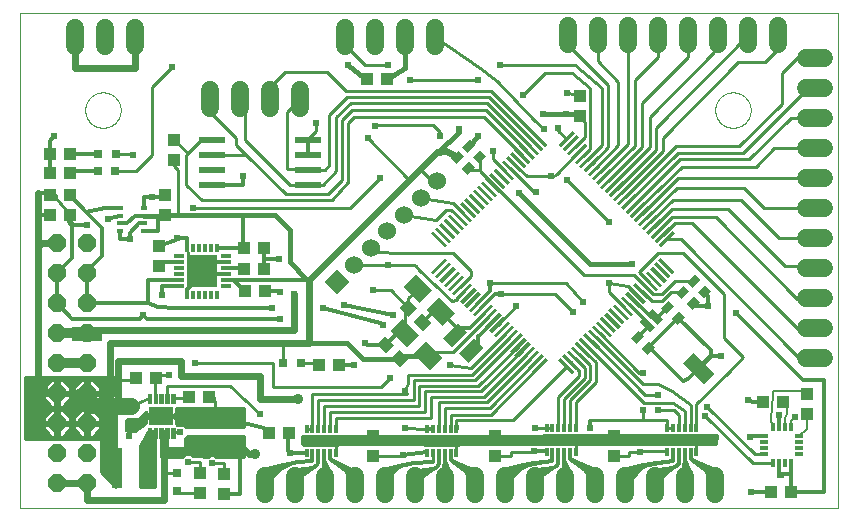
<source format=gtl>
G75*
%MOIN*%
%OFA0B0*%
%FSLAX25Y25*%
%IPPOS*%
%LPD*%
%AMOC8*
5,1,8,0,0,1.08239X$1,22.5*
%
%ADD10C,0.00000*%
%ADD11R,0.04331X0.03937*%
%ADD12R,0.07677X0.05906*%
%ADD13R,0.08465X0.06299*%
%ADD14C,0.00011*%
%ADD15R,0.03800X0.13200*%
%ADD16R,0.03937X0.04331*%
%ADD17R,0.03150X0.03150*%
%ADD18R,0.01200X0.02600*%
%ADD19R,0.12200X0.03900*%
%ADD20C,0.06000*%
%ADD21R,0.01181X0.03150*%
%ADD22R,0.03150X0.01181*%
%ADD23R,0.01378X0.03150*%
%ADD24R,0.03346X0.01378*%
%ADD25R,0.10236X0.11024*%
%ADD26R,0.02756X0.03543*%
%ADD27R,0.05000X0.02500*%
%ADD28R,0.10000X0.05000*%
%ADD29R,0.08700X0.02400*%
%ADD30OC8,0.06000*%
%ADD31R,0.01969X0.01378*%
%ADD32R,0.01100X0.06600*%
%ADD33R,0.04331X0.07087*%
%ADD34R,0.06000X0.06000*%
%ADD35C,0.06000*%
%ADD36C,0.00030*%
%ADD37C,0.00800*%
%ADD38C,0.03200*%
%ADD39C,0.01000*%
%ADD40C,0.01200*%
%ADD41C,0.02381*%
%ADD42C,0.02400*%
%ADD43C,0.01600*%
%ADD44C,0.03562*%
%ADD45C,0.05600*%
D10*
X0007378Y0003500D02*
X0007378Y0168500D01*
X0279878Y0168500D01*
X0279878Y0003500D01*
X0007378Y0003500D01*
X0050710Y0032156D02*
X0050712Y0032204D01*
X0050718Y0032252D01*
X0050728Y0032299D01*
X0050741Y0032345D01*
X0050759Y0032390D01*
X0050779Y0032434D01*
X0050804Y0032476D01*
X0050832Y0032515D01*
X0050862Y0032552D01*
X0050896Y0032586D01*
X0050933Y0032618D01*
X0050971Y0032647D01*
X0051012Y0032672D01*
X0051055Y0032694D01*
X0051100Y0032712D01*
X0051146Y0032726D01*
X0051193Y0032737D01*
X0051241Y0032744D01*
X0051289Y0032747D01*
X0051337Y0032746D01*
X0051385Y0032741D01*
X0051433Y0032732D01*
X0051479Y0032720D01*
X0051524Y0032703D01*
X0051568Y0032683D01*
X0051610Y0032660D01*
X0051650Y0032633D01*
X0051688Y0032603D01*
X0051723Y0032570D01*
X0051755Y0032534D01*
X0051785Y0032496D01*
X0051811Y0032455D01*
X0051833Y0032412D01*
X0051853Y0032368D01*
X0051868Y0032323D01*
X0051880Y0032276D01*
X0051888Y0032228D01*
X0051892Y0032180D01*
X0051892Y0032132D01*
X0051888Y0032084D01*
X0051880Y0032036D01*
X0051868Y0031989D01*
X0051853Y0031944D01*
X0051833Y0031900D01*
X0051811Y0031857D01*
X0051785Y0031816D01*
X0051755Y0031778D01*
X0051723Y0031742D01*
X0051688Y0031709D01*
X0051650Y0031679D01*
X0051610Y0031652D01*
X0051568Y0031629D01*
X0051524Y0031609D01*
X0051479Y0031592D01*
X0051433Y0031580D01*
X0051385Y0031571D01*
X0051337Y0031566D01*
X0051289Y0031565D01*
X0051241Y0031568D01*
X0051193Y0031575D01*
X0051146Y0031586D01*
X0051100Y0031600D01*
X0051055Y0031618D01*
X0051012Y0031640D01*
X0050971Y0031665D01*
X0050933Y0031694D01*
X0050896Y0031726D01*
X0050862Y0031760D01*
X0050832Y0031797D01*
X0050804Y0031836D01*
X0050779Y0031878D01*
X0050759Y0031922D01*
X0050741Y0031967D01*
X0050728Y0032013D01*
X0050718Y0032060D01*
X0050712Y0032108D01*
X0050710Y0032156D01*
X0053662Y0034125D02*
X0053664Y0034173D01*
X0053670Y0034221D01*
X0053680Y0034268D01*
X0053693Y0034314D01*
X0053711Y0034359D01*
X0053731Y0034403D01*
X0053756Y0034445D01*
X0053784Y0034484D01*
X0053814Y0034521D01*
X0053848Y0034555D01*
X0053885Y0034587D01*
X0053923Y0034616D01*
X0053964Y0034641D01*
X0054007Y0034663D01*
X0054052Y0034681D01*
X0054098Y0034695D01*
X0054145Y0034706D01*
X0054193Y0034713D01*
X0054241Y0034716D01*
X0054289Y0034715D01*
X0054337Y0034710D01*
X0054385Y0034701D01*
X0054431Y0034689D01*
X0054476Y0034672D01*
X0054520Y0034652D01*
X0054562Y0034629D01*
X0054602Y0034602D01*
X0054640Y0034572D01*
X0054675Y0034539D01*
X0054707Y0034503D01*
X0054737Y0034465D01*
X0054763Y0034424D01*
X0054785Y0034381D01*
X0054805Y0034337D01*
X0054820Y0034292D01*
X0054832Y0034245D01*
X0054840Y0034197D01*
X0054844Y0034149D01*
X0054844Y0034101D01*
X0054840Y0034053D01*
X0054832Y0034005D01*
X0054820Y0033958D01*
X0054805Y0033913D01*
X0054785Y0033869D01*
X0054763Y0033826D01*
X0054737Y0033785D01*
X0054707Y0033747D01*
X0054675Y0033711D01*
X0054640Y0033678D01*
X0054602Y0033648D01*
X0054562Y0033621D01*
X0054520Y0033598D01*
X0054476Y0033578D01*
X0054431Y0033561D01*
X0054385Y0033549D01*
X0054337Y0033540D01*
X0054289Y0033535D01*
X0054241Y0033534D01*
X0054193Y0033537D01*
X0054145Y0033544D01*
X0054098Y0033555D01*
X0054052Y0033569D01*
X0054007Y0033587D01*
X0053964Y0033609D01*
X0053923Y0033634D01*
X0053885Y0033663D01*
X0053848Y0033695D01*
X0053814Y0033729D01*
X0053784Y0033766D01*
X0053756Y0033805D01*
X0053731Y0033847D01*
X0053711Y0033891D01*
X0053693Y0033936D01*
X0053680Y0033982D01*
X0053670Y0034029D01*
X0053664Y0034077D01*
X0053662Y0034125D01*
X0050710Y0036094D02*
X0050712Y0036142D01*
X0050718Y0036190D01*
X0050728Y0036237D01*
X0050741Y0036283D01*
X0050759Y0036328D01*
X0050779Y0036372D01*
X0050804Y0036414D01*
X0050832Y0036453D01*
X0050862Y0036490D01*
X0050896Y0036524D01*
X0050933Y0036556D01*
X0050971Y0036585D01*
X0051012Y0036610D01*
X0051055Y0036632D01*
X0051100Y0036650D01*
X0051146Y0036664D01*
X0051193Y0036675D01*
X0051241Y0036682D01*
X0051289Y0036685D01*
X0051337Y0036684D01*
X0051385Y0036679D01*
X0051433Y0036670D01*
X0051479Y0036658D01*
X0051524Y0036641D01*
X0051568Y0036621D01*
X0051610Y0036598D01*
X0051650Y0036571D01*
X0051688Y0036541D01*
X0051723Y0036508D01*
X0051755Y0036472D01*
X0051785Y0036434D01*
X0051811Y0036393D01*
X0051833Y0036350D01*
X0051853Y0036306D01*
X0051868Y0036261D01*
X0051880Y0036214D01*
X0051888Y0036166D01*
X0051892Y0036118D01*
X0051892Y0036070D01*
X0051888Y0036022D01*
X0051880Y0035974D01*
X0051868Y0035927D01*
X0051853Y0035882D01*
X0051833Y0035838D01*
X0051811Y0035795D01*
X0051785Y0035754D01*
X0051755Y0035716D01*
X0051723Y0035680D01*
X0051688Y0035647D01*
X0051650Y0035617D01*
X0051610Y0035590D01*
X0051568Y0035567D01*
X0051524Y0035547D01*
X0051479Y0035530D01*
X0051433Y0035518D01*
X0051385Y0035509D01*
X0051337Y0035504D01*
X0051289Y0035503D01*
X0051241Y0035506D01*
X0051193Y0035513D01*
X0051146Y0035524D01*
X0051100Y0035538D01*
X0051055Y0035556D01*
X0051012Y0035578D01*
X0050971Y0035603D01*
X0050933Y0035632D01*
X0050896Y0035664D01*
X0050862Y0035698D01*
X0050832Y0035735D01*
X0050804Y0035774D01*
X0050779Y0035816D01*
X0050759Y0035860D01*
X0050741Y0035905D01*
X0050728Y0035951D01*
X0050718Y0035998D01*
X0050712Y0036046D01*
X0050710Y0036094D01*
X0056615Y0036094D02*
X0056617Y0036142D01*
X0056623Y0036190D01*
X0056633Y0036237D01*
X0056646Y0036283D01*
X0056664Y0036328D01*
X0056684Y0036372D01*
X0056709Y0036414D01*
X0056737Y0036453D01*
X0056767Y0036490D01*
X0056801Y0036524D01*
X0056838Y0036556D01*
X0056876Y0036585D01*
X0056917Y0036610D01*
X0056960Y0036632D01*
X0057005Y0036650D01*
X0057051Y0036664D01*
X0057098Y0036675D01*
X0057146Y0036682D01*
X0057194Y0036685D01*
X0057242Y0036684D01*
X0057290Y0036679D01*
X0057338Y0036670D01*
X0057384Y0036658D01*
X0057429Y0036641D01*
X0057473Y0036621D01*
X0057515Y0036598D01*
X0057555Y0036571D01*
X0057593Y0036541D01*
X0057628Y0036508D01*
X0057660Y0036472D01*
X0057690Y0036434D01*
X0057716Y0036393D01*
X0057738Y0036350D01*
X0057758Y0036306D01*
X0057773Y0036261D01*
X0057785Y0036214D01*
X0057793Y0036166D01*
X0057797Y0036118D01*
X0057797Y0036070D01*
X0057793Y0036022D01*
X0057785Y0035974D01*
X0057773Y0035927D01*
X0057758Y0035882D01*
X0057738Y0035838D01*
X0057716Y0035795D01*
X0057690Y0035754D01*
X0057660Y0035716D01*
X0057628Y0035680D01*
X0057593Y0035647D01*
X0057555Y0035617D01*
X0057515Y0035590D01*
X0057473Y0035567D01*
X0057429Y0035547D01*
X0057384Y0035530D01*
X0057338Y0035518D01*
X0057290Y0035509D01*
X0057242Y0035504D01*
X0057194Y0035503D01*
X0057146Y0035506D01*
X0057098Y0035513D01*
X0057051Y0035524D01*
X0057005Y0035538D01*
X0056960Y0035556D01*
X0056917Y0035578D01*
X0056876Y0035603D01*
X0056838Y0035632D01*
X0056801Y0035664D01*
X0056767Y0035698D01*
X0056737Y0035735D01*
X0056709Y0035774D01*
X0056684Y0035816D01*
X0056664Y0035860D01*
X0056646Y0035905D01*
X0056633Y0035951D01*
X0056623Y0035998D01*
X0056617Y0036046D01*
X0056615Y0036094D01*
X0056615Y0032156D02*
X0056617Y0032204D01*
X0056623Y0032252D01*
X0056633Y0032299D01*
X0056646Y0032345D01*
X0056664Y0032390D01*
X0056684Y0032434D01*
X0056709Y0032476D01*
X0056737Y0032515D01*
X0056767Y0032552D01*
X0056801Y0032586D01*
X0056838Y0032618D01*
X0056876Y0032647D01*
X0056917Y0032672D01*
X0056960Y0032694D01*
X0057005Y0032712D01*
X0057051Y0032726D01*
X0057098Y0032737D01*
X0057146Y0032744D01*
X0057194Y0032747D01*
X0057242Y0032746D01*
X0057290Y0032741D01*
X0057338Y0032732D01*
X0057384Y0032720D01*
X0057429Y0032703D01*
X0057473Y0032683D01*
X0057515Y0032660D01*
X0057555Y0032633D01*
X0057593Y0032603D01*
X0057628Y0032570D01*
X0057660Y0032534D01*
X0057690Y0032496D01*
X0057716Y0032455D01*
X0057738Y0032412D01*
X0057758Y0032368D01*
X0057773Y0032323D01*
X0057785Y0032276D01*
X0057793Y0032228D01*
X0057797Y0032180D01*
X0057797Y0032132D01*
X0057793Y0032084D01*
X0057785Y0032036D01*
X0057773Y0031989D01*
X0057758Y0031944D01*
X0057738Y0031900D01*
X0057716Y0031857D01*
X0057690Y0031816D01*
X0057660Y0031778D01*
X0057628Y0031742D01*
X0057593Y0031709D01*
X0057555Y0031679D01*
X0057515Y0031652D01*
X0057473Y0031629D01*
X0057429Y0031609D01*
X0057384Y0031592D01*
X0057338Y0031580D01*
X0057290Y0031571D01*
X0057242Y0031566D01*
X0057194Y0031565D01*
X0057146Y0031568D01*
X0057098Y0031575D01*
X0057051Y0031586D01*
X0057005Y0031600D01*
X0056960Y0031618D01*
X0056917Y0031640D01*
X0056876Y0031665D01*
X0056838Y0031694D01*
X0056801Y0031726D01*
X0056767Y0031760D01*
X0056737Y0031797D01*
X0056709Y0031836D01*
X0056684Y0031878D01*
X0056664Y0031922D01*
X0056646Y0031967D01*
X0056633Y0032013D01*
X0056623Y0032060D01*
X0056617Y0032108D01*
X0056615Y0032156D01*
X0028972Y0136000D02*
X0028974Y0136153D01*
X0028980Y0136307D01*
X0028990Y0136460D01*
X0029004Y0136612D01*
X0029022Y0136765D01*
X0029044Y0136916D01*
X0029069Y0137067D01*
X0029099Y0137218D01*
X0029133Y0137368D01*
X0029170Y0137516D01*
X0029211Y0137664D01*
X0029256Y0137810D01*
X0029305Y0137956D01*
X0029358Y0138100D01*
X0029414Y0138242D01*
X0029474Y0138383D01*
X0029538Y0138523D01*
X0029605Y0138661D01*
X0029676Y0138797D01*
X0029751Y0138931D01*
X0029828Y0139063D01*
X0029910Y0139193D01*
X0029994Y0139321D01*
X0030082Y0139447D01*
X0030173Y0139570D01*
X0030267Y0139691D01*
X0030365Y0139809D01*
X0030465Y0139925D01*
X0030569Y0140038D01*
X0030675Y0140149D01*
X0030784Y0140257D01*
X0030896Y0140362D01*
X0031010Y0140463D01*
X0031128Y0140562D01*
X0031247Y0140658D01*
X0031369Y0140751D01*
X0031494Y0140840D01*
X0031621Y0140927D01*
X0031750Y0141009D01*
X0031881Y0141089D01*
X0032014Y0141165D01*
X0032149Y0141238D01*
X0032286Y0141307D01*
X0032425Y0141372D01*
X0032565Y0141434D01*
X0032707Y0141492D01*
X0032850Y0141547D01*
X0032995Y0141598D01*
X0033141Y0141645D01*
X0033288Y0141688D01*
X0033436Y0141727D01*
X0033585Y0141763D01*
X0033735Y0141794D01*
X0033886Y0141822D01*
X0034037Y0141846D01*
X0034190Y0141866D01*
X0034342Y0141882D01*
X0034495Y0141894D01*
X0034648Y0141902D01*
X0034801Y0141906D01*
X0034955Y0141906D01*
X0035108Y0141902D01*
X0035261Y0141894D01*
X0035414Y0141882D01*
X0035566Y0141866D01*
X0035719Y0141846D01*
X0035870Y0141822D01*
X0036021Y0141794D01*
X0036171Y0141763D01*
X0036320Y0141727D01*
X0036468Y0141688D01*
X0036615Y0141645D01*
X0036761Y0141598D01*
X0036906Y0141547D01*
X0037049Y0141492D01*
X0037191Y0141434D01*
X0037331Y0141372D01*
X0037470Y0141307D01*
X0037607Y0141238D01*
X0037742Y0141165D01*
X0037875Y0141089D01*
X0038006Y0141009D01*
X0038135Y0140927D01*
X0038262Y0140840D01*
X0038387Y0140751D01*
X0038509Y0140658D01*
X0038628Y0140562D01*
X0038746Y0140463D01*
X0038860Y0140362D01*
X0038972Y0140257D01*
X0039081Y0140149D01*
X0039187Y0140038D01*
X0039291Y0139925D01*
X0039391Y0139809D01*
X0039489Y0139691D01*
X0039583Y0139570D01*
X0039674Y0139447D01*
X0039762Y0139321D01*
X0039846Y0139193D01*
X0039928Y0139063D01*
X0040005Y0138931D01*
X0040080Y0138797D01*
X0040151Y0138661D01*
X0040218Y0138523D01*
X0040282Y0138383D01*
X0040342Y0138242D01*
X0040398Y0138100D01*
X0040451Y0137956D01*
X0040500Y0137810D01*
X0040545Y0137664D01*
X0040586Y0137516D01*
X0040623Y0137368D01*
X0040657Y0137218D01*
X0040687Y0137067D01*
X0040712Y0136916D01*
X0040734Y0136765D01*
X0040752Y0136612D01*
X0040766Y0136460D01*
X0040776Y0136307D01*
X0040782Y0136153D01*
X0040784Y0136000D01*
X0040782Y0135847D01*
X0040776Y0135693D01*
X0040766Y0135540D01*
X0040752Y0135388D01*
X0040734Y0135235D01*
X0040712Y0135084D01*
X0040687Y0134933D01*
X0040657Y0134782D01*
X0040623Y0134632D01*
X0040586Y0134484D01*
X0040545Y0134336D01*
X0040500Y0134190D01*
X0040451Y0134044D01*
X0040398Y0133900D01*
X0040342Y0133758D01*
X0040282Y0133617D01*
X0040218Y0133477D01*
X0040151Y0133339D01*
X0040080Y0133203D01*
X0040005Y0133069D01*
X0039928Y0132937D01*
X0039846Y0132807D01*
X0039762Y0132679D01*
X0039674Y0132553D01*
X0039583Y0132430D01*
X0039489Y0132309D01*
X0039391Y0132191D01*
X0039291Y0132075D01*
X0039187Y0131962D01*
X0039081Y0131851D01*
X0038972Y0131743D01*
X0038860Y0131638D01*
X0038746Y0131537D01*
X0038628Y0131438D01*
X0038509Y0131342D01*
X0038387Y0131249D01*
X0038262Y0131160D01*
X0038135Y0131073D01*
X0038006Y0130991D01*
X0037875Y0130911D01*
X0037742Y0130835D01*
X0037607Y0130762D01*
X0037470Y0130693D01*
X0037331Y0130628D01*
X0037191Y0130566D01*
X0037049Y0130508D01*
X0036906Y0130453D01*
X0036761Y0130402D01*
X0036615Y0130355D01*
X0036468Y0130312D01*
X0036320Y0130273D01*
X0036171Y0130237D01*
X0036021Y0130206D01*
X0035870Y0130178D01*
X0035719Y0130154D01*
X0035566Y0130134D01*
X0035414Y0130118D01*
X0035261Y0130106D01*
X0035108Y0130098D01*
X0034955Y0130094D01*
X0034801Y0130094D01*
X0034648Y0130098D01*
X0034495Y0130106D01*
X0034342Y0130118D01*
X0034190Y0130134D01*
X0034037Y0130154D01*
X0033886Y0130178D01*
X0033735Y0130206D01*
X0033585Y0130237D01*
X0033436Y0130273D01*
X0033288Y0130312D01*
X0033141Y0130355D01*
X0032995Y0130402D01*
X0032850Y0130453D01*
X0032707Y0130508D01*
X0032565Y0130566D01*
X0032425Y0130628D01*
X0032286Y0130693D01*
X0032149Y0130762D01*
X0032014Y0130835D01*
X0031881Y0130911D01*
X0031750Y0130991D01*
X0031621Y0131073D01*
X0031494Y0131160D01*
X0031369Y0131249D01*
X0031247Y0131342D01*
X0031128Y0131438D01*
X0031010Y0131537D01*
X0030896Y0131638D01*
X0030784Y0131743D01*
X0030675Y0131851D01*
X0030569Y0131962D01*
X0030465Y0132075D01*
X0030365Y0132191D01*
X0030267Y0132309D01*
X0030173Y0132430D01*
X0030082Y0132553D01*
X0029994Y0132679D01*
X0029910Y0132807D01*
X0029828Y0132937D01*
X0029751Y0133069D01*
X0029676Y0133203D01*
X0029605Y0133339D01*
X0029538Y0133477D01*
X0029474Y0133617D01*
X0029414Y0133758D01*
X0029358Y0133900D01*
X0029305Y0134044D01*
X0029256Y0134190D01*
X0029211Y0134336D01*
X0029170Y0134484D01*
X0029133Y0134632D01*
X0029099Y0134782D01*
X0029069Y0134933D01*
X0029044Y0135084D01*
X0029022Y0135235D01*
X0029004Y0135388D01*
X0028990Y0135540D01*
X0028980Y0135693D01*
X0028974Y0135847D01*
X0028972Y0136000D01*
X0238972Y0136000D02*
X0238974Y0136153D01*
X0238980Y0136307D01*
X0238990Y0136460D01*
X0239004Y0136612D01*
X0239022Y0136765D01*
X0239044Y0136916D01*
X0239069Y0137067D01*
X0239099Y0137218D01*
X0239133Y0137368D01*
X0239170Y0137516D01*
X0239211Y0137664D01*
X0239256Y0137810D01*
X0239305Y0137956D01*
X0239358Y0138100D01*
X0239414Y0138242D01*
X0239474Y0138383D01*
X0239538Y0138523D01*
X0239605Y0138661D01*
X0239676Y0138797D01*
X0239751Y0138931D01*
X0239828Y0139063D01*
X0239910Y0139193D01*
X0239994Y0139321D01*
X0240082Y0139447D01*
X0240173Y0139570D01*
X0240267Y0139691D01*
X0240365Y0139809D01*
X0240465Y0139925D01*
X0240569Y0140038D01*
X0240675Y0140149D01*
X0240784Y0140257D01*
X0240896Y0140362D01*
X0241010Y0140463D01*
X0241128Y0140562D01*
X0241247Y0140658D01*
X0241369Y0140751D01*
X0241494Y0140840D01*
X0241621Y0140927D01*
X0241750Y0141009D01*
X0241881Y0141089D01*
X0242014Y0141165D01*
X0242149Y0141238D01*
X0242286Y0141307D01*
X0242425Y0141372D01*
X0242565Y0141434D01*
X0242707Y0141492D01*
X0242850Y0141547D01*
X0242995Y0141598D01*
X0243141Y0141645D01*
X0243288Y0141688D01*
X0243436Y0141727D01*
X0243585Y0141763D01*
X0243735Y0141794D01*
X0243886Y0141822D01*
X0244037Y0141846D01*
X0244190Y0141866D01*
X0244342Y0141882D01*
X0244495Y0141894D01*
X0244648Y0141902D01*
X0244801Y0141906D01*
X0244955Y0141906D01*
X0245108Y0141902D01*
X0245261Y0141894D01*
X0245414Y0141882D01*
X0245566Y0141866D01*
X0245719Y0141846D01*
X0245870Y0141822D01*
X0246021Y0141794D01*
X0246171Y0141763D01*
X0246320Y0141727D01*
X0246468Y0141688D01*
X0246615Y0141645D01*
X0246761Y0141598D01*
X0246906Y0141547D01*
X0247049Y0141492D01*
X0247191Y0141434D01*
X0247331Y0141372D01*
X0247470Y0141307D01*
X0247607Y0141238D01*
X0247742Y0141165D01*
X0247875Y0141089D01*
X0248006Y0141009D01*
X0248135Y0140927D01*
X0248262Y0140840D01*
X0248387Y0140751D01*
X0248509Y0140658D01*
X0248628Y0140562D01*
X0248746Y0140463D01*
X0248860Y0140362D01*
X0248972Y0140257D01*
X0249081Y0140149D01*
X0249187Y0140038D01*
X0249291Y0139925D01*
X0249391Y0139809D01*
X0249489Y0139691D01*
X0249583Y0139570D01*
X0249674Y0139447D01*
X0249762Y0139321D01*
X0249846Y0139193D01*
X0249928Y0139063D01*
X0250005Y0138931D01*
X0250080Y0138797D01*
X0250151Y0138661D01*
X0250218Y0138523D01*
X0250282Y0138383D01*
X0250342Y0138242D01*
X0250398Y0138100D01*
X0250451Y0137956D01*
X0250500Y0137810D01*
X0250545Y0137664D01*
X0250586Y0137516D01*
X0250623Y0137368D01*
X0250657Y0137218D01*
X0250687Y0137067D01*
X0250712Y0136916D01*
X0250734Y0136765D01*
X0250752Y0136612D01*
X0250766Y0136460D01*
X0250776Y0136307D01*
X0250782Y0136153D01*
X0250784Y0136000D01*
X0250782Y0135847D01*
X0250776Y0135693D01*
X0250766Y0135540D01*
X0250752Y0135388D01*
X0250734Y0135235D01*
X0250712Y0135084D01*
X0250687Y0134933D01*
X0250657Y0134782D01*
X0250623Y0134632D01*
X0250586Y0134484D01*
X0250545Y0134336D01*
X0250500Y0134190D01*
X0250451Y0134044D01*
X0250398Y0133900D01*
X0250342Y0133758D01*
X0250282Y0133617D01*
X0250218Y0133477D01*
X0250151Y0133339D01*
X0250080Y0133203D01*
X0250005Y0133069D01*
X0249928Y0132937D01*
X0249846Y0132807D01*
X0249762Y0132679D01*
X0249674Y0132553D01*
X0249583Y0132430D01*
X0249489Y0132309D01*
X0249391Y0132191D01*
X0249291Y0132075D01*
X0249187Y0131962D01*
X0249081Y0131851D01*
X0248972Y0131743D01*
X0248860Y0131638D01*
X0248746Y0131537D01*
X0248628Y0131438D01*
X0248509Y0131342D01*
X0248387Y0131249D01*
X0248262Y0131160D01*
X0248135Y0131073D01*
X0248006Y0130991D01*
X0247875Y0130911D01*
X0247742Y0130835D01*
X0247607Y0130762D01*
X0247470Y0130693D01*
X0247331Y0130628D01*
X0247191Y0130566D01*
X0247049Y0130508D01*
X0246906Y0130453D01*
X0246761Y0130402D01*
X0246615Y0130355D01*
X0246468Y0130312D01*
X0246320Y0130273D01*
X0246171Y0130237D01*
X0246021Y0130206D01*
X0245870Y0130178D01*
X0245719Y0130154D01*
X0245566Y0130134D01*
X0245414Y0130118D01*
X0245261Y0130106D01*
X0245108Y0130098D01*
X0244955Y0130094D01*
X0244801Y0130094D01*
X0244648Y0130098D01*
X0244495Y0130106D01*
X0244342Y0130118D01*
X0244190Y0130134D01*
X0244037Y0130154D01*
X0243886Y0130178D01*
X0243735Y0130206D01*
X0243585Y0130237D01*
X0243436Y0130273D01*
X0243288Y0130312D01*
X0243141Y0130355D01*
X0242995Y0130402D01*
X0242850Y0130453D01*
X0242707Y0130508D01*
X0242565Y0130566D01*
X0242425Y0130628D01*
X0242286Y0130693D01*
X0242149Y0130762D01*
X0242014Y0130835D01*
X0241881Y0130911D01*
X0241750Y0130991D01*
X0241621Y0131073D01*
X0241494Y0131160D01*
X0241369Y0131249D01*
X0241247Y0131342D01*
X0241128Y0131438D01*
X0241010Y0131537D01*
X0240896Y0131638D01*
X0240784Y0131743D01*
X0240675Y0131851D01*
X0240569Y0131962D01*
X0240465Y0132075D01*
X0240365Y0132191D01*
X0240267Y0132309D01*
X0240173Y0132430D01*
X0240082Y0132553D01*
X0239994Y0132679D01*
X0239910Y0132807D01*
X0239828Y0132937D01*
X0239751Y0133069D01*
X0239676Y0133203D01*
X0239605Y0133339D01*
X0239538Y0133477D01*
X0239474Y0133617D01*
X0239414Y0133758D01*
X0239358Y0133900D01*
X0239305Y0134044D01*
X0239256Y0134190D01*
X0239211Y0134336D01*
X0239170Y0134484D01*
X0239133Y0134632D01*
X0239099Y0134782D01*
X0239069Y0134933D01*
X0239044Y0135084D01*
X0239022Y0135235D01*
X0239004Y0135388D01*
X0238990Y0135540D01*
X0238980Y0135693D01*
X0238974Y0135847D01*
X0238972Y0136000D01*
D11*
G36*
X0136851Y0067144D02*
X0133790Y0070205D01*
X0136573Y0072988D01*
X0139634Y0069927D01*
X0136851Y0067144D01*
G37*
G36*
X0141584Y0062412D02*
X0138523Y0065473D01*
X0141306Y0068256D01*
X0144367Y0065195D01*
X0141584Y0062412D01*
G37*
G36*
X0129251Y0054944D02*
X0126190Y0058005D01*
X0128973Y0060788D01*
X0132034Y0057727D01*
X0129251Y0054944D01*
G37*
G36*
X0133984Y0050212D02*
X0130923Y0053273D01*
X0133706Y0056056D01*
X0136767Y0052995D01*
X0133984Y0050212D01*
G37*
X0096825Y0028300D03*
X0090132Y0028300D03*
X0075078Y0014846D03*
X0067378Y0014921D03*
X0067378Y0008229D03*
X0075078Y0008154D03*
X0070100Y0040375D03*
X0063407Y0040375D03*
X0082132Y0075600D03*
X0088825Y0075600D03*
X0088625Y0083200D03*
X0081932Y0083200D03*
X0081932Y0090000D03*
X0088625Y0090000D03*
X0058503Y0119304D03*
X0058503Y0125996D03*
X0122757Y0146450D03*
X0129450Y0146450D03*
X0254782Y0038725D03*
X0261475Y0038725D03*
X0264175Y0008725D03*
X0257482Y0008725D03*
D12*
G36*
X0148131Y0064071D02*
X0142705Y0069497D01*
X0146881Y0073673D01*
X0152307Y0068247D01*
X0148131Y0064071D01*
G37*
G36*
X0143731Y0049271D02*
X0138305Y0054697D01*
X0142481Y0058873D01*
X0147907Y0053447D01*
X0143731Y0049271D01*
G37*
G36*
X0136075Y0056927D02*
X0130649Y0062353D01*
X0134825Y0066529D01*
X0140251Y0061103D01*
X0136075Y0056927D01*
G37*
G36*
X0140475Y0071727D02*
X0135049Y0077153D01*
X0139225Y0081329D01*
X0144651Y0075903D01*
X0140475Y0071727D01*
G37*
D13*
X0054253Y0034125D03*
D14*
X0054799Y0029986D02*
X0054799Y0026748D01*
X0053707Y0026748D01*
X0053707Y0029986D01*
X0054799Y0029986D01*
X0054799Y0026758D02*
X0053707Y0026758D01*
X0053707Y0026768D02*
X0054799Y0026768D01*
X0054799Y0026778D02*
X0053707Y0026778D01*
X0053707Y0026788D02*
X0054799Y0026788D01*
X0054799Y0026798D02*
X0053707Y0026798D01*
X0053707Y0026808D02*
X0054799Y0026808D01*
X0054799Y0026818D02*
X0053707Y0026818D01*
X0053707Y0026828D02*
X0054799Y0026828D01*
X0054799Y0026838D02*
X0053707Y0026838D01*
X0053707Y0026848D02*
X0054799Y0026848D01*
X0054799Y0026858D02*
X0053707Y0026858D01*
X0053707Y0026868D02*
X0054799Y0026868D01*
X0054799Y0026878D02*
X0053707Y0026878D01*
X0053707Y0026888D02*
X0054799Y0026888D01*
X0054799Y0026898D02*
X0053707Y0026898D01*
X0053707Y0026908D02*
X0054799Y0026908D01*
X0054799Y0026918D02*
X0053707Y0026918D01*
X0053707Y0026928D02*
X0054799Y0026928D01*
X0054799Y0026938D02*
X0053707Y0026938D01*
X0053707Y0026948D02*
X0054799Y0026948D01*
X0054799Y0026958D02*
X0053707Y0026958D01*
X0053707Y0026968D02*
X0054799Y0026968D01*
X0054799Y0026978D02*
X0053707Y0026978D01*
X0053707Y0026988D02*
X0054799Y0026988D01*
X0054799Y0026998D02*
X0053707Y0026998D01*
X0053707Y0027008D02*
X0054799Y0027008D01*
X0054799Y0027018D02*
X0053707Y0027018D01*
X0053707Y0027028D02*
X0054799Y0027028D01*
X0054799Y0027038D02*
X0053707Y0027038D01*
X0053707Y0027048D02*
X0054799Y0027048D01*
X0054799Y0027058D02*
X0053707Y0027058D01*
X0053707Y0027068D02*
X0054799Y0027068D01*
X0054799Y0027078D02*
X0053707Y0027078D01*
X0053707Y0027088D02*
X0054799Y0027088D01*
X0054799Y0027098D02*
X0053707Y0027098D01*
X0053707Y0027108D02*
X0054799Y0027108D01*
X0054799Y0027118D02*
X0053707Y0027118D01*
X0053707Y0027128D02*
X0054799Y0027128D01*
X0054799Y0027138D02*
X0053707Y0027138D01*
X0053707Y0027148D02*
X0054799Y0027148D01*
X0054799Y0027158D02*
X0053707Y0027158D01*
X0053707Y0027168D02*
X0054799Y0027168D01*
X0054799Y0027178D02*
X0053707Y0027178D01*
X0053707Y0027188D02*
X0054799Y0027188D01*
X0054799Y0027198D02*
X0053707Y0027198D01*
X0053707Y0027208D02*
X0054799Y0027208D01*
X0054799Y0027218D02*
X0053707Y0027218D01*
X0053707Y0027228D02*
X0054799Y0027228D01*
X0054799Y0027238D02*
X0053707Y0027238D01*
X0053707Y0027248D02*
X0054799Y0027248D01*
X0054799Y0027258D02*
X0053707Y0027258D01*
X0053707Y0027268D02*
X0054799Y0027268D01*
X0054799Y0027278D02*
X0053707Y0027278D01*
X0053707Y0027288D02*
X0054799Y0027288D01*
X0054799Y0027298D02*
X0053707Y0027298D01*
X0053707Y0027308D02*
X0054799Y0027308D01*
X0054799Y0027318D02*
X0053707Y0027318D01*
X0053707Y0027328D02*
X0054799Y0027328D01*
X0054799Y0027338D02*
X0053707Y0027338D01*
X0053707Y0027348D02*
X0054799Y0027348D01*
X0054799Y0027358D02*
X0053707Y0027358D01*
X0053707Y0027368D02*
X0054799Y0027368D01*
X0054799Y0027378D02*
X0053707Y0027378D01*
X0053707Y0027388D02*
X0054799Y0027388D01*
X0054799Y0027398D02*
X0053707Y0027398D01*
X0053707Y0027408D02*
X0054799Y0027408D01*
X0054799Y0027418D02*
X0053707Y0027418D01*
X0053707Y0027428D02*
X0054799Y0027428D01*
X0054799Y0027438D02*
X0053707Y0027438D01*
X0053707Y0027448D02*
X0054799Y0027448D01*
X0054799Y0027458D02*
X0053707Y0027458D01*
X0053707Y0027468D02*
X0054799Y0027468D01*
X0054799Y0027478D02*
X0053707Y0027478D01*
X0053707Y0027488D02*
X0054799Y0027488D01*
X0054799Y0027498D02*
X0053707Y0027498D01*
X0053707Y0027508D02*
X0054799Y0027508D01*
X0054799Y0027518D02*
X0053707Y0027518D01*
X0053707Y0027528D02*
X0054799Y0027528D01*
X0054799Y0027538D02*
X0053707Y0027538D01*
X0053707Y0027548D02*
X0054799Y0027548D01*
X0054799Y0027558D02*
X0053707Y0027558D01*
X0053707Y0027568D02*
X0054799Y0027568D01*
X0054799Y0027578D02*
X0053707Y0027578D01*
X0053707Y0027588D02*
X0054799Y0027588D01*
X0054799Y0027598D02*
X0053707Y0027598D01*
X0053707Y0027608D02*
X0054799Y0027608D01*
X0054799Y0027618D02*
X0053707Y0027618D01*
X0053707Y0027628D02*
X0054799Y0027628D01*
X0054799Y0027638D02*
X0053707Y0027638D01*
X0053707Y0027648D02*
X0054799Y0027648D01*
X0054799Y0027658D02*
X0053707Y0027658D01*
X0053707Y0027668D02*
X0054799Y0027668D01*
X0054799Y0027678D02*
X0053707Y0027678D01*
X0053707Y0027688D02*
X0054799Y0027688D01*
X0054799Y0027698D02*
X0053707Y0027698D01*
X0053707Y0027708D02*
X0054799Y0027708D01*
X0054799Y0027718D02*
X0053707Y0027718D01*
X0053707Y0027728D02*
X0054799Y0027728D01*
X0054799Y0027738D02*
X0053707Y0027738D01*
X0053707Y0027748D02*
X0054799Y0027748D01*
X0054799Y0027758D02*
X0053707Y0027758D01*
X0053707Y0027768D02*
X0054799Y0027768D01*
X0054799Y0027778D02*
X0053707Y0027778D01*
X0053707Y0027788D02*
X0054799Y0027788D01*
X0054799Y0027798D02*
X0053707Y0027798D01*
X0053707Y0027808D02*
X0054799Y0027808D01*
X0054799Y0027818D02*
X0053707Y0027818D01*
X0053707Y0027828D02*
X0054799Y0027828D01*
X0054799Y0027838D02*
X0053707Y0027838D01*
X0053707Y0027848D02*
X0054799Y0027848D01*
X0054799Y0027858D02*
X0053707Y0027858D01*
X0053707Y0027868D02*
X0054799Y0027868D01*
X0054799Y0027878D02*
X0053707Y0027878D01*
X0053707Y0027888D02*
X0054799Y0027888D01*
X0054799Y0027898D02*
X0053707Y0027898D01*
X0053707Y0027908D02*
X0054799Y0027908D01*
X0054799Y0027918D02*
X0053707Y0027918D01*
X0053707Y0027928D02*
X0054799Y0027928D01*
X0054799Y0027938D02*
X0053707Y0027938D01*
X0053707Y0027948D02*
X0054799Y0027948D01*
X0054799Y0027958D02*
X0053707Y0027958D01*
X0053707Y0027968D02*
X0054799Y0027968D01*
X0054799Y0027978D02*
X0053707Y0027978D01*
X0053707Y0027988D02*
X0054799Y0027988D01*
X0054799Y0027998D02*
X0053707Y0027998D01*
X0053707Y0028008D02*
X0054799Y0028008D01*
X0054799Y0028018D02*
X0053707Y0028018D01*
X0053707Y0028028D02*
X0054799Y0028028D01*
X0054799Y0028038D02*
X0053707Y0028038D01*
X0053707Y0028048D02*
X0054799Y0028048D01*
X0054799Y0028058D02*
X0053707Y0028058D01*
X0053707Y0028068D02*
X0054799Y0028068D01*
X0054799Y0028078D02*
X0053707Y0028078D01*
X0053707Y0028088D02*
X0054799Y0028088D01*
X0054799Y0028098D02*
X0053707Y0028098D01*
X0053707Y0028108D02*
X0054799Y0028108D01*
X0054799Y0028118D02*
X0053707Y0028118D01*
X0053707Y0028128D02*
X0054799Y0028128D01*
X0054799Y0028138D02*
X0053707Y0028138D01*
X0053707Y0028148D02*
X0054799Y0028148D01*
X0054799Y0028158D02*
X0053707Y0028158D01*
X0053707Y0028168D02*
X0054799Y0028168D01*
X0054799Y0028178D02*
X0053707Y0028178D01*
X0053707Y0028188D02*
X0054799Y0028188D01*
X0054799Y0028198D02*
X0053707Y0028198D01*
X0053707Y0028208D02*
X0054799Y0028208D01*
X0054799Y0028218D02*
X0053707Y0028218D01*
X0053707Y0028228D02*
X0054799Y0028228D01*
X0054799Y0028238D02*
X0053707Y0028238D01*
X0053707Y0028248D02*
X0054799Y0028248D01*
X0054799Y0028258D02*
X0053707Y0028258D01*
X0053707Y0028268D02*
X0054799Y0028268D01*
X0054799Y0028278D02*
X0053707Y0028278D01*
X0053707Y0028288D02*
X0054799Y0028288D01*
X0054799Y0028298D02*
X0053707Y0028298D01*
X0053707Y0028308D02*
X0054799Y0028308D01*
X0054799Y0028318D02*
X0053707Y0028318D01*
X0053707Y0028328D02*
X0054799Y0028328D01*
X0054799Y0028338D02*
X0053707Y0028338D01*
X0053707Y0028348D02*
X0054799Y0028348D01*
X0054799Y0028358D02*
X0053707Y0028358D01*
X0053707Y0028368D02*
X0054799Y0028368D01*
X0054799Y0028378D02*
X0053707Y0028378D01*
X0053707Y0028388D02*
X0054799Y0028388D01*
X0054799Y0028398D02*
X0053707Y0028398D01*
X0053707Y0028408D02*
X0054799Y0028408D01*
X0054799Y0028418D02*
X0053707Y0028418D01*
X0053707Y0028428D02*
X0054799Y0028428D01*
X0054799Y0028438D02*
X0053707Y0028438D01*
X0053707Y0028448D02*
X0054799Y0028448D01*
X0054799Y0028458D02*
X0053707Y0028458D01*
X0053707Y0028468D02*
X0054799Y0028468D01*
X0054799Y0028478D02*
X0053707Y0028478D01*
X0053707Y0028488D02*
X0054799Y0028488D01*
X0054799Y0028498D02*
X0053707Y0028498D01*
X0053707Y0028508D02*
X0054799Y0028508D01*
X0054799Y0028518D02*
X0053707Y0028518D01*
X0053707Y0028528D02*
X0054799Y0028528D01*
X0054799Y0028538D02*
X0053707Y0028538D01*
X0053707Y0028548D02*
X0054799Y0028548D01*
X0054799Y0028558D02*
X0053707Y0028558D01*
X0053707Y0028568D02*
X0054799Y0028568D01*
X0054799Y0028578D02*
X0053707Y0028578D01*
X0053707Y0028588D02*
X0054799Y0028588D01*
X0054799Y0028598D02*
X0053707Y0028598D01*
X0053707Y0028608D02*
X0054799Y0028608D01*
X0054799Y0028618D02*
X0053707Y0028618D01*
X0053707Y0028628D02*
X0054799Y0028628D01*
X0054799Y0028638D02*
X0053707Y0028638D01*
X0053707Y0028648D02*
X0054799Y0028648D01*
X0054799Y0028658D02*
X0053707Y0028658D01*
X0053707Y0028668D02*
X0054799Y0028668D01*
X0054799Y0028678D02*
X0053707Y0028678D01*
X0053707Y0028688D02*
X0054799Y0028688D01*
X0054799Y0028698D02*
X0053707Y0028698D01*
X0053707Y0028708D02*
X0054799Y0028708D01*
X0054799Y0028718D02*
X0053707Y0028718D01*
X0053707Y0028728D02*
X0054799Y0028728D01*
X0054799Y0028738D02*
X0053707Y0028738D01*
X0053707Y0028748D02*
X0054799Y0028748D01*
X0054799Y0028758D02*
X0053707Y0028758D01*
X0053707Y0028768D02*
X0054799Y0028768D01*
X0054799Y0028778D02*
X0053707Y0028778D01*
X0053707Y0028788D02*
X0054799Y0028788D01*
X0054799Y0028798D02*
X0053707Y0028798D01*
X0053707Y0028808D02*
X0054799Y0028808D01*
X0054799Y0028818D02*
X0053707Y0028818D01*
X0053707Y0028828D02*
X0054799Y0028828D01*
X0054799Y0028838D02*
X0053707Y0028838D01*
X0053707Y0028848D02*
X0054799Y0028848D01*
X0054799Y0028858D02*
X0053707Y0028858D01*
X0053707Y0028868D02*
X0054799Y0028868D01*
X0054799Y0028878D02*
X0053707Y0028878D01*
X0053707Y0028888D02*
X0054799Y0028888D01*
X0054799Y0028898D02*
X0053707Y0028898D01*
X0053707Y0028908D02*
X0054799Y0028908D01*
X0054799Y0028918D02*
X0053707Y0028918D01*
X0053707Y0028928D02*
X0054799Y0028928D01*
X0054799Y0028938D02*
X0053707Y0028938D01*
X0053707Y0028948D02*
X0054799Y0028948D01*
X0054799Y0028958D02*
X0053707Y0028958D01*
X0053707Y0028968D02*
X0054799Y0028968D01*
X0054799Y0028978D02*
X0053707Y0028978D01*
X0053707Y0028988D02*
X0054799Y0028988D01*
X0054799Y0028998D02*
X0053707Y0028998D01*
X0053707Y0029008D02*
X0054799Y0029008D01*
X0054799Y0029018D02*
X0053707Y0029018D01*
X0053707Y0029028D02*
X0054799Y0029028D01*
X0054799Y0029038D02*
X0053707Y0029038D01*
X0053707Y0029048D02*
X0054799Y0029048D01*
X0054799Y0029058D02*
X0053707Y0029058D01*
X0053707Y0029068D02*
X0054799Y0029068D01*
X0054799Y0029078D02*
X0053707Y0029078D01*
X0053707Y0029088D02*
X0054799Y0029088D01*
X0054799Y0029098D02*
X0053707Y0029098D01*
X0053707Y0029108D02*
X0054799Y0029108D01*
X0054799Y0029118D02*
X0053707Y0029118D01*
X0053707Y0029128D02*
X0054799Y0029128D01*
X0054799Y0029138D02*
X0053707Y0029138D01*
X0053707Y0029148D02*
X0054799Y0029148D01*
X0054799Y0029158D02*
X0053707Y0029158D01*
X0053707Y0029168D02*
X0054799Y0029168D01*
X0054799Y0029178D02*
X0053707Y0029178D01*
X0053707Y0029188D02*
X0054799Y0029188D01*
X0054799Y0029198D02*
X0053707Y0029198D01*
X0053707Y0029208D02*
X0054799Y0029208D01*
X0054799Y0029218D02*
X0053707Y0029218D01*
X0053707Y0029228D02*
X0054799Y0029228D01*
X0054799Y0029238D02*
X0053707Y0029238D01*
X0053707Y0029248D02*
X0054799Y0029248D01*
X0054799Y0029258D02*
X0053707Y0029258D01*
X0053707Y0029268D02*
X0054799Y0029268D01*
X0054799Y0029278D02*
X0053707Y0029278D01*
X0053707Y0029288D02*
X0054799Y0029288D01*
X0054799Y0029298D02*
X0053707Y0029298D01*
X0053707Y0029308D02*
X0054799Y0029308D01*
X0054799Y0029318D02*
X0053707Y0029318D01*
X0053707Y0029328D02*
X0054799Y0029328D01*
X0054799Y0029338D02*
X0053707Y0029338D01*
X0053707Y0029348D02*
X0054799Y0029348D01*
X0054799Y0029358D02*
X0053707Y0029358D01*
X0053707Y0029368D02*
X0054799Y0029368D01*
X0054799Y0029378D02*
X0053707Y0029378D01*
X0053707Y0029388D02*
X0054799Y0029388D01*
X0054799Y0029398D02*
X0053707Y0029398D01*
X0053707Y0029408D02*
X0054799Y0029408D01*
X0054799Y0029418D02*
X0053707Y0029418D01*
X0053707Y0029428D02*
X0054799Y0029428D01*
X0054799Y0029438D02*
X0053707Y0029438D01*
X0053707Y0029448D02*
X0054799Y0029448D01*
X0054799Y0029458D02*
X0053707Y0029458D01*
X0053707Y0029468D02*
X0054799Y0029468D01*
X0054799Y0029478D02*
X0053707Y0029478D01*
X0053707Y0029488D02*
X0054799Y0029488D01*
X0054799Y0029498D02*
X0053707Y0029498D01*
X0053707Y0029508D02*
X0054799Y0029508D01*
X0054799Y0029518D02*
X0053707Y0029518D01*
X0053707Y0029528D02*
X0054799Y0029528D01*
X0054799Y0029538D02*
X0053707Y0029538D01*
X0053707Y0029548D02*
X0054799Y0029548D01*
X0054799Y0029558D02*
X0053707Y0029558D01*
X0053707Y0029568D02*
X0054799Y0029568D01*
X0054799Y0029578D02*
X0053707Y0029578D01*
X0053707Y0029588D02*
X0054799Y0029588D01*
X0054799Y0029598D02*
X0053707Y0029598D01*
X0053707Y0029608D02*
X0054799Y0029608D01*
X0054799Y0029618D02*
X0053707Y0029618D01*
X0053707Y0029628D02*
X0054799Y0029628D01*
X0054799Y0029638D02*
X0053707Y0029638D01*
X0053707Y0029648D02*
X0054799Y0029648D01*
X0054799Y0029658D02*
X0053707Y0029658D01*
X0053707Y0029668D02*
X0054799Y0029668D01*
X0054799Y0029678D02*
X0053707Y0029678D01*
X0053707Y0029688D02*
X0054799Y0029688D01*
X0054799Y0029698D02*
X0053707Y0029698D01*
X0053707Y0029708D02*
X0054799Y0029708D01*
X0054799Y0029718D02*
X0053707Y0029718D01*
X0053707Y0029728D02*
X0054799Y0029728D01*
X0054799Y0029738D02*
X0053707Y0029738D01*
X0053707Y0029748D02*
X0054799Y0029748D01*
X0054799Y0029758D02*
X0053707Y0029758D01*
X0053707Y0029768D02*
X0054799Y0029768D01*
X0054799Y0029778D02*
X0053707Y0029778D01*
X0053707Y0029788D02*
X0054799Y0029788D01*
X0054799Y0029798D02*
X0053707Y0029798D01*
X0053707Y0029808D02*
X0054799Y0029808D01*
X0054799Y0029818D02*
X0053707Y0029818D01*
X0053707Y0029828D02*
X0054799Y0029828D01*
X0054799Y0029838D02*
X0053707Y0029838D01*
X0053707Y0029848D02*
X0054799Y0029848D01*
X0054799Y0029858D02*
X0053707Y0029858D01*
X0053707Y0029868D02*
X0054799Y0029868D01*
X0054799Y0029878D02*
X0053707Y0029878D01*
X0053707Y0029888D02*
X0054799Y0029888D01*
X0054799Y0029898D02*
X0053707Y0029898D01*
X0053707Y0029908D02*
X0054799Y0029908D01*
X0054799Y0029918D02*
X0053707Y0029918D01*
X0053707Y0029928D02*
X0054799Y0029928D01*
X0054799Y0029938D02*
X0053707Y0029938D01*
X0053707Y0029948D02*
X0054799Y0029948D01*
X0054799Y0029958D02*
X0053707Y0029958D01*
X0053707Y0029968D02*
X0054799Y0029968D01*
X0054799Y0029978D02*
X0053707Y0029978D01*
X0052831Y0029986D02*
X0052831Y0026748D01*
X0051739Y0026748D01*
X0051739Y0029986D01*
X0052831Y0029986D01*
X0052831Y0026758D02*
X0051739Y0026758D01*
X0051739Y0026768D02*
X0052831Y0026768D01*
X0052831Y0026778D02*
X0051739Y0026778D01*
X0051739Y0026788D02*
X0052831Y0026788D01*
X0052831Y0026798D02*
X0051739Y0026798D01*
X0051739Y0026808D02*
X0052831Y0026808D01*
X0052831Y0026818D02*
X0051739Y0026818D01*
X0051739Y0026828D02*
X0052831Y0026828D01*
X0052831Y0026838D02*
X0051739Y0026838D01*
X0051739Y0026848D02*
X0052831Y0026848D01*
X0052831Y0026858D02*
X0051739Y0026858D01*
X0051739Y0026868D02*
X0052831Y0026868D01*
X0052831Y0026878D02*
X0051739Y0026878D01*
X0051739Y0026888D02*
X0052831Y0026888D01*
X0052831Y0026898D02*
X0051739Y0026898D01*
X0051739Y0026908D02*
X0052831Y0026908D01*
X0052831Y0026918D02*
X0051739Y0026918D01*
X0051739Y0026928D02*
X0052831Y0026928D01*
X0052831Y0026938D02*
X0051739Y0026938D01*
X0051739Y0026948D02*
X0052831Y0026948D01*
X0052831Y0026958D02*
X0051739Y0026958D01*
X0051739Y0026968D02*
X0052831Y0026968D01*
X0052831Y0026978D02*
X0051739Y0026978D01*
X0051739Y0026988D02*
X0052831Y0026988D01*
X0052831Y0026998D02*
X0051739Y0026998D01*
X0051739Y0027008D02*
X0052831Y0027008D01*
X0052831Y0027018D02*
X0051739Y0027018D01*
X0051739Y0027028D02*
X0052831Y0027028D01*
X0052831Y0027038D02*
X0051739Y0027038D01*
X0051739Y0027048D02*
X0052831Y0027048D01*
X0052831Y0027058D02*
X0051739Y0027058D01*
X0051739Y0027068D02*
X0052831Y0027068D01*
X0052831Y0027078D02*
X0051739Y0027078D01*
X0051739Y0027088D02*
X0052831Y0027088D01*
X0052831Y0027098D02*
X0051739Y0027098D01*
X0051739Y0027108D02*
X0052831Y0027108D01*
X0052831Y0027118D02*
X0051739Y0027118D01*
X0051739Y0027128D02*
X0052831Y0027128D01*
X0052831Y0027138D02*
X0051739Y0027138D01*
X0051739Y0027148D02*
X0052831Y0027148D01*
X0052831Y0027158D02*
X0051739Y0027158D01*
X0051739Y0027168D02*
X0052831Y0027168D01*
X0052831Y0027178D02*
X0051739Y0027178D01*
X0051739Y0027188D02*
X0052831Y0027188D01*
X0052831Y0027198D02*
X0051739Y0027198D01*
X0051739Y0027208D02*
X0052831Y0027208D01*
X0052831Y0027218D02*
X0051739Y0027218D01*
X0051739Y0027228D02*
X0052831Y0027228D01*
X0052831Y0027238D02*
X0051739Y0027238D01*
X0051739Y0027248D02*
X0052831Y0027248D01*
X0052831Y0027258D02*
X0051739Y0027258D01*
X0051739Y0027268D02*
X0052831Y0027268D01*
X0052831Y0027278D02*
X0051739Y0027278D01*
X0051739Y0027288D02*
X0052831Y0027288D01*
X0052831Y0027298D02*
X0051739Y0027298D01*
X0051739Y0027308D02*
X0052831Y0027308D01*
X0052831Y0027318D02*
X0051739Y0027318D01*
X0051739Y0027328D02*
X0052831Y0027328D01*
X0052831Y0027338D02*
X0051739Y0027338D01*
X0051739Y0027348D02*
X0052831Y0027348D01*
X0052831Y0027358D02*
X0051739Y0027358D01*
X0051739Y0027368D02*
X0052831Y0027368D01*
X0052831Y0027378D02*
X0051739Y0027378D01*
X0051739Y0027388D02*
X0052831Y0027388D01*
X0052831Y0027398D02*
X0051739Y0027398D01*
X0051739Y0027408D02*
X0052831Y0027408D01*
X0052831Y0027418D02*
X0051739Y0027418D01*
X0051739Y0027428D02*
X0052831Y0027428D01*
X0052831Y0027438D02*
X0051739Y0027438D01*
X0051739Y0027448D02*
X0052831Y0027448D01*
X0052831Y0027458D02*
X0051739Y0027458D01*
X0051739Y0027468D02*
X0052831Y0027468D01*
X0052831Y0027478D02*
X0051739Y0027478D01*
X0051739Y0027488D02*
X0052831Y0027488D01*
X0052831Y0027498D02*
X0051739Y0027498D01*
X0051739Y0027508D02*
X0052831Y0027508D01*
X0052831Y0027518D02*
X0051739Y0027518D01*
X0051739Y0027528D02*
X0052831Y0027528D01*
X0052831Y0027538D02*
X0051739Y0027538D01*
X0051739Y0027548D02*
X0052831Y0027548D01*
X0052831Y0027558D02*
X0051739Y0027558D01*
X0051739Y0027568D02*
X0052831Y0027568D01*
X0052831Y0027578D02*
X0051739Y0027578D01*
X0051739Y0027588D02*
X0052831Y0027588D01*
X0052831Y0027598D02*
X0051739Y0027598D01*
X0051739Y0027608D02*
X0052831Y0027608D01*
X0052831Y0027618D02*
X0051739Y0027618D01*
X0051739Y0027628D02*
X0052831Y0027628D01*
X0052831Y0027638D02*
X0051739Y0027638D01*
X0051739Y0027648D02*
X0052831Y0027648D01*
X0052831Y0027658D02*
X0051739Y0027658D01*
X0051739Y0027668D02*
X0052831Y0027668D01*
X0052831Y0027678D02*
X0051739Y0027678D01*
X0051739Y0027688D02*
X0052831Y0027688D01*
X0052831Y0027698D02*
X0051739Y0027698D01*
X0051739Y0027708D02*
X0052831Y0027708D01*
X0052831Y0027718D02*
X0051739Y0027718D01*
X0051739Y0027728D02*
X0052831Y0027728D01*
X0052831Y0027738D02*
X0051739Y0027738D01*
X0051739Y0027748D02*
X0052831Y0027748D01*
X0052831Y0027758D02*
X0051739Y0027758D01*
X0051739Y0027768D02*
X0052831Y0027768D01*
X0052831Y0027778D02*
X0051739Y0027778D01*
X0051739Y0027788D02*
X0052831Y0027788D01*
X0052831Y0027798D02*
X0051739Y0027798D01*
X0051739Y0027808D02*
X0052831Y0027808D01*
X0052831Y0027818D02*
X0051739Y0027818D01*
X0051739Y0027828D02*
X0052831Y0027828D01*
X0052831Y0027838D02*
X0051739Y0027838D01*
X0051739Y0027848D02*
X0052831Y0027848D01*
X0052831Y0027858D02*
X0051739Y0027858D01*
X0051739Y0027868D02*
X0052831Y0027868D01*
X0052831Y0027878D02*
X0051739Y0027878D01*
X0051739Y0027888D02*
X0052831Y0027888D01*
X0052831Y0027898D02*
X0051739Y0027898D01*
X0051739Y0027908D02*
X0052831Y0027908D01*
X0052831Y0027918D02*
X0051739Y0027918D01*
X0051739Y0027928D02*
X0052831Y0027928D01*
X0052831Y0027938D02*
X0051739Y0027938D01*
X0051739Y0027948D02*
X0052831Y0027948D01*
X0052831Y0027958D02*
X0051739Y0027958D01*
X0051739Y0027968D02*
X0052831Y0027968D01*
X0052831Y0027978D02*
X0051739Y0027978D01*
X0051739Y0027988D02*
X0052831Y0027988D01*
X0052831Y0027998D02*
X0051739Y0027998D01*
X0051739Y0028008D02*
X0052831Y0028008D01*
X0052831Y0028018D02*
X0051739Y0028018D01*
X0051739Y0028028D02*
X0052831Y0028028D01*
X0052831Y0028038D02*
X0051739Y0028038D01*
X0051739Y0028048D02*
X0052831Y0028048D01*
X0052831Y0028058D02*
X0051739Y0028058D01*
X0051739Y0028068D02*
X0052831Y0028068D01*
X0052831Y0028078D02*
X0051739Y0028078D01*
X0051739Y0028088D02*
X0052831Y0028088D01*
X0052831Y0028098D02*
X0051739Y0028098D01*
X0051739Y0028108D02*
X0052831Y0028108D01*
X0052831Y0028118D02*
X0051739Y0028118D01*
X0051739Y0028128D02*
X0052831Y0028128D01*
X0052831Y0028138D02*
X0051739Y0028138D01*
X0051739Y0028148D02*
X0052831Y0028148D01*
X0052831Y0028158D02*
X0051739Y0028158D01*
X0051739Y0028168D02*
X0052831Y0028168D01*
X0052831Y0028178D02*
X0051739Y0028178D01*
X0051739Y0028188D02*
X0052831Y0028188D01*
X0052831Y0028198D02*
X0051739Y0028198D01*
X0051739Y0028208D02*
X0052831Y0028208D01*
X0052831Y0028218D02*
X0051739Y0028218D01*
X0051739Y0028228D02*
X0052831Y0028228D01*
X0052831Y0028238D02*
X0051739Y0028238D01*
X0051739Y0028248D02*
X0052831Y0028248D01*
X0052831Y0028258D02*
X0051739Y0028258D01*
X0051739Y0028268D02*
X0052831Y0028268D01*
X0052831Y0028278D02*
X0051739Y0028278D01*
X0051739Y0028288D02*
X0052831Y0028288D01*
X0052831Y0028298D02*
X0051739Y0028298D01*
X0051739Y0028308D02*
X0052831Y0028308D01*
X0052831Y0028318D02*
X0051739Y0028318D01*
X0051739Y0028328D02*
X0052831Y0028328D01*
X0052831Y0028338D02*
X0051739Y0028338D01*
X0051739Y0028348D02*
X0052831Y0028348D01*
X0052831Y0028358D02*
X0051739Y0028358D01*
X0051739Y0028368D02*
X0052831Y0028368D01*
X0052831Y0028378D02*
X0051739Y0028378D01*
X0051739Y0028388D02*
X0052831Y0028388D01*
X0052831Y0028398D02*
X0051739Y0028398D01*
X0051739Y0028408D02*
X0052831Y0028408D01*
X0052831Y0028418D02*
X0051739Y0028418D01*
X0051739Y0028428D02*
X0052831Y0028428D01*
X0052831Y0028438D02*
X0051739Y0028438D01*
X0051739Y0028448D02*
X0052831Y0028448D01*
X0052831Y0028458D02*
X0051739Y0028458D01*
X0051739Y0028468D02*
X0052831Y0028468D01*
X0052831Y0028478D02*
X0051739Y0028478D01*
X0051739Y0028488D02*
X0052831Y0028488D01*
X0052831Y0028498D02*
X0051739Y0028498D01*
X0051739Y0028508D02*
X0052831Y0028508D01*
X0052831Y0028518D02*
X0051739Y0028518D01*
X0051739Y0028528D02*
X0052831Y0028528D01*
X0052831Y0028538D02*
X0051739Y0028538D01*
X0051739Y0028548D02*
X0052831Y0028548D01*
X0052831Y0028558D02*
X0051739Y0028558D01*
X0051739Y0028568D02*
X0052831Y0028568D01*
X0052831Y0028578D02*
X0051739Y0028578D01*
X0051739Y0028588D02*
X0052831Y0028588D01*
X0052831Y0028598D02*
X0051739Y0028598D01*
X0051739Y0028608D02*
X0052831Y0028608D01*
X0052831Y0028618D02*
X0051739Y0028618D01*
X0051739Y0028628D02*
X0052831Y0028628D01*
X0052831Y0028638D02*
X0051739Y0028638D01*
X0051739Y0028648D02*
X0052831Y0028648D01*
X0052831Y0028658D02*
X0051739Y0028658D01*
X0051739Y0028668D02*
X0052831Y0028668D01*
X0052831Y0028678D02*
X0051739Y0028678D01*
X0051739Y0028688D02*
X0052831Y0028688D01*
X0052831Y0028698D02*
X0051739Y0028698D01*
X0051739Y0028708D02*
X0052831Y0028708D01*
X0052831Y0028718D02*
X0051739Y0028718D01*
X0051739Y0028728D02*
X0052831Y0028728D01*
X0052831Y0028738D02*
X0051739Y0028738D01*
X0051739Y0028748D02*
X0052831Y0028748D01*
X0052831Y0028758D02*
X0051739Y0028758D01*
X0051739Y0028768D02*
X0052831Y0028768D01*
X0052831Y0028778D02*
X0051739Y0028778D01*
X0051739Y0028788D02*
X0052831Y0028788D01*
X0052831Y0028798D02*
X0051739Y0028798D01*
X0051739Y0028808D02*
X0052831Y0028808D01*
X0052831Y0028818D02*
X0051739Y0028818D01*
X0051739Y0028828D02*
X0052831Y0028828D01*
X0052831Y0028838D02*
X0051739Y0028838D01*
X0051739Y0028848D02*
X0052831Y0028848D01*
X0052831Y0028858D02*
X0051739Y0028858D01*
X0051739Y0028868D02*
X0052831Y0028868D01*
X0052831Y0028878D02*
X0051739Y0028878D01*
X0051739Y0028888D02*
X0052831Y0028888D01*
X0052831Y0028898D02*
X0051739Y0028898D01*
X0051739Y0028908D02*
X0052831Y0028908D01*
X0052831Y0028918D02*
X0051739Y0028918D01*
X0051739Y0028928D02*
X0052831Y0028928D01*
X0052831Y0028938D02*
X0051739Y0028938D01*
X0051739Y0028948D02*
X0052831Y0028948D01*
X0052831Y0028958D02*
X0051739Y0028958D01*
X0051739Y0028968D02*
X0052831Y0028968D01*
X0052831Y0028978D02*
X0051739Y0028978D01*
X0051739Y0028988D02*
X0052831Y0028988D01*
X0052831Y0028998D02*
X0051739Y0028998D01*
X0051739Y0029008D02*
X0052831Y0029008D01*
X0052831Y0029018D02*
X0051739Y0029018D01*
X0051739Y0029028D02*
X0052831Y0029028D01*
X0052831Y0029038D02*
X0051739Y0029038D01*
X0051739Y0029048D02*
X0052831Y0029048D01*
X0052831Y0029058D02*
X0051739Y0029058D01*
X0051739Y0029068D02*
X0052831Y0029068D01*
X0052831Y0029078D02*
X0051739Y0029078D01*
X0051739Y0029088D02*
X0052831Y0029088D01*
X0052831Y0029098D02*
X0051739Y0029098D01*
X0051739Y0029108D02*
X0052831Y0029108D01*
X0052831Y0029118D02*
X0051739Y0029118D01*
X0051739Y0029128D02*
X0052831Y0029128D01*
X0052831Y0029138D02*
X0051739Y0029138D01*
X0051739Y0029148D02*
X0052831Y0029148D01*
X0052831Y0029158D02*
X0051739Y0029158D01*
X0051739Y0029168D02*
X0052831Y0029168D01*
X0052831Y0029178D02*
X0051739Y0029178D01*
X0051739Y0029188D02*
X0052831Y0029188D01*
X0052831Y0029198D02*
X0051739Y0029198D01*
X0051739Y0029208D02*
X0052831Y0029208D01*
X0052831Y0029218D02*
X0051739Y0029218D01*
X0051739Y0029228D02*
X0052831Y0029228D01*
X0052831Y0029238D02*
X0051739Y0029238D01*
X0051739Y0029248D02*
X0052831Y0029248D01*
X0052831Y0029258D02*
X0051739Y0029258D01*
X0051739Y0029268D02*
X0052831Y0029268D01*
X0052831Y0029278D02*
X0051739Y0029278D01*
X0051739Y0029288D02*
X0052831Y0029288D01*
X0052831Y0029298D02*
X0051739Y0029298D01*
X0051739Y0029308D02*
X0052831Y0029308D01*
X0052831Y0029318D02*
X0051739Y0029318D01*
X0051739Y0029328D02*
X0052831Y0029328D01*
X0052831Y0029338D02*
X0051739Y0029338D01*
X0051739Y0029348D02*
X0052831Y0029348D01*
X0052831Y0029358D02*
X0051739Y0029358D01*
X0051739Y0029368D02*
X0052831Y0029368D01*
X0052831Y0029378D02*
X0051739Y0029378D01*
X0051739Y0029388D02*
X0052831Y0029388D01*
X0052831Y0029398D02*
X0051739Y0029398D01*
X0051739Y0029408D02*
X0052831Y0029408D01*
X0052831Y0029418D02*
X0051739Y0029418D01*
X0051739Y0029428D02*
X0052831Y0029428D01*
X0052831Y0029438D02*
X0051739Y0029438D01*
X0051739Y0029448D02*
X0052831Y0029448D01*
X0052831Y0029458D02*
X0051739Y0029458D01*
X0051739Y0029468D02*
X0052831Y0029468D01*
X0052831Y0029478D02*
X0051739Y0029478D01*
X0051739Y0029488D02*
X0052831Y0029488D01*
X0052831Y0029498D02*
X0051739Y0029498D01*
X0051739Y0029508D02*
X0052831Y0029508D01*
X0052831Y0029518D02*
X0051739Y0029518D01*
X0051739Y0029528D02*
X0052831Y0029528D01*
X0052831Y0029538D02*
X0051739Y0029538D01*
X0051739Y0029548D02*
X0052831Y0029548D01*
X0052831Y0029558D02*
X0051739Y0029558D01*
X0051739Y0029568D02*
X0052831Y0029568D01*
X0052831Y0029578D02*
X0051739Y0029578D01*
X0051739Y0029588D02*
X0052831Y0029588D01*
X0052831Y0029598D02*
X0051739Y0029598D01*
X0051739Y0029608D02*
X0052831Y0029608D01*
X0052831Y0029618D02*
X0051739Y0029618D01*
X0051739Y0029628D02*
X0052831Y0029628D01*
X0052831Y0029638D02*
X0051739Y0029638D01*
X0051739Y0029648D02*
X0052831Y0029648D01*
X0052831Y0029658D02*
X0051739Y0029658D01*
X0051739Y0029668D02*
X0052831Y0029668D01*
X0052831Y0029678D02*
X0051739Y0029678D01*
X0051739Y0029688D02*
X0052831Y0029688D01*
X0052831Y0029698D02*
X0051739Y0029698D01*
X0051739Y0029708D02*
X0052831Y0029708D01*
X0052831Y0029718D02*
X0051739Y0029718D01*
X0051739Y0029728D02*
X0052831Y0029728D01*
X0052831Y0029738D02*
X0051739Y0029738D01*
X0051739Y0029748D02*
X0052831Y0029748D01*
X0052831Y0029758D02*
X0051739Y0029758D01*
X0051739Y0029768D02*
X0052831Y0029768D01*
X0052831Y0029778D02*
X0051739Y0029778D01*
X0051739Y0029788D02*
X0052831Y0029788D01*
X0052831Y0029798D02*
X0051739Y0029798D01*
X0051739Y0029808D02*
X0052831Y0029808D01*
X0052831Y0029818D02*
X0051739Y0029818D01*
X0051739Y0029828D02*
X0052831Y0029828D01*
X0052831Y0029838D02*
X0051739Y0029838D01*
X0051739Y0029848D02*
X0052831Y0029848D01*
X0052831Y0029858D02*
X0051739Y0029858D01*
X0051739Y0029868D02*
X0052831Y0029868D01*
X0052831Y0029878D02*
X0051739Y0029878D01*
X0051739Y0029888D02*
X0052831Y0029888D01*
X0052831Y0029898D02*
X0051739Y0029898D01*
X0051739Y0029908D02*
X0052831Y0029908D01*
X0052831Y0029918D02*
X0051739Y0029918D01*
X0051739Y0029928D02*
X0052831Y0029928D01*
X0052831Y0029938D02*
X0051739Y0029938D01*
X0051739Y0029948D02*
X0052831Y0029948D01*
X0052831Y0029958D02*
X0051739Y0029958D01*
X0051739Y0029968D02*
X0052831Y0029968D01*
X0052831Y0029978D02*
X0051739Y0029978D01*
X0050862Y0029986D02*
X0050862Y0026748D01*
X0049770Y0026748D01*
X0049770Y0029986D01*
X0050862Y0029986D01*
X0050862Y0026758D02*
X0049770Y0026758D01*
X0049770Y0026768D02*
X0050862Y0026768D01*
X0050862Y0026778D02*
X0049770Y0026778D01*
X0049770Y0026788D02*
X0050862Y0026788D01*
X0050862Y0026798D02*
X0049770Y0026798D01*
X0049770Y0026808D02*
X0050862Y0026808D01*
X0050862Y0026818D02*
X0049770Y0026818D01*
X0049770Y0026828D02*
X0050862Y0026828D01*
X0050862Y0026838D02*
X0049770Y0026838D01*
X0049770Y0026848D02*
X0050862Y0026848D01*
X0050862Y0026858D02*
X0049770Y0026858D01*
X0049770Y0026868D02*
X0050862Y0026868D01*
X0050862Y0026878D02*
X0049770Y0026878D01*
X0049770Y0026888D02*
X0050862Y0026888D01*
X0050862Y0026898D02*
X0049770Y0026898D01*
X0049770Y0026908D02*
X0050862Y0026908D01*
X0050862Y0026918D02*
X0049770Y0026918D01*
X0049770Y0026928D02*
X0050862Y0026928D01*
X0050862Y0026938D02*
X0049770Y0026938D01*
X0049770Y0026948D02*
X0050862Y0026948D01*
X0050862Y0026958D02*
X0049770Y0026958D01*
X0049770Y0026968D02*
X0050862Y0026968D01*
X0050862Y0026978D02*
X0049770Y0026978D01*
X0049770Y0026988D02*
X0050862Y0026988D01*
X0050862Y0026998D02*
X0049770Y0026998D01*
X0049770Y0027008D02*
X0050862Y0027008D01*
X0050862Y0027018D02*
X0049770Y0027018D01*
X0049770Y0027028D02*
X0050862Y0027028D01*
X0050862Y0027038D02*
X0049770Y0027038D01*
X0049770Y0027048D02*
X0050862Y0027048D01*
X0050862Y0027058D02*
X0049770Y0027058D01*
X0049770Y0027068D02*
X0050862Y0027068D01*
X0050862Y0027078D02*
X0049770Y0027078D01*
X0049770Y0027088D02*
X0050862Y0027088D01*
X0050862Y0027098D02*
X0049770Y0027098D01*
X0049770Y0027108D02*
X0050862Y0027108D01*
X0050862Y0027118D02*
X0049770Y0027118D01*
X0049770Y0027128D02*
X0050862Y0027128D01*
X0050862Y0027138D02*
X0049770Y0027138D01*
X0049770Y0027148D02*
X0050862Y0027148D01*
X0050862Y0027158D02*
X0049770Y0027158D01*
X0049770Y0027168D02*
X0050862Y0027168D01*
X0050862Y0027178D02*
X0049770Y0027178D01*
X0049770Y0027188D02*
X0050862Y0027188D01*
X0050862Y0027198D02*
X0049770Y0027198D01*
X0049770Y0027208D02*
X0050862Y0027208D01*
X0050862Y0027218D02*
X0049770Y0027218D01*
X0049770Y0027228D02*
X0050862Y0027228D01*
X0050862Y0027238D02*
X0049770Y0027238D01*
X0049770Y0027248D02*
X0050862Y0027248D01*
X0050862Y0027258D02*
X0049770Y0027258D01*
X0049770Y0027268D02*
X0050862Y0027268D01*
X0050862Y0027278D02*
X0049770Y0027278D01*
X0049770Y0027288D02*
X0050862Y0027288D01*
X0050862Y0027298D02*
X0049770Y0027298D01*
X0049770Y0027308D02*
X0050862Y0027308D01*
X0050862Y0027318D02*
X0049770Y0027318D01*
X0049770Y0027328D02*
X0050862Y0027328D01*
X0050862Y0027338D02*
X0049770Y0027338D01*
X0049770Y0027348D02*
X0050862Y0027348D01*
X0050862Y0027358D02*
X0049770Y0027358D01*
X0049770Y0027368D02*
X0050862Y0027368D01*
X0050862Y0027378D02*
X0049770Y0027378D01*
X0049770Y0027388D02*
X0050862Y0027388D01*
X0050862Y0027398D02*
X0049770Y0027398D01*
X0049770Y0027408D02*
X0050862Y0027408D01*
X0050862Y0027418D02*
X0049770Y0027418D01*
X0049770Y0027428D02*
X0050862Y0027428D01*
X0050862Y0027438D02*
X0049770Y0027438D01*
X0049770Y0027448D02*
X0050862Y0027448D01*
X0050862Y0027458D02*
X0049770Y0027458D01*
X0049770Y0027468D02*
X0050862Y0027468D01*
X0050862Y0027478D02*
X0049770Y0027478D01*
X0049770Y0027488D02*
X0050862Y0027488D01*
X0050862Y0027498D02*
X0049770Y0027498D01*
X0049770Y0027508D02*
X0050862Y0027508D01*
X0050862Y0027518D02*
X0049770Y0027518D01*
X0049770Y0027528D02*
X0050862Y0027528D01*
X0050862Y0027538D02*
X0049770Y0027538D01*
X0049770Y0027548D02*
X0050862Y0027548D01*
X0050862Y0027558D02*
X0049770Y0027558D01*
X0049770Y0027568D02*
X0050862Y0027568D01*
X0050862Y0027578D02*
X0049770Y0027578D01*
X0049770Y0027588D02*
X0050862Y0027588D01*
X0050862Y0027598D02*
X0049770Y0027598D01*
X0049770Y0027608D02*
X0050862Y0027608D01*
X0050862Y0027618D02*
X0049770Y0027618D01*
X0049770Y0027628D02*
X0050862Y0027628D01*
X0050862Y0027638D02*
X0049770Y0027638D01*
X0049770Y0027648D02*
X0050862Y0027648D01*
X0050862Y0027658D02*
X0049770Y0027658D01*
X0049770Y0027668D02*
X0050862Y0027668D01*
X0050862Y0027678D02*
X0049770Y0027678D01*
X0049770Y0027688D02*
X0050862Y0027688D01*
X0050862Y0027698D02*
X0049770Y0027698D01*
X0049770Y0027708D02*
X0050862Y0027708D01*
X0050862Y0027718D02*
X0049770Y0027718D01*
X0049770Y0027728D02*
X0050862Y0027728D01*
X0050862Y0027738D02*
X0049770Y0027738D01*
X0049770Y0027748D02*
X0050862Y0027748D01*
X0050862Y0027758D02*
X0049770Y0027758D01*
X0049770Y0027768D02*
X0050862Y0027768D01*
X0050862Y0027778D02*
X0049770Y0027778D01*
X0049770Y0027788D02*
X0050862Y0027788D01*
X0050862Y0027798D02*
X0049770Y0027798D01*
X0049770Y0027808D02*
X0050862Y0027808D01*
X0050862Y0027818D02*
X0049770Y0027818D01*
X0049770Y0027828D02*
X0050862Y0027828D01*
X0050862Y0027838D02*
X0049770Y0027838D01*
X0049770Y0027848D02*
X0050862Y0027848D01*
X0050862Y0027858D02*
X0049770Y0027858D01*
X0049770Y0027868D02*
X0050862Y0027868D01*
X0050862Y0027878D02*
X0049770Y0027878D01*
X0049770Y0027888D02*
X0050862Y0027888D01*
X0050862Y0027898D02*
X0049770Y0027898D01*
X0049770Y0027908D02*
X0050862Y0027908D01*
X0050862Y0027918D02*
X0049770Y0027918D01*
X0049770Y0027928D02*
X0050862Y0027928D01*
X0050862Y0027938D02*
X0049770Y0027938D01*
X0049770Y0027948D02*
X0050862Y0027948D01*
X0050862Y0027958D02*
X0049770Y0027958D01*
X0049770Y0027968D02*
X0050862Y0027968D01*
X0050862Y0027978D02*
X0049770Y0027978D01*
X0049770Y0027988D02*
X0050862Y0027988D01*
X0050862Y0027998D02*
X0049770Y0027998D01*
X0049770Y0028008D02*
X0050862Y0028008D01*
X0050862Y0028018D02*
X0049770Y0028018D01*
X0049770Y0028028D02*
X0050862Y0028028D01*
X0050862Y0028038D02*
X0049770Y0028038D01*
X0049770Y0028048D02*
X0050862Y0028048D01*
X0050862Y0028058D02*
X0049770Y0028058D01*
X0049770Y0028068D02*
X0050862Y0028068D01*
X0050862Y0028078D02*
X0049770Y0028078D01*
X0049770Y0028088D02*
X0050862Y0028088D01*
X0050862Y0028098D02*
X0049770Y0028098D01*
X0049770Y0028108D02*
X0050862Y0028108D01*
X0050862Y0028118D02*
X0049770Y0028118D01*
X0049770Y0028128D02*
X0050862Y0028128D01*
X0050862Y0028138D02*
X0049770Y0028138D01*
X0049770Y0028148D02*
X0050862Y0028148D01*
X0050862Y0028158D02*
X0049770Y0028158D01*
X0049770Y0028168D02*
X0050862Y0028168D01*
X0050862Y0028178D02*
X0049770Y0028178D01*
X0049770Y0028188D02*
X0050862Y0028188D01*
X0050862Y0028198D02*
X0049770Y0028198D01*
X0049770Y0028208D02*
X0050862Y0028208D01*
X0050862Y0028218D02*
X0049770Y0028218D01*
X0049770Y0028228D02*
X0050862Y0028228D01*
X0050862Y0028238D02*
X0049770Y0028238D01*
X0049770Y0028248D02*
X0050862Y0028248D01*
X0050862Y0028258D02*
X0049770Y0028258D01*
X0049770Y0028268D02*
X0050862Y0028268D01*
X0050862Y0028278D02*
X0049770Y0028278D01*
X0049770Y0028288D02*
X0050862Y0028288D01*
X0050862Y0028298D02*
X0049770Y0028298D01*
X0049770Y0028308D02*
X0050862Y0028308D01*
X0050862Y0028318D02*
X0049770Y0028318D01*
X0049770Y0028328D02*
X0050862Y0028328D01*
X0050862Y0028338D02*
X0049770Y0028338D01*
X0049770Y0028348D02*
X0050862Y0028348D01*
X0050862Y0028358D02*
X0049770Y0028358D01*
X0049770Y0028368D02*
X0050862Y0028368D01*
X0050862Y0028378D02*
X0049770Y0028378D01*
X0049770Y0028388D02*
X0050862Y0028388D01*
X0050862Y0028398D02*
X0049770Y0028398D01*
X0049770Y0028408D02*
X0050862Y0028408D01*
X0050862Y0028418D02*
X0049770Y0028418D01*
X0049770Y0028428D02*
X0050862Y0028428D01*
X0050862Y0028438D02*
X0049770Y0028438D01*
X0049770Y0028448D02*
X0050862Y0028448D01*
X0050862Y0028458D02*
X0049770Y0028458D01*
X0049770Y0028468D02*
X0050862Y0028468D01*
X0050862Y0028478D02*
X0049770Y0028478D01*
X0049770Y0028488D02*
X0050862Y0028488D01*
X0050862Y0028498D02*
X0049770Y0028498D01*
X0049770Y0028508D02*
X0050862Y0028508D01*
X0050862Y0028518D02*
X0049770Y0028518D01*
X0049770Y0028528D02*
X0050862Y0028528D01*
X0050862Y0028538D02*
X0049770Y0028538D01*
X0049770Y0028548D02*
X0050862Y0028548D01*
X0050862Y0028558D02*
X0049770Y0028558D01*
X0049770Y0028568D02*
X0050862Y0028568D01*
X0050862Y0028578D02*
X0049770Y0028578D01*
X0049770Y0028588D02*
X0050862Y0028588D01*
X0050862Y0028598D02*
X0049770Y0028598D01*
X0049770Y0028608D02*
X0050862Y0028608D01*
X0050862Y0028618D02*
X0049770Y0028618D01*
X0049770Y0028628D02*
X0050862Y0028628D01*
X0050862Y0028638D02*
X0049770Y0028638D01*
X0049770Y0028648D02*
X0050862Y0028648D01*
X0050862Y0028658D02*
X0049770Y0028658D01*
X0049770Y0028668D02*
X0050862Y0028668D01*
X0050862Y0028678D02*
X0049770Y0028678D01*
X0049770Y0028688D02*
X0050862Y0028688D01*
X0050862Y0028698D02*
X0049770Y0028698D01*
X0049770Y0028708D02*
X0050862Y0028708D01*
X0050862Y0028718D02*
X0049770Y0028718D01*
X0049770Y0028728D02*
X0050862Y0028728D01*
X0050862Y0028738D02*
X0049770Y0028738D01*
X0049770Y0028748D02*
X0050862Y0028748D01*
X0050862Y0028758D02*
X0049770Y0028758D01*
X0049770Y0028768D02*
X0050862Y0028768D01*
X0050862Y0028778D02*
X0049770Y0028778D01*
X0049770Y0028788D02*
X0050862Y0028788D01*
X0050862Y0028798D02*
X0049770Y0028798D01*
X0049770Y0028808D02*
X0050862Y0028808D01*
X0050862Y0028818D02*
X0049770Y0028818D01*
X0049770Y0028828D02*
X0050862Y0028828D01*
X0050862Y0028838D02*
X0049770Y0028838D01*
X0049770Y0028848D02*
X0050862Y0028848D01*
X0050862Y0028858D02*
X0049770Y0028858D01*
X0049770Y0028868D02*
X0050862Y0028868D01*
X0050862Y0028878D02*
X0049770Y0028878D01*
X0049770Y0028888D02*
X0050862Y0028888D01*
X0050862Y0028898D02*
X0049770Y0028898D01*
X0049770Y0028908D02*
X0050862Y0028908D01*
X0050862Y0028918D02*
X0049770Y0028918D01*
X0049770Y0028928D02*
X0050862Y0028928D01*
X0050862Y0028938D02*
X0049770Y0028938D01*
X0049770Y0028948D02*
X0050862Y0028948D01*
X0050862Y0028958D02*
X0049770Y0028958D01*
X0049770Y0028968D02*
X0050862Y0028968D01*
X0050862Y0028978D02*
X0049770Y0028978D01*
X0049770Y0028988D02*
X0050862Y0028988D01*
X0050862Y0028998D02*
X0049770Y0028998D01*
X0049770Y0029008D02*
X0050862Y0029008D01*
X0050862Y0029018D02*
X0049770Y0029018D01*
X0049770Y0029028D02*
X0050862Y0029028D01*
X0050862Y0029038D02*
X0049770Y0029038D01*
X0049770Y0029048D02*
X0050862Y0029048D01*
X0050862Y0029058D02*
X0049770Y0029058D01*
X0049770Y0029068D02*
X0050862Y0029068D01*
X0050862Y0029078D02*
X0049770Y0029078D01*
X0049770Y0029088D02*
X0050862Y0029088D01*
X0050862Y0029098D02*
X0049770Y0029098D01*
X0049770Y0029108D02*
X0050862Y0029108D01*
X0050862Y0029118D02*
X0049770Y0029118D01*
X0049770Y0029128D02*
X0050862Y0029128D01*
X0050862Y0029138D02*
X0049770Y0029138D01*
X0049770Y0029148D02*
X0050862Y0029148D01*
X0050862Y0029158D02*
X0049770Y0029158D01*
X0049770Y0029168D02*
X0050862Y0029168D01*
X0050862Y0029178D02*
X0049770Y0029178D01*
X0049770Y0029188D02*
X0050862Y0029188D01*
X0050862Y0029198D02*
X0049770Y0029198D01*
X0049770Y0029208D02*
X0050862Y0029208D01*
X0050862Y0029218D02*
X0049770Y0029218D01*
X0049770Y0029228D02*
X0050862Y0029228D01*
X0050862Y0029238D02*
X0049770Y0029238D01*
X0049770Y0029248D02*
X0050862Y0029248D01*
X0050862Y0029258D02*
X0049770Y0029258D01*
X0049770Y0029268D02*
X0050862Y0029268D01*
X0050862Y0029278D02*
X0049770Y0029278D01*
X0049770Y0029288D02*
X0050862Y0029288D01*
X0050862Y0029298D02*
X0049770Y0029298D01*
X0049770Y0029308D02*
X0050862Y0029308D01*
X0050862Y0029318D02*
X0049770Y0029318D01*
X0049770Y0029328D02*
X0050862Y0029328D01*
X0050862Y0029338D02*
X0049770Y0029338D01*
X0049770Y0029348D02*
X0050862Y0029348D01*
X0050862Y0029358D02*
X0049770Y0029358D01*
X0049770Y0029368D02*
X0050862Y0029368D01*
X0050862Y0029378D02*
X0049770Y0029378D01*
X0049770Y0029388D02*
X0050862Y0029388D01*
X0050862Y0029398D02*
X0049770Y0029398D01*
X0049770Y0029408D02*
X0050862Y0029408D01*
X0050862Y0029418D02*
X0049770Y0029418D01*
X0049770Y0029428D02*
X0050862Y0029428D01*
X0050862Y0029438D02*
X0049770Y0029438D01*
X0049770Y0029448D02*
X0050862Y0029448D01*
X0050862Y0029458D02*
X0049770Y0029458D01*
X0049770Y0029468D02*
X0050862Y0029468D01*
X0050862Y0029478D02*
X0049770Y0029478D01*
X0049770Y0029488D02*
X0050862Y0029488D01*
X0050862Y0029498D02*
X0049770Y0029498D01*
X0049770Y0029508D02*
X0050862Y0029508D01*
X0050862Y0029518D02*
X0049770Y0029518D01*
X0049770Y0029528D02*
X0050862Y0029528D01*
X0050862Y0029538D02*
X0049770Y0029538D01*
X0049770Y0029548D02*
X0050862Y0029548D01*
X0050862Y0029558D02*
X0049770Y0029558D01*
X0049770Y0029568D02*
X0050862Y0029568D01*
X0050862Y0029578D02*
X0049770Y0029578D01*
X0049770Y0029588D02*
X0050862Y0029588D01*
X0050862Y0029598D02*
X0049770Y0029598D01*
X0049770Y0029608D02*
X0050862Y0029608D01*
X0050862Y0029618D02*
X0049770Y0029618D01*
X0049770Y0029628D02*
X0050862Y0029628D01*
X0050862Y0029638D02*
X0049770Y0029638D01*
X0049770Y0029648D02*
X0050862Y0029648D01*
X0050862Y0029658D02*
X0049770Y0029658D01*
X0049770Y0029668D02*
X0050862Y0029668D01*
X0050862Y0029678D02*
X0049770Y0029678D01*
X0049770Y0029688D02*
X0050862Y0029688D01*
X0050862Y0029698D02*
X0049770Y0029698D01*
X0049770Y0029708D02*
X0050862Y0029708D01*
X0050862Y0029718D02*
X0049770Y0029718D01*
X0049770Y0029728D02*
X0050862Y0029728D01*
X0050862Y0029738D02*
X0049770Y0029738D01*
X0049770Y0029748D02*
X0050862Y0029748D01*
X0050862Y0029758D02*
X0049770Y0029758D01*
X0049770Y0029768D02*
X0050862Y0029768D01*
X0050862Y0029778D02*
X0049770Y0029778D01*
X0049770Y0029788D02*
X0050862Y0029788D01*
X0050862Y0029798D02*
X0049770Y0029798D01*
X0049770Y0029808D02*
X0050862Y0029808D01*
X0050862Y0029818D02*
X0049770Y0029818D01*
X0049770Y0029828D02*
X0050862Y0029828D01*
X0050862Y0029838D02*
X0049770Y0029838D01*
X0049770Y0029848D02*
X0050862Y0029848D01*
X0050862Y0029858D02*
X0049770Y0029858D01*
X0049770Y0029868D02*
X0050862Y0029868D01*
X0050862Y0029878D02*
X0049770Y0029878D01*
X0049770Y0029888D02*
X0050862Y0029888D01*
X0050862Y0029898D02*
X0049770Y0029898D01*
X0049770Y0029908D02*
X0050862Y0029908D01*
X0050862Y0029918D02*
X0049770Y0029918D01*
X0049770Y0029928D02*
X0050862Y0029928D01*
X0050862Y0029938D02*
X0049770Y0029938D01*
X0049770Y0029948D02*
X0050862Y0029948D01*
X0050862Y0029958D02*
X0049770Y0029958D01*
X0049770Y0029968D02*
X0050862Y0029968D01*
X0050862Y0029978D02*
X0049770Y0029978D01*
X0056768Y0029986D02*
X0056768Y0026748D01*
X0055676Y0026748D01*
X0055676Y0029986D01*
X0056768Y0029986D01*
X0056768Y0026758D02*
X0055676Y0026758D01*
X0055676Y0026768D02*
X0056768Y0026768D01*
X0056768Y0026778D02*
X0055676Y0026778D01*
X0055676Y0026788D02*
X0056768Y0026788D01*
X0056768Y0026798D02*
X0055676Y0026798D01*
X0055676Y0026808D02*
X0056768Y0026808D01*
X0056768Y0026818D02*
X0055676Y0026818D01*
X0055676Y0026828D02*
X0056768Y0026828D01*
X0056768Y0026838D02*
X0055676Y0026838D01*
X0055676Y0026848D02*
X0056768Y0026848D01*
X0056768Y0026858D02*
X0055676Y0026858D01*
X0055676Y0026868D02*
X0056768Y0026868D01*
X0056768Y0026878D02*
X0055676Y0026878D01*
X0055676Y0026888D02*
X0056768Y0026888D01*
X0056768Y0026898D02*
X0055676Y0026898D01*
X0055676Y0026908D02*
X0056768Y0026908D01*
X0056768Y0026918D02*
X0055676Y0026918D01*
X0055676Y0026928D02*
X0056768Y0026928D01*
X0056768Y0026938D02*
X0055676Y0026938D01*
X0055676Y0026948D02*
X0056768Y0026948D01*
X0056768Y0026958D02*
X0055676Y0026958D01*
X0055676Y0026968D02*
X0056768Y0026968D01*
X0056768Y0026978D02*
X0055676Y0026978D01*
X0055676Y0026988D02*
X0056768Y0026988D01*
X0056768Y0026998D02*
X0055676Y0026998D01*
X0055676Y0027008D02*
X0056768Y0027008D01*
X0056768Y0027018D02*
X0055676Y0027018D01*
X0055676Y0027028D02*
X0056768Y0027028D01*
X0056768Y0027038D02*
X0055676Y0027038D01*
X0055676Y0027048D02*
X0056768Y0027048D01*
X0056768Y0027058D02*
X0055676Y0027058D01*
X0055676Y0027068D02*
X0056768Y0027068D01*
X0056768Y0027078D02*
X0055676Y0027078D01*
X0055676Y0027088D02*
X0056768Y0027088D01*
X0056768Y0027098D02*
X0055676Y0027098D01*
X0055676Y0027108D02*
X0056768Y0027108D01*
X0056768Y0027118D02*
X0055676Y0027118D01*
X0055676Y0027128D02*
X0056768Y0027128D01*
X0056768Y0027138D02*
X0055676Y0027138D01*
X0055676Y0027148D02*
X0056768Y0027148D01*
X0056768Y0027158D02*
X0055676Y0027158D01*
X0055676Y0027168D02*
X0056768Y0027168D01*
X0056768Y0027178D02*
X0055676Y0027178D01*
X0055676Y0027188D02*
X0056768Y0027188D01*
X0056768Y0027198D02*
X0055676Y0027198D01*
X0055676Y0027208D02*
X0056768Y0027208D01*
X0056768Y0027218D02*
X0055676Y0027218D01*
X0055676Y0027228D02*
X0056768Y0027228D01*
X0056768Y0027238D02*
X0055676Y0027238D01*
X0055676Y0027248D02*
X0056768Y0027248D01*
X0056768Y0027258D02*
X0055676Y0027258D01*
X0055676Y0027268D02*
X0056768Y0027268D01*
X0056768Y0027278D02*
X0055676Y0027278D01*
X0055676Y0027288D02*
X0056768Y0027288D01*
X0056768Y0027298D02*
X0055676Y0027298D01*
X0055676Y0027308D02*
X0056768Y0027308D01*
X0056768Y0027318D02*
X0055676Y0027318D01*
X0055676Y0027328D02*
X0056768Y0027328D01*
X0056768Y0027338D02*
X0055676Y0027338D01*
X0055676Y0027348D02*
X0056768Y0027348D01*
X0056768Y0027358D02*
X0055676Y0027358D01*
X0055676Y0027368D02*
X0056768Y0027368D01*
X0056768Y0027378D02*
X0055676Y0027378D01*
X0055676Y0027388D02*
X0056768Y0027388D01*
X0056768Y0027398D02*
X0055676Y0027398D01*
X0055676Y0027408D02*
X0056768Y0027408D01*
X0056768Y0027418D02*
X0055676Y0027418D01*
X0055676Y0027428D02*
X0056768Y0027428D01*
X0056768Y0027438D02*
X0055676Y0027438D01*
X0055676Y0027448D02*
X0056768Y0027448D01*
X0056768Y0027458D02*
X0055676Y0027458D01*
X0055676Y0027468D02*
X0056768Y0027468D01*
X0056768Y0027478D02*
X0055676Y0027478D01*
X0055676Y0027488D02*
X0056768Y0027488D01*
X0056768Y0027498D02*
X0055676Y0027498D01*
X0055676Y0027508D02*
X0056768Y0027508D01*
X0056768Y0027518D02*
X0055676Y0027518D01*
X0055676Y0027528D02*
X0056768Y0027528D01*
X0056768Y0027538D02*
X0055676Y0027538D01*
X0055676Y0027548D02*
X0056768Y0027548D01*
X0056768Y0027558D02*
X0055676Y0027558D01*
X0055676Y0027568D02*
X0056768Y0027568D01*
X0056768Y0027578D02*
X0055676Y0027578D01*
X0055676Y0027588D02*
X0056768Y0027588D01*
X0056768Y0027598D02*
X0055676Y0027598D01*
X0055676Y0027608D02*
X0056768Y0027608D01*
X0056768Y0027618D02*
X0055676Y0027618D01*
X0055676Y0027628D02*
X0056768Y0027628D01*
X0056768Y0027638D02*
X0055676Y0027638D01*
X0055676Y0027648D02*
X0056768Y0027648D01*
X0056768Y0027658D02*
X0055676Y0027658D01*
X0055676Y0027668D02*
X0056768Y0027668D01*
X0056768Y0027678D02*
X0055676Y0027678D01*
X0055676Y0027688D02*
X0056768Y0027688D01*
X0056768Y0027698D02*
X0055676Y0027698D01*
X0055676Y0027708D02*
X0056768Y0027708D01*
X0056768Y0027718D02*
X0055676Y0027718D01*
X0055676Y0027728D02*
X0056768Y0027728D01*
X0056768Y0027738D02*
X0055676Y0027738D01*
X0055676Y0027748D02*
X0056768Y0027748D01*
X0056768Y0027758D02*
X0055676Y0027758D01*
X0055676Y0027768D02*
X0056768Y0027768D01*
X0056768Y0027778D02*
X0055676Y0027778D01*
X0055676Y0027788D02*
X0056768Y0027788D01*
X0056768Y0027798D02*
X0055676Y0027798D01*
X0055676Y0027808D02*
X0056768Y0027808D01*
X0056768Y0027818D02*
X0055676Y0027818D01*
X0055676Y0027828D02*
X0056768Y0027828D01*
X0056768Y0027838D02*
X0055676Y0027838D01*
X0055676Y0027848D02*
X0056768Y0027848D01*
X0056768Y0027858D02*
X0055676Y0027858D01*
X0055676Y0027868D02*
X0056768Y0027868D01*
X0056768Y0027878D02*
X0055676Y0027878D01*
X0055676Y0027888D02*
X0056768Y0027888D01*
X0056768Y0027898D02*
X0055676Y0027898D01*
X0055676Y0027908D02*
X0056768Y0027908D01*
X0056768Y0027918D02*
X0055676Y0027918D01*
X0055676Y0027928D02*
X0056768Y0027928D01*
X0056768Y0027938D02*
X0055676Y0027938D01*
X0055676Y0027948D02*
X0056768Y0027948D01*
X0056768Y0027958D02*
X0055676Y0027958D01*
X0055676Y0027968D02*
X0056768Y0027968D01*
X0056768Y0027978D02*
X0055676Y0027978D01*
X0055676Y0027988D02*
X0056768Y0027988D01*
X0056768Y0027998D02*
X0055676Y0027998D01*
X0055676Y0028008D02*
X0056768Y0028008D01*
X0056768Y0028018D02*
X0055676Y0028018D01*
X0055676Y0028028D02*
X0056768Y0028028D01*
X0056768Y0028038D02*
X0055676Y0028038D01*
X0055676Y0028048D02*
X0056768Y0028048D01*
X0056768Y0028058D02*
X0055676Y0028058D01*
X0055676Y0028068D02*
X0056768Y0028068D01*
X0056768Y0028078D02*
X0055676Y0028078D01*
X0055676Y0028088D02*
X0056768Y0028088D01*
X0056768Y0028098D02*
X0055676Y0028098D01*
X0055676Y0028108D02*
X0056768Y0028108D01*
X0056768Y0028118D02*
X0055676Y0028118D01*
X0055676Y0028128D02*
X0056768Y0028128D01*
X0056768Y0028138D02*
X0055676Y0028138D01*
X0055676Y0028148D02*
X0056768Y0028148D01*
X0056768Y0028158D02*
X0055676Y0028158D01*
X0055676Y0028168D02*
X0056768Y0028168D01*
X0056768Y0028178D02*
X0055676Y0028178D01*
X0055676Y0028188D02*
X0056768Y0028188D01*
X0056768Y0028198D02*
X0055676Y0028198D01*
X0055676Y0028208D02*
X0056768Y0028208D01*
X0056768Y0028218D02*
X0055676Y0028218D01*
X0055676Y0028228D02*
X0056768Y0028228D01*
X0056768Y0028238D02*
X0055676Y0028238D01*
X0055676Y0028248D02*
X0056768Y0028248D01*
X0056768Y0028258D02*
X0055676Y0028258D01*
X0055676Y0028268D02*
X0056768Y0028268D01*
X0056768Y0028278D02*
X0055676Y0028278D01*
X0055676Y0028288D02*
X0056768Y0028288D01*
X0056768Y0028298D02*
X0055676Y0028298D01*
X0055676Y0028308D02*
X0056768Y0028308D01*
X0056768Y0028318D02*
X0055676Y0028318D01*
X0055676Y0028328D02*
X0056768Y0028328D01*
X0056768Y0028338D02*
X0055676Y0028338D01*
X0055676Y0028348D02*
X0056768Y0028348D01*
X0056768Y0028358D02*
X0055676Y0028358D01*
X0055676Y0028368D02*
X0056768Y0028368D01*
X0056768Y0028378D02*
X0055676Y0028378D01*
X0055676Y0028388D02*
X0056768Y0028388D01*
X0056768Y0028398D02*
X0055676Y0028398D01*
X0055676Y0028408D02*
X0056768Y0028408D01*
X0056768Y0028418D02*
X0055676Y0028418D01*
X0055676Y0028428D02*
X0056768Y0028428D01*
X0056768Y0028438D02*
X0055676Y0028438D01*
X0055676Y0028448D02*
X0056768Y0028448D01*
X0056768Y0028458D02*
X0055676Y0028458D01*
X0055676Y0028468D02*
X0056768Y0028468D01*
X0056768Y0028478D02*
X0055676Y0028478D01*
X0055676Y0028488D02*
X0056768Y0028488D01*
X0056768Y0028498D02*
X0055676Y0028498D01*
X0055676Y0028508D02*
X0056768Y0028508D01*
X0056768Y0028518D02*
X0055676Y0028518D01*
X0055676Y0028528D02*
X0056768Y0028528D01*
X0056768Y0028538D02*
X0055676Y0028538D01*
X0055676Y0028548D02*
X0056768Y0028548D01*
X0056768Y0028558D02*
X0055676Y0028558D01*
X0055676Y0028568D02*
X0056768Y0028568D01*
X0056768Y0028578D02*
X0055676Y0028578D01*
X0055676Y0028588D02*
X0056768Y0028588D01*
X0056768Y0028598D02*
X0055676Y0028598D01*
X0055676Y0028608D02*
X0056768Y0028608D01*
X0056768Y0028618D02*
X0055676Y0028618D01*
X0055676Y0028628D02*
X0056768Y0028628D01*
X0056768Y0028638D02*
X0055676Y0028638D01*
X0055676Y0028648D02*
X0056768Y0028648D01*
X0056768Y0028658D02*
X0055676Y0028658D01*
X0055676Y0028668D02*
X0056768Y0028668D01*
X0056768Y0028678D02*
X0055676Y0028678D01*
X0055676Y0028688D02*
X0056768Y0028688D01*
X0056768Y0028698D02*
X0055676Y0028698D01*
X0055676Y0028708D02*
X0056768Y0028708D01*
X0056768Y0028718D02*
X0055676Y0028718D01*
X0055676Y0028728D02*
X0056768Y0028728D01*
X0056768Y0028738D02*
X0055676Y0028738D01*
X0055676Y0028748D02*
X0056768Y0028748D01*
X0056768Y0028758D02*
X0055676Y0028758D01*
X0055676Y0028768D02*
X0056768Y0028768D01*
X0056768Y0028778D02*
X0055676Y0028778D01*
X0055676Y0028788D02*
X0056768Y0028788D01*
X0056768Y0028798D02*
X0055676Y0028798D01*
X0055676Y0028808D02*
X0056768Y0028808D01*
X0056768Y0028818D02*
X0055676Y0028818D01*
X0055676Y0028828D02*
X0056768Y0028828D01*
X0056768Y0028838D02*
X0055676Y0028838D01*
X0055676Y0028848D02*
X0056768Y0028848D01*
X0056768Y0028858D02*
X0055676Y0028858D01*
X0055676Y0028868D02*
X0056768Y0028868D01*
X0056768Y0028878D02*
X0055676Y0028878D01*
X0055676Y0028888D02*
X0056768Y0028888D01*
X0056768Y0028898D02*
X0055676Y0028898D01*
X0055676Y0028908D02*
X0056768Y0028908D01*
X0056768Y0028918D02*
X0055676Y0028918D01*
X0055676Y0028928D02*
X0056768Y0028928D01*
X0056768Y0028938D02*
X0055676Y0028938D01*
X0055676Y0028948D02*
X0056768Y0028948D01*
X0056768Y0028958D02*
X0055676Y0028958D01*
X0055676Y0028968D02*
X0056768Y0028968D01*
X0056768Y0028978D02*
X0055676Y0028978D01*
X0055676Y0028988D02*
X0056768Y0028988D01*
X0056768Y0028998D02*
X0055676Y0028998D01*
X0055676Y0029008D02*
X0056768Y0029008D01*
X0056768Y0029018D02*
X0055676Y0029018D01*
X0055676Y0029028D02*
X0056768Y0029028D01*
X0056768Y0029038D02*
X0055676Y0029038D01*
X0055676Y0029048D02*
X0056768Y0029048D01*
X0056768Y0029058D02*
X0055676Y0029058D01*
X0055676Y0029068D02*
X0056768Y0029068D01*
X0056768Y0029078D02*
X0055676Y0029078D01*
X0055676Y0029088D02*
X0056768Y0029088D01*
X0056768Y0029098D02*
X0055676Y0029098D01*
X0055676Y0029108D02*
X0056768Y0029108D01*
X0056768Y0029118D02*
X0055676Y0029118D01*
X0055676Y0029128D02*
X0056768Y0029128D01*
X0056768Y0029138D02*
X0055676Y0029138D01*
X0055676Y0029148D02*
X0056768Y0029148D01*
X0056768Y0029158D02*
X0055676Y0029158D01*
X0055676Y0029168D02*
X0056768Y0029168D01*
X0056768Y0029178D02*
X0055676Y0029178D01*
X0055676Y0029188D02*
X0056768Y0029188D01*
X0056768Y0029198D02*
X0055676Y0029198D01*
X0055676Y0029208D02*
X0056768Y0029208D01*
X0056768Y0029218D02*
X0055676Y0029218D01*
X0055676Y0029228D02*
X0056768Y0029228D01*
X0056768Y0029238D02*
X0055676Y0029238D01*
X0055676Y0029248D02*
X0056768Y0029248D01*
X0056768Y0029258D02*
X0055676Y0029258D01*
X0055676Y0029268D02*
X0056768Y0029268D01*
X0056768Y0029278D02*
X0055676Y0029278D01*
X0055676Y0029288D02*
X0056768Y0029288D01*
X0056768Y0029298D02*
X0055676Y0029298D01*
X0055676Y0029308D02*
X0056768Y0029308D01*
X0056768Y0029318D02*
X0055676Y0029318D01*
X0055676Y0029328D02*
X0056768Y0029328D01*
X0056768Y0029338D02*
X0055676Y0029338D01*
X0055676Y0029348D02*
X0056768Y0029348D01*
X0056768Y0029358D02*
X0055676Y0029358D01*
X0055676Y0029368D02*
X0056768Y0029368D01*
X0056768Y0029378D02*
X0055676Y0029378D01*
X0055676Y0029388D02*
X0056768Y0029388D01*
X0056768Y0029398D02*
X0055676Y0029398D01*
X0055676Y0029408D02*
X0056768Y0029408D01*
X0056768Y0029418D02*
X0055676Y0029418D01*
X0055676Y0029428D02*
X0056768Y0029428D01*
X0056768Y0029438D02*
X0055676Y0029438D01*
X0055676Y0029448D02*
X0056768Y0029448D01*
X0056768Y0029458D02*
X0055676Y0029458D01*
X0055676Y0029468D02*
X0056768Y0029468D01*
X0056768Y0029478D02*
X0055676Y0029478D01*
X0055676Y0029488D02*
X0056768Y0029488D01*
X0056768Y0029498D02*
X0055676Y0029498D01*
X0055676Y0029508D02*
X0056768Y0029508D01*
X0056768Y0029518D02*
X0055676Y0029518D01*
X0055676Y0029528D02*
X0056768Y0029528D01*
X0056768Y0029538D02*
X0055676Y0029538D01*
X0055676Y0029548D02*
X0056768Y0029548D01*
X0056768Y0029558D02*
X0055676Y0029558D01*
X0055676Y0029568D02*
X0056768Y0029568D01*
X0056768Y0029578D02*
X0055676Y0029578D01*
X0055676Y0029588D02*
X0056768Y0029588D01*
X0056768Y0029598D02*
X0055676Y0029598D01*
X0055676Y0029608D02*
X0056768Y0029608D01*
X0056768Y0029618D02*
X0055676Y0029618D01*
X0055676Y0029628D02*
X0056768Y0029628D01*
X0056768Y0029638D02*
X0055676Y0029638D01*
X0055676Y0029648D02*
X0056768Y0029648D01*
X0056768Y0029658D02*
X0055676Y0029658D01*
X0055676Y0029668D02*
X0056768Y0029668D01*
X0056768Y0029678D02*
X0055676Y0029678D01*
X0055676Y0029688D02*
X0056768Y0029688D01*
X0056768Y0029698D02*
X0055676Y0029698D01*
X0055676Y0029708D02*
X0056768Y0029708D01*
X0056768Y0029718D02*
X0055676Y0029718D01*
X0055676Y0029728D02*
X0056768Y0029728D01*
X0056768Y0029738D02*
X0055676Y0029738D01*
X0055676Y0029748D02*
X0056768Y0029748D01*
X0056768Y0029758D02*
X0055676Y0029758D01*
X0055676Y0029768D02*
X0056768Y0029768D01*
X0056768Y0029778D02*
X0055676Y0029778D01*
X0055676Y0029788D02*
X0056768Y0029788D01*
X0056768Y0029798D02*
X0055676Y0029798D01*
X0055676Y0029808D02*
X0056768Y0029808D01*
X0056768Y0029818D02*
X0055676Y0029818D01*
X0055676Y0029828D02*
X0056768Y0029828D01*
X0056768Y0029838D02*
X0055676Y0029838D01*
X0055676Y0029848D02*
X0056768Y0029848D01*
X0056768Y0029858D02*
X0055676Y0029858D01*
X0055676Y0029868D02*
X0056768Y0029868D01*
X0056768Y0029878D02*
X0055676Y0029878D01*
X0055676Y0029888D02*
X0056768Y0029888D01*
X0056768Y0029898D02*
X0055676Y0029898D01*
X0055676Y0029908D02*
X0056768Y0029908D01*
X0056768Y0029918D02*
X0055676Y0029918D01*
X0055676Y0029928D02*
X0056768Y0029928D01*
X0056768Y0029938D02*
X0055676Y0029938D01*
X0055676Y0029948D02*
X0056768Y0029948D01*
X0056768Y0029958D02*
X0055676Y0029958D01*
X0055676Y0029968D02*
X0056768Y0029968D01*
X0056768Y0029978D02*
X0055676Y0029978D01*
X0058736Y0029986D02*
X0058736Y0026748D01*
X0057644Y0026748D01*
X0057644Y0029986D01*
X0058736Y0029986D01*
X0058736Y0026758D02*
X0057644Y0026758D01*
X0057644Y0026768D02*
X0058736Y0026768D01*
X0058736Y0026778D02*
X0057644Y0026778D01*
X0057644Y0026788D02*
X0058736Y0026788D01*
X0058736Y0026798D02*
X0057644Y0026798D01*
X0057644Y0026808D02*
X0058736Y0026808D01*
X0058736Y0026818D02*
X0057644Y0026818D01*
X0057644Y0026828D02*
X0058736Y0026828D01*
X0058736Y0026838D02*
X0057644Y0026838D01*
X0057644Y0026848D02*
X0058736Y0026848D01*
X0058736Y0026858D02*
X0057644Y0026858D01*
X0057644Y0026868D02*
X0058736Y0026868D01*
X0058736Y0026878D02*
X0057644Y0026878D01*
X0057644Y0026888D02*
X0058736Y0026888D01*
X0058736Y0026898D02*
X0057644Y0026898D01*
X0057644Y0026908D02*
X0058736Y0026908D01*
X0058736Y0026918D02*
X0057644Y0026918D01*
X0057644Y0026928D02*
X0058736Y0026928D01*
X0058736Y0026938D02*
X0057644Y0026938D01*
X0057644Y0026948D02*
X0058736Y0026948D01*
X0058736Y0026958D02*
X0057644Y0026958D01*
X0057644Y0026968D02*
X0058736Y0026968D01*
X0058736Y0026978D02*
X0057644Y0026978D01*
X0057644Y0026988D02*
X0058736Y0026988D01*
X0058736Y0026998D02*
X0057644Y0026998D01*
X0057644Y0027008D02*
X0058736Y0027008D01*
X0058736Y0027018D02*
X0057644Y0027018D01*
X0057644Y0027028D02*
X0058736Y0027028D01*
X0058736Y0027038D02*
X0057644Y0027038D01*
X0057644Y0027048D02*
X0058736Y0027048D01*
X0058736Y0027058D02*
X0057644Y0027058D01*
X0057644Y0027068D02*
X0058736Y0027068D01*
X0058736Y0027078D02*
X0057644Y0027078D01*
X0057644Y0027088D02*
X0058736Y0027088D01*
X0058736Y0027098D02*
X0057644Y0027098D01*
X0057644Y0027108D02*
X0058736Y0027108D01*
X0058736Y0027118D02*
X0057644Y0027118D01*
X0057644Y0027128D02*
X0058736Y0027128D01*
X0058736Y0027138D02*
X0057644Y0027138D01*
X0057644Y0027148D02*
X0058736Y0027148D01*
X0058736Y0027158D02*
X0057644Y0027158D01*
X0057644Y0027168D02*
X0058736Y0027168D01*
X0058736Y0027178D02*
X0057644Y0027178D01*
X0057644Y0027188D02*
X0058736Y0027188D01*
X0058736Y0027198D02*
X0057644Y0027198D01*
X0057644Y0027208D02*
X0058736Y0027208D01*
X0058736Y0027218D02*
X0057644Y0027218D01*
X0057644Y0027228D02*
X0058736Y0027228D01*
X0058736Y0027238D02*
X0057644Y0027238D01*
X0057644Y0027248D02*
X0058736Y0027248D01*
X0058736Y0027258D02*
X0057644Y0027258D01*
X0057644Y0027268D02*
X0058736Y0027268D01*
X0058736Y0027278D02*
X0057644Y0027278D01*
X0057644Y0027288D02*
X0058736Y0027288D01*
X0058736Y0027298D02*
X0057644Y0027298D01*
X0057644Y0027308D02*
X0058736Y0027308D01*
X0058736Y0027318D02*
X0057644Y0027318D01*
X0057644Y0027328D02*
X0058736Y0027328D01*
X0058736Y0027338D02*
X0057644Y0027338D01*
X0057644Y0027348D02*
X0058736Y0027348D01*
X0058736Y0027358D02*
X0057644Y0027358D01*
X0057644Y0027368D02*
X0058736Y0027368D01*
X0058736Y0027378D02*
X0057644Y0027378D01*
X0057644Y0027388D02*
X0058736Y0027388D01*
X0058736Y0027398D02*
X0057644Y0027398D01*
X0057644Y0027408D02*
X0058736Y0027408D01*
X0058736Y0027418D02*
X0057644Y0027418D01*
X0057644Y0027428D02*
X0058736Y0027428D01*
X0058736Y0027438D02*
X0057644Y0027438D01*
X0057644Y0027448D02*
X0058736Y0027448D01*
X0058736Y0027458D02*
X0057644Y0027458D01*
X0057644Y0027468D02*
X0058736Y0027468D01*
X0058736Y0027478D02*
X0057644Y0027478D01*
X0057644Y0027488D02*
X0058736Y0027488D01*
X0058736Y0027498D02*
X0057644Y0027498D01*
X0057644Y0027508D02*
X0058736Y0027508D01*
X0058736Y0027518D02*
X0057644Y0027518D01*
X0057644Y0027528D02*
X0058736Y0027528D01*
X0058736Y0027538D02*
X0057644Y0027538D01*
X0057644Y0027548D02*
X0058736Y0027548D01*
X0058736Y0027558D02*
X0057644Y0027558D01*
X0057644Y0027568D02*
X0058736Y0027568D01*
X0058736Y0027578D02*
X0057644Y0027578D01*
X0057644Y0027588D02*
X0058736Y0027588D01*
X0058736Y0027598D02*
X0057644Y0027598D01*
X0057644Y0027608D02*
X0058736Y0027608D01*
X0058736Y0027618D02*
X0057644Y0027618D01*
X0057644Y0027628D02*
X0058736Y0027628D01*
X0058736Y0027638D02*
X0057644Y0027638D01*
X0057644Y0027648D02*
X0058736Y0027648D01*
X0058736Y0027658D02*
X0057644Y0027658D01*
X0057644Y0027668D02*
X0058736Y0027668D01*
X0058736Y0027678D02*
X0057644Y0027678D01*
X0057644Y0027688D02*
X0058736Y0027688D01*
X0058736Y0027698D02*
X0057644Y0027698D01*
X0057644Y0027708D02*
X0058736Y0027708D01*
X0058736Y0027718D02*
X0057644Y0027718D01*
X0057644Y0027728D02*
X0058736Y0027728D01*
X0058736Y0027738D02*
X0057644Y0027738D01*
X0057644Y0027748D02*
X0058736Y0027748D01*
X0058736Y0027758D02*
X0057644Y0027758D01*
X0057644Y0027768D02*
X0058736Y0027768D01*
X0058736Y0027778D02*
X0057644Y0027778D01*
X0057644Y0027788D02*
X0058736Y0027788D01*
X0058736Y0027798D02*
X0057644Y0027798D01*
X0057644Y0027808D02*
X0058736Y0027808D01*
X0058736Y0027818D02*
X0057644Y0027818D01*
X0057644Y0027828D02*
X0058736Y0027828D01*
X0058736Y0027838D02*
X0057644Y0027838D01*
X0057644Y0027848D02*
X0058736Y0027848D01*
X0058736Y0027858D02*
X0057644Y0027858D01*
X0057644Y0027868D02*
X0058736Y0027868D01*
X0058736Y0027878D02*
X0057644Y0027878D01*
X0057644Y0027888D02*
X0058736Y0027888D01*
X0058736Y0027898D02*
X0057644Y0027898D01*
X0057644Y0027908D02*
X0058736Y0027908D01*
X0058736Y0027918D02*
X0057644Y0027918D01*
X0057644Y0027928D02*
X0058736Y0027928D01*
X0058736Y0027938D02*
X0057644Y0027938D01*
X0057644Y0027948D02*
X0058736Y0027948D01*
X0058736Y0027958D02*
X0057644Y0027958D01*
X0057644Y0027968D02*
X0058736Y0027968D01*
X0058736Y0027978D02*
X0057644Y0027978D01*
X0057644Y0027988D02*
X0058736Y0027988D01*
X0058736Y0027998D02*
X0057644Y0027998D01*
X0057644Y0028008D02*
X0058736Y0028008D01*
X0058736Y0028018D02*
X0057644Y0028018D01*
X0057644Y0028028D02*
X0058736Y0028028D01*
X0058736Y0028038D02*
X0057644Y0028038D01*
X0057644Y0028048D02*
X0058736Y0028048D01*
X0058736Y0028058D02*
X0057644Y0028058D01*
X0057644Y0028068D02*
X0058736Y0028068D01*
X0058736Y0028078D02*
X0057644Y0028078D01*
X0057644Y0028088D02*
X0058736Y0028088D01*
X0058736Y0028098D02*
X0057644Y0028098D01*
X0057644Y0028108D02*
X0058736Y0028108D01*
X0058736Y0028118D02*
X0057644Y0028118D01*
X0057644Y0028128D02*
X0058736Y0028128D01*
X0058736Y0028138D02*
X0057644Y0028138D01*
X0057644Y0028148D02*
X0058736Y0028148D01*
X0058736Y0028158D02*
X0057644Y0028158D01*
X0057644Y0028168D02*
X0058736Y0028168D01*
X0058736Y0028178D02*
X0057644Y0028178D01*
X0057644Y0028188D02*
X0058736Y0028188D01*
X0058736Y0028198D02*
X0057644Y0028198D01*
X0057644Y0028208D02*
X0058736Y0028208D01*
X0058736Y0028218D02*
X0057644Y0028218D01*
X0057644Y0028228D02*
X0058736Y0028228D01*
X0058736Y0028238D02*
X0057644Y0028238D01*
X0057644Y0028248D02*
X0058736Y0028248D01*
X0058736Y0028258D02*
X0057644Y0028258D01*
X0057644Y0028268D02*
X0058736Y0028268D01*
X0058736Y0028278D02*
X0057644Y0028278D01*
X0057644Y0028288D02*
X0058736Y0028288D01*
X0058736Y0028298D02*
X0057644Y0028298D01*
X0057644Y0028308D02*
X0058736Y0028308D01*
X0058736Y0028318D02*
X0057644Y0028318D01*
X0057644Y0028328D02*
X0058736Y0028328D01*
X0058736Y0028338D02*
X0057644Y0028338D01*
X0057644Y0028348D02*
X0058736Y0028348D01*
X0058736Y0028358D02*
X0057644Y0028358D01*
X0057644Y0028368D02*
X0058736Y0028368D01*
X0058736Y0028378D02*
X0057644Y0028378D01*
X0057644Y0028388D02*
X0058736Y0028388D01*
X0058736Y0028398D02*
X0057644Y0028398D01*
X0057644Y0028408D02*
X0058736Y0028408D01*
X0058736Y0028418D02*
X0057644Y0028418D01*
X0057644Y0028428D02*
X0058736Y0028428D01*
X0058736Y0028438D02*
X0057644Y0028438D01*
X0057644Y0028448D02*
X0058736Y0028448D01*
X0058736Y0028458D02*
X0057644Y0028458D01*
X0057644Y0028468D02*
X0058736Y0028468D01*
X0058736Y0028478D02*
X0057644Y0028478D01*
X0057644Y0028488D02*
X0058736Y0028488D01*
X0058736Y0028498D02*
X0057644Y0028498D01*
X0057644Y0028508D02*
X0058736Y0028508D01*
X0058736Y0028518D02*
X0057644Y0028518D01*
X0057644Y0028528D02*
X0058736Y0028528D01*
X0058736Y0028538D02*
X0057644Y0028538D01*
X0057644Y0028548D02*
X0058736Y0028548D01*
X0058736Y0028558D02*
X0057644Y0028558D01*
X0057644Y0028568D02*
X0058736Y0028568D01*
X0058736Y0028578D02*
X0057644Y0028578D01*
X0057644Y0028588D02*
X0058736Y0028588D01*
X0058736Y0028598D02*
X0057644Y0028598D01*
X0057644Y0028608D02*
X0058736Y0028608D01*
X0058736Y0028618D02*
X0057644Y0028618D01*
X0057644Y0028628D02*
X0058736Y0028628D01*
X0058736Y0028638D02*
X0057644Y0028638D01*
X0057644Y0028648D02*
X0058736Y0028648D01*
X0058736Y0028658D02*
X0057644Y0028658D01*
X0057644Y0028668D02*
X0058736Y0028668D01*
X0058736Y0028678D02*
X0057644Y0028678D01*
X0057644Y0028688D02*
X0058736Y0028688D01*
X0058736Y0028698D02*
X0057644Y0028698D01*
X0057644Y0028708D02*
X0058736Y0028708D01*
X0058736Y0028718D02*
X0057644Y0028718D01*
X0057644Y0028728D02*
X0058736Y0028728D01*
X0058736Y0028738D02*
X0057644Y0028738D01*
X0057644Y0028748D02*
X0058736Y0028748D01*
X0058736Y0028758D02*
X0057644Y0028758D01*
X0057644Y0028768D02*
X0058736Y0028768D01*
X0058736Y0028778D02*
X0057644Y0028778D01*
X0057644Y0028788D02*
X0058736Y0028788D01*
X0058736Y0028798D02*
X0057644Y0028798D01*
X0057644Y0028808D02*
X0058736Y0028808D01*
X0058736Y0028818D02*
X0057644Y0028818D01*
X0057644Y0028828D02*
X0058736Y0028828D01*
X0058736Y0028838D02*
X0057644Y0028838D01*
X0057644Y0028848D02*
X0058736Y0028848D01*
X0058736Y0028858D02*
X0057644Y0028858D01*
X0057644Y0028868D02*
X0058736Y0028868D01*
X0058736Y0028878D02*
X0057644Y0028878D01*
X0057644Y0028888D02*
X0058736Y0028888D01*
X0058736Y0028898D02*
X0057644Y0028898D01*
X0057644Y0028908D02*
X0058736Y0028908D01*
X0058736Y0028918D02*
X0057644Y0028918D01*
X0057644Y0028928D02*
X0058736Y0028928D01*
X0058736Y0028938D02*
X0057644Y0028938D01*
X0057644Y0028948D02*
X0058736Y0028948D01*
X0058736Y0028958D02*
X0057644Y0028958D01*
X0057644Y0028968D02*
X0058736Y0028968D01*
X0058736Y0028978D02*
X0057644Y0028978D01*
X0057644Y0028988D02*
X0058736Y0028988D01*
X0058736Y0028998D02*
X0057644Y0028998D01*
X0057644Y0029008D02*
X0058736Y0029008D01*
X0058736Y0029018D02*
X0057644Y0029018D01*
X0057644Y0029028D02*
X0058736Y0029028D01*
X0058736Y0029038D02*
X0057644Y0029038D01*
X0057644Y0029048D02*
X0058736Y0029048D01*
X0058736Y0029058D02*
X0057644Y0029058D01*
X0057644Y0029068D02*
X0058736Y0029068D01*
X0058736Y0029078D02*
X0057644Y0029078D01*
X0057644Y0029088D02*
X0058736Y0029088D01*
X0058736Y0029098D02*
X0057644Y0029098D01*
X0057644Y0029108D02*
X0058736Y0029108D01*
X0058736Y0029118D02*
X0057644Y0029118D01*
X0057644Y0029128D02*
X0058736Y0029128D01*
X0058736Y0029138D02*
X0057644Y0029138D01*
X0057644Y0029148D02*
X0058736Y0029148D01*
X0058736Y0029158D02*
X0057644Y0029158D01*
X0057644Y0029168D02*
X0058736Y0029168D01*
X0058736Y0029178D02*
X0057644Y0029178D01*
X0057644Y0029188D02*
X0058736Y0029188D01*
X0058736Y0029198D02*
X0057644Y0029198D01*
X0057644Y0029208D02*
X0058736Y0029208D01*
X0058736Y0029218D02*
X0057644Y0029218D01*
X0057644Y0029228D02*
X0058736Y0029228D01*
X0058736Y0029238D02*
X0057644Y0029238D01*
X0057644Y0029248D02*
X0058736Y0029248D01*
X0058736Y0029258D02*
X0057644Y0029258D01*
X0057644Y0029268D02*
X0058736Y0029268D01*
X0058736Y0029278D02*
X0057644Y0029278D01*
X0057644Y0029288D02*
X0058736Y0029288D01*
X0058736Y0029298D02*
X0057644Y0029298D01*
X0057644Y0029308D02*
X0058736Y0029308D01*
X0058736Y0029318D02*
X0057644Y0029318D01*
X0057644Y0029328D02*
X0058736Y0029328D01*
X0058736Y0029338D02*
X0057644Y0029338D01*
X0057644Y0029348D02*
X0058736Y0029348D01*
X0058736Y0029358D02*
X0057644Y0029358D01*
X0057644Y0029368D02*
X0058736Y0029368D01*
X0058736Y0029378D02*
X0057644Y0029378D01*
X0057644Y0029388D02*
X0058736Y0029388D01*
X0058736Y0029398D02*
X0057644Y0029398D01*
X0057644Y0029408D02*
X0058736Y0029408D01*
X0058736Y0029418D02*
X0057644Y0029418D01*
X0057644Y0029428D02*
X0058736Y0029428D01*
X0058736Y0029438D02*
X0057644Y0029438D01*
X0057644Y0029448D02*
X0058736Y0029448D01*
X0058736Y0029458D02*
X0057644Y0029458D01*
X0057644Y0029468D02*
X0058736Y0029468D01*
X0058736Y0029478D02*
X0057644Y0029478D01*
X0057644Y0029488D02*
X0058736Y0029488D01*
X0058736Y0029498D02*
X0057644Y0029498D01*
X0057644Y0029508D02*
X0058736Y0029508D01*
X0058736Y0029518D02*
X0057644Y0029518D01*
X0057644Y0029528D02*
X0058736Y0029528D01*
X0058736Y0029538D02*
X0057644Y0029538D01*
X0057644Y0029548D02*
X0058736Y0029548D01*
X0058736Y0029558D02*
X0057644Y0029558D01*
X0057644Y0029568D02*
X0058736Y0029568D01*
X0058736Y0029578D02*
X0057644Y0029578D01*
X0057644Y0029588D02*
X0058736Y0029588D01*
X0058736Y0029598D02*
X0057644Y0029598D01*
X0057644Y0029608D02*
X0058736Y0029608D01*
X0058736Y0029618D02*
X0057644Y0029618D01*
X0057644Y0029628D02*
X0058736Y0029628D01*
X0058736Y0029638D02*
X0057644Y0029638D01*
X0057644Y0029648D02*
X0058736Y0029648D01*
X0058736Y0029658D02*
X0057644Y0029658D01*
X0057644Y0029668D02*
X0058736Y0029668D01*
X0058736Y0029678D02*
X0057644Y0029678D01*
X0057644Y0029688D02*
X0058736Y0029688D01*
X0058736Y0029698D02*
X0057644Y0029698D01*
X0057644Y0029708D02*
X0058736Y0029708D01*
X0058736Y0029718D02*
X0057644Y0029718D01*
X0057644Y0029728D02*
X0058736Y0029728D01*
X0058736Y0029738D02*
X0057644Y0029738D01*
X0057644Y0029748D02*
X0058736Y0029748D01*
X0058736Y0029758D02*
X0057644Y0029758D01*
X0057644Y0029768D02*
X0058736Y0029768D01*
X0058736Y0029778D02*
X0057644Y0029778D01*
X0057644Y0029788D02*
X0058736Y0029788D01*
X0058736Y0029798D02*
X0057644Y0029798D01*
X0057644Y0029808D02*
X0058736Y0029808D01*
X0058736Y0029818D02*
X0057644Y0029818D01*
X0057644Y0029828D02*
X0058736Y0029828D01*
X0058736Y0029838D02*
X0057644Y0029838D01*
X0057644Y0029848D02*
X0058736Y0029848D01*
X0058736Y0029858D02*
X0057644Y0029858D01*
X0057644Y0029868D02*
X0058736Y0029868D01*
X0058736Y0029878D02*
X0057644Y0029878D01*
X0057644Y0029888D02*
X0058736Y0029888D01*
X0058736Y0029898D02*
X0057644Y0029898D01*
X0057644Y0029908D02*
X0058736Y0029908D01*
X0058736Y0029918D02*
X0057644Y0029918D01*
X0057644Y0029928D02*
X0058736Y0029928D01*
X0058736Y0029938D02*
X0057644Y0029938D01*
X0057644Y0029948D02*
X0058736Y0029948D01*
X0058736Y0029958D02*
X0057644Y0029958D01*
X0057644Y0029968D02*
X0058736Y0029968D01*
X0058736Y0029978D02*
X0057644Y0029978D01*
X0058736Y0038264D02*
X0058736Y0041502D01*
X0058736Y0038264D02*
X0057644Y0038264D01*
X0057644Y0041502D01*
X0058736Y0041502D01*
X0058736Y0038274D02*
X0057644Y0038274D01*
X0057644Y0038284D02*
X0058736Y0038284D01*
X0058736Y0038294D02*
X0057644Y0038294D01*
X0057644Y0038304D02*
X0058736Y0038304D01*
X0058736Y0038314D02*
X0057644Y0038314D01*
X0057644Y0038324D02*
X0058736Y0038324D01*
X0058736Y0038334D02*
X0057644Y0038334D01*
X0057644Y0038344D02*
X0058736Y0038344D01*
X0058736Y0038354D02*
X0057644Y0038354D01*
X0057644Y0038364D02*
X0058736Y0038364D01*
X0058736Y0038374D02*
X0057644Y0038374D01*
X0057644Y0038384D02*
X0058736Y0038384D01*
X0058736Y0038394D02*
X0057644Y0038394D01*
X0057644Y0038404D02*
X0058736Y0038404D01*
X0058736Y0038414D02*
X0057644Y0038414D01*
X0057644Y0038424D02*
X0058736Y0038424D01*
X0058736Y0038434D02*
X0057644Y0038434D01*
X0057644Y0038444D02*
X0058736Y0038444D01*
X0058736Y0038454D02*
X0057644Y0038454D01*
X0057644Y0038464D02*
X0058736Y0038464D01*
X0058736Y0038474D02*
X0057644Y0038474D01*
X0057644Y0038484D02*
X0058736Y0038484D01*
X0058736Y0038494D02*
X0057644Y0038494D01*
X0057644Y0038504D02*
X0058736Y0038504D01*
X0058736Y0038514D02*
X0057644Y0038514D01*
X0057644Y0038524D02*
X0058736Y0038524D01*
X0058736Y0038534D02*
X0057644Y0038534D01*
X0057644Y0038544D02*
X0058736Y0038544D01*
X0058736Y0038554D02*
X0057644Y0038554D01*
X0057644Y0038564D02*
X0058736Y0038564D01*
X0058736Y0038574D02*
X0057644Y0038574D01*
X0057644Y0038584D02*
X0058736Y0038584D01*
X0058736Y0038594D02*
X0057644Y0038594D01*
X0057644Y0038604D02*
X0058736Y0038604D01*
X0058736Y0038614D02*
X0057644Y0038614D01*
X0057644Y0038624D02*
X0058736Y0038624D01*
X0058736Y0038634D02*
X0057644Y0038634D01*
X0057644Y0038644D02*
X0058736Y0038644D01*
X0058736Y0038654D02*
X0057644Y0038654D01*
X0057644Y0038664D02*
X0058736Y0038664D01*
X0058736Y0038674D02*
X0057644Y0038674D01*
X0057644Y0038684D02*
X0058736Y0038684D01*
X0058736Y0038694D02*
X0057644Y0038694D01*
X0057644Y0038704D02*
X0058736Y0038704D01*
X0058736Y0038714D02*
X0057644Y0038714D01*
X0057644Y0038724D02*
X0058736Y0038724D01*
X0058736Y0038734D02*
X0057644Y0038734D01*
X0057644Y0038744D02*
X0058736Y0038744D01*
X0058736Y0038754D02*
X0057644Y0038754D01*
X0057644Y0038764D02*
X0058736Y0038764D01*
X0058736Y0038774D02*
X0057644Y0038774D01*
X0057644Y0038784D02*
X0058736Y0038784D01*
X0058736Y0038794D02*
X0057644Y0038794D01*
X0057644Y0038804D02*
X0058736Y0038804D01*
X0058736Y0038814D02*
X0057644Y0038814D01*
X0057644Y0038824D02*
X0058736Y0038824D01*
X0058736Y0038834D02*
X0057644Y0038834D01*
X0057644Y0038844D02*
X0058736Y0038844D01*
X0058736Y0038854D02*
X0057644Y0038854D01*
X0057644Y0038864D02*
X0058736Y0038864D01*
X0058736Y0038874D02*
X0057644Y0038874D01*
X0057644Y0038884D02*
X0058736Y0038884D01*
X0058736Y0038894D02*
X0057644Y0038894D01*
X0057644Y0038904D02*
X0058736Y0038904D01*
X0058736Y0038914D02*
X0057644Y0038914D01*
X0057644Y0038924D02*
X0058736Y0038924D01*
X0058736Y0038934D02*
X0057644Y0038934D01*
X0057644Y0038944D02*
X0058736Y0038944D01*
X0058736Y0038954D02*
X0057644Y0038954D01*
X0057644Y0038964D02*
X0058736Y0038964D01*
X0058736Y0038974D02*
X0057644Y0038974D01*
X0057644Y0038984D02*
X0058736Y0038984D01*
X0058736Y0038994D02*
X0057644Y0038994D01*
X0057644Y0039004D02*
X0058736Y0039004D01*
X0058736Y0039014D02*
X0057644Y0039014D01*
X0057644Y0039024D02*
X0058736Y0039024D01*
X0058736Y0039034D02*
X0057644Y0039034D01*
X0057644Y0039044D02*
X0058736Y0039044D01*
X0058736Y0039054D02*
X0057644Y0039054D01*
X0057644Y0039064D02*
X0058736Y0039064D01*
X0058736Y0039074D02*
X0057644Y0039074D01*
X0057644Y0039084D02*
X0058736Y0039084D01*
X0058736Y0039094D02*
X0057644Y0039094D01*
X0057644Y0039104D02*
X0058736Y0039104D01*
X0058736Y0039114D02*
X0057644Y0039114D01*
X0057644Y0039124D02*
X0058736Y0039124D01*
X0058736Y0039134D02*
X0057644Y0039134D01*
X0057644Y0039144D02*
X0058736Y0039144D01*
X0058736Y0039154D02*
X0057644Y0039154D01*
X0057644Y0039164D02*
X0058736Y0039164D01*
X0058736Y0039174D02*
X0057644Y0039174D01*
X0057644Y0039184D02*
X0058736Y0039184D01*
X0058736Y0039194D02*
X0057644Y0039194D01*
X0057644Y0039204D02*
X0058736Y0039204D01*
X0058736Y0039214D02*
X0057644Y0039214D01*
X0057644Y0039224D02*
X0058736Y0039224D01*
X0058736Y0039234D02*
X0057644Y0039234D01*
X0057644Y0039244D02*
X0058736Y0039244D01*
X0058736Y0039254D02*
X0057644Y0039254D01*
X0057644Y0039264D02*
X0058736Y0039264D01*
X0058736Y0039274D02*
X0057644Y0039274D01*
X0057644Y0039284D02*
X0058736Y0039284D01*
X0058736Y0039294D02*
X0057644Y0039294D01*
X0057644Y0039304D02*
X0058736Y0039304D01*
X0058736Y0039314D02*
X0057644Y0039314D01*
X0057644Y0039324D02*
X0058736Y0039324D01*
X0058736Y0039334D02*
X0057644Y0039334D01*
X0057644Y0039344D02*
X0058736Y0039344D01*
X0058736Y0039354D02*
X0057644Y0039354D01*
X0057644Y0039364D02*
X0058736Y0039364D01*
X0058736Y0039374D02*
X0057644Y0039374D01*
X0057644Y0039384D02*
X0058736Y0039384D01*
X0058736Y0039394D02*
X0057644Y0039394D01*
X0057644Y0039404D02*
X0058736Y0039404D01*
X0058736Y0039414D02*
X0057644Y0039414D01*
X0057644Y0039424D02*
X0058736Y0039424D01*
X0058736Y0039434D02*
X0057644Y0039434D01*
X0057644Y0039444D02*
X0058736Y0039444D01*
X0058736Y0039454D02*
X0057644Y0039454D01*
X0057644Y0039464D02*
X0058736Y0039464D01*
X0058736Y0039474D02*
X0057644Y0039474D01*
X0057644Y0039484D02*
X0058736Y0039484D01*
X0058736Y0039494D02*
X0057644Y0039494D01*
X0057644Y0039504D02*
X0058736Y0039504D01*
X0058736Y0039514D02*
X0057644Y0039514D01*
X0057644Y0039524D02*
X0058736Y0039524D01*
X0058736Y0039534D02*
X0057644Y0039534D01*
X0057644Y0039544D02*
X0058736Y0039544D01*
X0058736Y0039554D02*
X0057644Y0039554D01*
X0057644Y0039564D02*
X0058736Y0039564D01*
X0058736Y0039574D02*
X0057644Y0039574D01*
X0057644Y0039584D02*
X0058736Y0039584D01*
X0058736Y0039594D02*
X0057644Y0039594D01*
X0057644Y0039604D02*
X0058736Y0039604D01*
X0058736Y0039614D02*
X0057644Y0039614D01*
X0057644Y0039624D02*
X0058736Y0039624D01*
X0058736Y0039634D02*
X0057644Y0039634D01*
X0057644Y0039644D02*
X0058736Y0039644D01*
X0058736Y0039654D02*
X0057644Y0039654D01*
X0057644Y0039664D02*
X0058736Y0039664D01*
X0058736Y0039674D02*
X0057644Y0039674D01*
X0057644Y0039684D02*
X0058736Y0039684D01*
X0058736Y0039694D02*
X0057644Y0039694D01*
X0057644Y0039704D02*
X0058736Y0039704D01*
X0058736Y0039714D02*
X0057644Y0039714D01*
X0057644Y0039724D02*
X0058736Y0039724D01*
X0058736Y0039734D02*
X0057644Y0039734D01*
X0057644Y0039744D02*
X0058736Y0039744D01*
X0058736Y0039754D02*
X0057644Y0039754D01*
X0057644Y0039764D02*
X0058736Y0039764D01*
X0058736Y0039774D02*
X0057644Y0039774D01*
X0057644Y0039784D02*
X0058736Y0039784D01*
X0058736Y0039794D02*
X0057644Y0039794D01*
X0057644Y0039804D02*
X0058736Y0039804D01*
X0058736Y0039814D02*
X0057644Y0039814D01*
X0057644Y0039824D02*
X0058736Y0039824D01*
X0058736Y0039834D02*
X0057644Y0039834D01*
X0057644Y0039844D02*
X0058736Y0039844D01*
X0058736Y0039854D02*
X0057644Y0039854D01*
X0057644Y0039864D02*
X0058736Y0039864D01*
X0058736Y0039874D02*
X0057644Y0039874D01*
X0057644Y0039884D02*
X0058736Y0039884D01*
X0058736Y0039894D02*
X0057644Y0039894D01*
X0057644Y0039904D02*
X0058736Y0039904D01*
X0058736Y0039914D02*
X0057644Y0039914D01*
X0057644Y0039924D02*
X0058736Y0039924D01*
X0058736Y0039934D02*
X0057644Y0039934D01*
X0057644Y0039944D02*
X0058736Y0039944D01*
X0058736Y0039954D02*
X0057644Y0039954D01*
X0057644Y0039964D02*
X0058736Y0039964D01*
X0058736Y0039974D02*
X0057644Y0039974D01*
X0057644Y0039984D02*
X0058736Y0039984D01*
X0058736Y0039994D02*
X0057644Y0039994D01*
X0057644Y0040004D02*
X0058736Y0040004D01*
X0058736Y0040014D02*
X0057644Y0040014D01*
X0057644Y0040024D02*
X0058736Y0040024D01*
X0058736Y0040034D02*
X0057644Y0040034D01*
X0057644Y0040044D02*
X0058736Y0040044D01*
X0058736Y0040054D02*
X0057644Y0040054D01*
X0057644Y0040064D02*
X0058736Y0040064D01*
X0058736Y0040074D02*
X0057644Y0040074D01*
X0057644Y0040084D02*
X0058736Y0040084D01*
X0058736Y0040094D02*
X0057644Y0040094D01*
X0057644Y0040104D02*
X0058736Y0040104D01*
X0058736Y0040114D02*
X0057644Y0040114D01*
X0057644Y0040124D02*
X0058736Y0040124D01*
X0058736Y0040134D02*
X0057644Y0040134D01*
X0057644Y0040144D02*
X0058736Y0040144D01*
X0058736Y0040154D02*
X0057644Y0040154D01*
X0057644Y0040164D02*
X0058736Y0040164D01*
X0058736Y0040174D02*
X0057644Y0040174D01*
X0057644Y0040184D02*
X0058736Y0040184D01*
X0058736Y0040194D02*
X0057644Y0040194D01*
X0057644Y0040204D02*
X0058736Y0040204D01*
X0058736Y0040214D02*
X0057644Y0040214D01*
X0057644Y0040224D02*
X0058736Y0040224D01*
X0058736Y0040234D02*
X0057644Y0040234D01*
X0057644Y0040244D02*
X0058736Y0040244D01*
X0058736Y0040254D02*
X0057644Y0040254D01*
X0057644Y0040264D02*
X0058736Y0040264D01*
X0058736Y0040274D02*
X0057644Y0040274D01*
X0057644Y0040284D02*
X0058736Y0040284D01*
X0058736Y0040294D02*
X0057644Y0040294D01*
X0057644Y0040304D02*
X0058736Y0040304D01*
X0058736Y0040314D02*
X0057644Y0040314D01*
X0057644Y0040324D02*
X0058736Y0040324D01*
X0058736Y0040334D02*
X0057644Y0040334D01*
X0057644Y0040344D02*
X0058736Y0040344D01*
X0058736Y0040354D02*
X0057644Y0040354D01*
X0057644Y0040364D02*
X0058736Y0040364D01*
X0058736Y0040374D02*
X0057644Y0040374D01*
X0057644Y0040384D02*
X0058736Y0040384D01*
X0058736Y0040394D02*
X0057644Y0040394D01*
X0057644Y0040404D02*
X0058736Y0040404D01*
X0058736Y0040414D02*
X0057644Y0040414D01*
X0057644Y0040424D02*
X0058736Y0040424D01*
X0058736Y0040434D02*
X0057644Y0040434D01*
X0057644Y0040444D02*
X0058736Y0040444D01*
X0058736Y0040454D02*
X0057644Y0040454D01*
X0057644Y0040464D02*
X0058736Y0040464D01*
X0058736Y0040474D02*
X0057644Y0040474D01*
X0057644Y0040484D02*
X0058736Y0040484D01*
X0058736Y0040494D02*
X0057644Y0040494D01*
X0057644Y0040504D02*
X0058736Y0040504D01*
X0058736Y0040514D02*
X0057644Y0040514D01*
X0057644Y0040524D02*
X0058736Y0040524D01*
X0058736Y0040534D02*
X0057644Y0040534D01*
X0057644Y0040544D02*
X0058736Y0040544D01*
X0058736Y0040554D02*
X0057644Y0040554D01*
X0057644Y0040564D02*
X0058736Y0040564D01*
X0058736Y0040574D02*
X0057644Y0040574D01*
X0057644Y0040584D02*
X0058736Y0040584D01*
X0058736Y0040594D02*
X0057644Y0040594D01*
X0057644Y0040604D02*
X0058736Y0040604D01*
X0058736Y0040614D02*
X0057644Y0040614D01*
X0057644Y0040624D02*
X0058736Y0040624D01*
X0058736Y0040634D02*
X0057644Y0040634D01*
X0057644Y0040644D02*
X0058736Y0040644D01*
X0058736Y0040654D02*
X0057644Y0040654D01*
X0057644Y0040664D02*
X0058736Y0040664D01*
X0058736Y0040674D02*
X0057644Y0040674D01*
X0057644Y0040684D02*
X0058736Y0040684D01*
X0058736Y0040694D02*
X0057644Y0040694D01*
X0057644Y0040704D02*
X0058736Y0040704D01*
X0058736Y0040714D02*
X0057644Y0040714D01*
X0057644Y0040724D02*
X0058736Y0040724D01*
X0058736Y0040734D02*
X0057644Y0040734D01*
X0057644Y0040744D02*
X0058736Y0040744D01*
X0058736Y0040754D02*
X0057644Y0040754D01*
X0057644Y0040764D02*
X0058736Y0040764D01*
X0058736Y0040774D02*
X0057644Y0040774D01*
X0057644Y0040784D02*
X0058736Y0040784D01*
X0058736Y0040794D02*
X0057644Y0040794D01*
X0057644Y0040804D02*
X0058736Y0040804D01*
X0058736Y0040814D02*
X0057644Y0040814D01*
X0057644Y0040824D02*
X0058736Y0040824D01*
X0058736Y0040834D02*
X0057644Y0040834D01*
X0057644Y0040844D02*
X0058736Y0040844D01*
X0058736Y0040854D02*
X0057644Y0040854D01*
X0057644Y0040864D02*
X0058736Y0040864D01*
X0058736Y0040874D02*
X0057644Y0040874D01*
X0057644Y0040884D02*
X0058736Y0040884D01*
X0058736Y0040894D02*
X0057644Y0040894D01*
X0057644Y0040904D02*
X0058736Y0040904D01*
X0058736Y0040914D02*
X0057644Y0040914D01*
X0057644Y0040924D02*
X0058736Y0040924D01*
X0058736Y0040934D02*
X0057644Y0040934D01*
X0057644Y0040944D02*
X0058736Y0040944D01*
X0058736Y0040954D02*
X0057644Y0040954D01*
X0057644Y0040964D02*
X0058736Y0040964D01*
X0058736Y0040974D02*
X0057644Y0040974D01*
X0057644Y0040984D02*
X0058736Y0040984D01*
X0058736Y0040994D02*
X0057644Y0040994D01*
X0057644Y0041004D02*
X0058736Y0041004D01*
X0058736Y0041014D02*
X0057644Y0041014D01*
X0057644Y0041024D02*
X0058736Y0041024D01*
X0058736Y0041034D02*
X0057644Y0041034D01*
X0057644Y0041044D02*
X0058736Y0041044D01*
X0058736Y0041054D02*
X0057644Y0041054D01*
X0057644Y0041064D02*
X0058736Y0041064D01*
X0058736Y0041074D02*
X0057644Y0041074D01*
X0057644Y0041084D02*
X0058736Y0041084D01*
X0058736Y0041094D02*
X0057644Y0041094D01*
X0057644Y0041104D02*
X0058736Y0041104D01*
X0058736Y0041114D02*
X0057644Y0041114D01*
X0057644Y0041124D02*
X0058736Y0041124D01*
X0058736Y0041134D02*
X0057644Y0041134D01*
X0057644Y0041144D02*
X0058736Y0041144D01*
X0058736Y0041154D02*
X0057644Y0041154D01*
X0057644Y0041164D02*
X0058736Y0041164D01*
X0058736Y0041174D02*
X0057644Y0041174D01*
X0057644Y0041184D02*
X0058736Y0041184D01*
X0058736Y0041194D02*
X0057644Y0041194D01*
X0057644Y0041204D02*
X0058736Y0041204D01*
X0058736Y0041214D02*
X0057644Y0041214D01*
X0057644Y0041224D02*
X0058736Y0041224D01*
X0058736Y0041234D02*
X0057644Y0041234D01*
X0057644Y0041244D02*
X0058736Y0041244D01*
X0058736Y0041254D02*
X0057644Y0041254D01*
X0057644Y0041264D02*
X0058736Y0041264D01*
X0058736Y0041274D02*
X0057644Y0041274D01*
X0057644Y0041284D02*
X0058736Y0041284D01*
X0058736Y0041294D02*
X0057644Y0041294D01*
X0057644Y0041304D02*
X0058736Y0041304D01*
X0058736Y0041314D02*
X0057644Y0041314D01*
X0057644Y0041324D02*
X0058736Y0041324D01*
X0058736Y0041334D02*
X0057644Y0041334D01*
X0057644Y0041344D02*
X0058736Y0041344D01*
X0058736Y0041354D02*
X0057644Y0041354D01*
X0057644Y0041364D02*
X0058736Y0041364D01*
X0058736Y0041374D02*
X0057644Y0041374D01*
X0057644Y0041384D02*
X0058736Y0041384D01*
X0058736Y0041394D02*
X0057644Y0041394D01*
X0057644Y0041404D02*
X0058736Y0041404D01*
X0058736Y0041414D02*
X0057644Y0041414D01*
X0057644Y0041424D02*
X0058736Y0041424D01*
X0058736Y0041434D02*
X0057644Y0041434D01*
X0057644Y0041444D02*
X0058736Y0041444D01*
X0058736Y0041454D02*
X0057644Y0041454D01*
X0057644Y0041464D02*
X0058736Y0041464D01*
X0058736Y0041474D02*
X0057644Y0041474D01*
X0057644Y0041484D02*
X0058736Y0041484D01*
X0058736Y0041494D02*
X0057644Y0041494D01*
X0056768Y0041502D02*
X0056768Y0038264D01*
X0055676Y0038264D01*
X0055676Y0041502D01*
X0056768Y0041502D01*
X0056768Y0038274D02*
X0055676Y0038274D01*
X0055676Y0038284D02*
X0056768Y0038284D01*
X0056768Y0038294D02*
X0055676Y0038294D01*
X0055676Y0038304D02*
X0056768Y0038304D01*
X0056768Y0038314D02*
X0055676Y0038314D01*
X0055676Y0038324D02*
X0056768Y0038324D01*
X0056768Y0038334D02*
X0055676Y0038334D01*
X0055676Y0038344D02*
X0056768Y0038344D01*
X0056768Y0038354D02*
X0055676Y0038354D01*
X0055676Y0038364D02*
X0056768Y0038364D01*
X0056768Y0038374D02*
X0055676Y0038374D01*
X0055676Y0038384D02*
X0056768Y0038384D01*
X0056768Y0038394D02*
X0055676Y0038394D01*
X0055676Y0038404D02*
X0056768Y0038404D01*
X0056768Y0038414D02*
X0055676Y0038414D01*
X0055676Y0038424D02*
X0056768Y0038424D01*
X0056768Y0038434D02*
X0055676Y0038434D01*
X0055676Y0038444D02*
X0056768Y0038444D01*
X0056768Y0038454D02*
X0055676Y0038454D01*
X0055676Y0038464D02*
X0056768Y0038464D01*
X0056768Y0038474D02*
X0055676Y0038474D01*
X0055676Y0038484D02*
X0056768Y0038484D01*
X0056768Y0038494D02*
X0055676Y0038494D01*
X0055676Y0038504D02*
X0056768Y0038504D01*
X0056768Y0038514D02*
X0055676Y0038514D01*
X0055676Y0038524D02*
X0056768Y0038524D01*
X0056768Y0038534D02*
X0055676Y0038534D01*
X0055676Y0038544D02*
X0056768Y0038544D01*
X0056768Y0038554D02*
X0055676Y0038554D01*
X0055676Y0038564D02*
X0056768Y0038564D01*
X0056768Y0038574D02*
X0055676Y0038574D01*
X0055676Y0038584D02*
X0056768Y0038584D01*
X0056768Y0038594D02*
X0055676Y0038594D01*
X0055676Y0038604D02*
X0056768Y0038604D01*
X0056768Y0038614D02*
X0055676Y0038614D01*
X0055676Y0038624D02*
X0056768Y0038624D01*
X0056768Y0038634D02*
X0055676Y0038634D01*
X0055676Y0038644D02*
X0056768Y0038644D01*
X0056768Y0038654D02*
X0055676Y0038654D01*
X0055676Y0038664D02*
X0056768Y0038664D01*
X0056768Y0038674D02*
X0055676Y0038674D01*
X0055676Y0038684D02*
X0056768Y0038684D01*
X0056768Y0038694D02*
X0055676Y0038694D01*
X0055676Y0038704D02*
X0056768Y0038704D01*
X0056768Y0038714D02*
X0055676Y0038714D01*
X0055676Y0038724D02*
X0056768Y0038724D01*
X0056768Y0038734D02*
X0055676Y0038734D01*
X0055676Y0038744D02*
X0056768Y0038744D01*
X0056768Y0038754D02*
X0055676Y0038754D01*
X0055676Y0038764D02*
X0056768Y0038764D01*
X0056768Y0038774D02*
X0055676Y0038774D01*
X0055676Y0038784D02*
X0056768Y0038784D01*
X0056768Y0038794D02*
X0055676Y0038794D01*
X0055676Y0038804D02*
X0056768Y0038804D01*
X0056768Y0038814D02*
X0055676Y0038814D01*
X0055676Y0038824D02*
X0056768Y0038824D01*
X0056768Y0038834D02*
X0055676Y0038834D01*
X0055676Y0038844D02*
X0056768Y0038844D01*
X0056768Y0038854D02*
X0055676Y0038854D01*
X0055676Y0038864D02*
X0056768Y0038864D01*
X0056768Y0038874D02*
X0055676Y0038874D01*
X0055676Y0038884D02*
X0056768Y0038884D01*
X0056768Y0038894D02*
X0055676Y0038894D01*
X0055676Y0038904D02*
X0056768Y0038904D01*
X0056768Y0038914D02*
X0055676Y0038914D01*
X0055676Y0038924D02*
X0056768Y0038924D01*
X0056768Y0038934D02*
X0055676Y0038934D01*
X0055676Y0038944D02*
X0056768Y0038944D01*
X0056768Y0038954D02*
X0055676Y0038954D01*
X0055676Y0038964D02*
X0056768Y0038964D01*
X0056768Y0038974D02*
X0055676Y0038974D01*
X0055676Y0038984D02*
X0056768Y0038984D01*
X0056768Y0038994D02*
X0055676Y0038994D01*
X0055676Y0039004D02*
X0056768Y0039004D01*
X0056768Y0039014D02*
X0055676Y0039014D01*
X0055676Y0039024D02*
X0056768Y0039024D01*
X0056768Y0039034D02*
X0055676Y0039034D01*
X0055676Y0039044D02*
X0056768Y0039044D01*
X0056768Y0039054D02*
X0055676Y0039054D01*
X0055676Y0039064D02*
X0056768Y0039064D01*
X0056768Y0039074D02*
X0055676Y0039074D01*
X0055676Y0039084D02*
X0056768Y0039084D01*
X0056768Y0039094D02*
X0055676Y0039094D01*
X0055676Y0039104D02*
X0056768Y0039104D01*
X0056768Y0039114D02*
X0055676Y0039114D01*
X0055676Y0039124D02*
X0056768Y0039124D01*
X0056768Y0039134D02*
X0055676Y0039134D01*
X0055676Y0039144D02*
X0056768Y0039144D01*
X0056768Y0039154D02*
X0055676Y0039154D01*
X0055676Y0039164D02*
X0056768Y0039164D01*
X0056768Y0039174D02*
X0055676Y0039174D01*
X0055676Y0039184D02*
X0056768Y0039184D01*
X0056768Y0039194D02*
X0055676Y0039194D01*
X0055676Y0039204D02*
X0056768Y0039204D01*
X0056768Y0039214D02*
X0055676Y0039214D01*
X0055676Y0039224D02*
X0056768Y0039224D01*
X0056768Y0039234D02*
X0055676Y0039234D01*
X0055676Y0039244D02*
X0056768Y0039244D01*
X0056768Y0039254D02*
X0055676Y0039254D01*
X0055676Y0039264D02*
X0056768Y0039264D01*
X0056768Y0039274D02*
X0055676Y0039274D01*
X0055676Y0039284D02*
X0056768Y0039284D01*
X0056768Y0039294D02*
X0055676Y0039294D01*
X0055676Y0039304D02*
X0056768Y0039304D01*
X0056768Y0039314D02*
X0055676Y0039314D01*
X0055676Y0039324D02*
X0056768Y0039324D01*
X0056768Y0039334D02*
X0055676Y0039334D01*
X0055676Y0039344D02*
X0056768Y0039344D01*
X0056768Y0039354D02*
X0055676Y0039354D01*
X0055676Y0039364D02*
X0056768Y0039364D01*
X0056768Y0039374D02*
X0055676Y0039374D01*
X0055676Y0039384D02*
X0056768Y0039384D01*
X0056768Y0039394D02*
X0055676Y0039394D01*
X0055676Y0039404D02*
X0056768Y0039404D01*
X0056768Y0039414D02*
X0055676Y0039414D01*
X0055676Y0039424D02*
X0056768Y0039424D01*
X0056768Y0039434D02*
X0055676Y0039434D01*
X0055676Y0039444D02*
X0056768Y0039444D01*
X0056768Y0039454D02*
X0055676Y0039454D01*
X0055676Y0039464D02*
X0056768Y0039464D01*
X0056768Y0039474D02*
X0055676Y0039474D01*
X0055676Y0039484D02*
X0056768Y0039484D01*
X0056768Y0039494D02*
X0055676Y0039494D01*
X0055676Y0039504D02*
X0056768Y0039504D01*
X0056768Y0039514D02*
X0055676Y0039514D01*
X0055676Y0039524D02*
X0056768Y0039524D01*
X0056768Y0039534D02*
X0055676Y0039534D01*
X0055676Y0039544D02*
X0056768Y0039544D01*
X0056768Y0039554D02*
X0055676Y0039554D01*
X0055676Y0039564D02*
X0056768Y0039564D01*
X0056768Y0039574D02*
X0055676Y0039574D01*
X0055676Y0039584D02*
X0056768Y0039584D01*
X0056768Y0039594D02*
X0055676Y0039594D01*
X0055676Y0039604D02*
X0056768Y0039604D01*
X0056768Y0039614D02*
X0055676Y0039614D01*
X0055676Y0039624D02*
X0056768Y0039624D01*
X0056768Y0039634D02*
X0055676Y0039634D01*
X0055676Y0039644D02*
X0056768Y0039644D01*
X0056768Y0039654D02*
X0055676Y0039654D01*
X0055676Y0039664D02*
X0056768Y0039664D01*
X0056768Y0039674D02*
X0055676Y0039674D01*
X0055676Y0039684D02*
X0056768Y0039684D01*
X0056768Y0039694D02*
X0055676Y0039694D01*
X0055676Y0039704D02*
X0056768Y0039704D01*
X0056768Y0039714D02*
X0055676Y0039714D01*
X0055676Y0039724D02*
X0056768Y0039724D01*
X0056768Y0039734D02*
X0055676Y0039734D01*
X0055676Y0039744D02*
X0056768Y0039744D01*
X0056768Y0039754D02*
X0055676Y0039754D01*
X0055676Y0039764D02*
X0056768Y0039764D01*
X0056768Y0039774D02*
X0055676Y0039774D01*
X0055676Y0039784D02*
X0056768Y0039784D01*
X0056768Y0039794D02*
X0055676Y0039794D01*
X0055676Y0039804D02*
X0056768Y0039804D01*
X0056768Y0039814D02*
X0055676Y0039814D01*
X0055676Y0039824D02*
X0056768Y0039824D01*
X0056768Y0039834D02*
X0055676Y0039834D01*
X0055676Y0039844D02*
X0056768Y0039844D01*
X0056768Y0039854D02*
X0055676Y0039854D01*
X0055676Y0039864D02*
X0056768Y0039864D01*
X0056768Y0039874D02*
X0055676Y0039874D01*
X0055676Y0039884D02*
X0056768Y0039884D01*
X0056768Y0039894D02*
X0055676Y0039894D01*
X0055676Y0039904D02*
X0056768Y0039904D01*
X0056768Y0039914D02*
X0055676Y0039914D01*
X0055676Y0039924D02*
X0056768Y0039924D01*
X0056768Y0039934D02*
X0055676Y0039934D01*
X0055676Y0039944D02*
X0056768Y0039944D01*
X0056768Y0039954D02*
X0055676Y0039954D01*
X0055676Y0039964D02*
X0056768Y0039964D01*
X0056768Y0039974D02*
X0055676Y0039974D01*
X0055676Y0039984D02*
X0056768Y0039984D01*
X0056768Y0039994D02*
X0055676Y0039994D01*
X0055676Y0040004D02*
X0056768Y0040004D01*
X0056768Y0040014D02*
X0055676Y0040014D01*
X0055676Y0040024D02*
X0056768Y0040024D01*
X0056768Y0040034D02*
X0055676Y0040034D01*
X0055676Y0040044D02*
X0056768Y0040044D01*
X0056768Y0040054D02*
X0055676Y0040054D01*
X0055676Y0040064D02*
X0056768Y0040064D01*
X0056768Y0040074D02*
X0055676Y0040074D01*
X0055676Y0040084D02*
X0056768Y0040084D01*
X0056768Y0040094D02*
X0055676Y0040094D01*
X0055676Y0040104D02*
X0056768Y0040104D01*
X0056768Y0040114D02*
X0055676Y0040114D01*
X0055676Y0040124D02*
X0056768Y0040124D01*
X0056768Y0040134D02*
X0055676Y0040134D01*
X0055676Y0040144D02*
X0056768Y0040144D01*
X0056768Y0040154D02*
X0055676Y0040154D01*
X0055676Y0040164D02*
X0056768Y0040164D01*
X0056768Y0040174D02*
X0055676Y0040174D01*
X0055676Y0040184D02*
X0056768Y0040184D01*
X0056768Y0040194D02*
X0055676Y0040194D01*
X0055676Y0040204D02*
X0056768Y0040204D01*
X0056768Y0040214D02*
X0055676Y0040214D01*
X0055676Y0040224D02*
X0056768Y0040224D01*
X0056768Y0040234D02*
X0055676Y0040234D01*
X0055676Y0040244D02*
X0056768Y0040244D01*
X0056768Y0040254D02*
X0055676Y0040254D01*
X0055676Y0040264D02*
X0056768Y0040264D01*
X0056768Y0040274D02*
X0055676Y0040274D01*
X0055676Y0040284D02*
X0056768Y0040284D01*
X0056768Y0040294D02*
X0055676Y0040294D01*
X0055676Y0040304D02*
X0056768Y0040304D01*
X0056768Y0040314D02*
X0055676Y0040314D01*
X0055676Y0040324D02*
X0056768Y0040324D01*
X0056768Y0040334D02*
X0055676Y0040334D01*
X0055676Y0040344D02*
X0056768Y0040344D01*
X0056768Y0040354D02*
X0055676Y0040354D01*
X0055676Y0040364D02*
X0056768Y0040364D01*
X0056768Y0040374D02*
X0055676Y0040374D01*
X0055676Y0040384D02*
X0056768Y0040384D01*
X0056768Y0040394D02*
X0055676Y0040394D01*
X0055676Y0040404D02*
X0056768Y0040404D01*
X0056768Y0040414D02*
X0055676Y0040414D01*
X0055676Y0040424D02*
X0056768Y0040424D01*
X0056768Y0040434D02*
X0055676Y0040434D01*
X0055676Y0040444D02*
X0056768Y0040444D01*
X0056768Y0040454D02*
X0055676Y0040454D01*
X0055676Y0040464D02*
X0056768Y0040464D01*
X0056768Y0040474D02*
X0055676Y0040474D01*
X0055676Y0040484D02*
X0056768Y0040484D01*
X0056768Y0040494D02*
X0055676Y0040494D01*
X0055676Y0040504D02*
X0056768Y0040504D01*
X0056768Y0040514D02*
X0055676Y0040514D01*
X0055676Y0040524D02*
X0056768Y0040524D01*
X0056768Y0040534D02*
X0055676Y0040534D01*
X0055676Y0040544D02*
X0056768Y0040544D01*
X0056768Y0040554D02*
X0055676Y0040554D01*
X0055676Y0040564D02*
X0056768Y0040564D01*
X0056768Y0040574D02*
X0055676Y0040574D01*
X0055676Y0040584D02*
X0056768Y0040584D01*
X0056768Y0040594D02*
X0055676Y0040594D01*
X0055676Y0040604D02*
X0056768Y0040604D01*
X0056768Y0040614D02*
X0055676Y0040614D01*
X0055676Y0040624D02*
X0056768Y0040624D01*
X0056768Y0040634D02*
X0055676Y0040634D01*
X0055676Y0040644D02*
X0056768Y0040644D01*
X0056768Y0040654D02*
X0055676Y0040654D01*
X0055676Y0040664D02*
X0056768Y0040664D01*
X0056768Y0040674D02*
X0055676Y0040674D01*
X0055676Y0040684D02*
X0056768Y0040684D01*
X0056768Y0040694D02*
X0055676Y0040694D01*
X0055676Y0040704D02*
X0056768Y0040704D01*
X0056768Y0040714D02*
X0055676Y0040714D01*
X0055676Y0040724D02*
X0056768Y0040724D01*
X0056768Y0040734D02*
X0055676Y0040734D01*
X0055676Y0040744D02*
X0056768Y0040744D01*
X0056768Y0040754D02*
X0055676Y0040754D01*
X0055676Y0040764D02*
X0056768Y0040764D01*
X0056768Y0040774D02*
X0055676Y0040774D01*
X0055676Y0040784D02*
X0056768Y0040784D01*
X0056768Y0040794D02*
X0055676Y0040794D01*
X0055676Y0040804D02*
X0056768Y0040804D01*
X0056768Y0040814D02*
X0055676Y0040814D01*
X0055676Y0040824D02*
X0056768Y0040824D01*
X0056768Y0040834D02*
X0055676Y0040834D01*
X0055676Y0040844D02*
X0056768Y0040844D01*
X0056768Y0040854D02*
X0055676Y0040854D01*
X0055676Y0040864D02*
X0056768Y0040864D01*
X0056768Y0040874D02*
X0055676Y0040874D01*
X0055676Y0040884D02*
X0056768Y0040884D01*
X0056768Y0040894D02*
X0055676Y0040894D01*
X0055676Y0040904D02*
X0056768Y0040904D01*
X0056768Y0040914D02*
X0055676Y0040914D01*
X0055676Y0040924D02*
X0056768Y0040924D01*
X0056768Y0040934D02*
X0055676Y0040934D01*
X0055676Y0040944D02*
X0056768Y0040944D01*
X0056768Y0040954D02*
X0055676Y0040954D01*
X0055676Y0040964D02*
X0056768Y0040964D01*
X0056768Y0040974D02*
X0055676Y0040974D01*
X0055676Y0040984D02*
X0056768Y0040984D01*
X0056768Y0040994D02*
X0055676Y0040994D01*
X0055676Y0041004D02*
X0056768Y0041004D01*
X0056768Y0041014D02*
X0055676Y0041014D01*
X0055676Y0041024D02*
X0056768Y0041024D01*
X0056768Y0041034D02*
X0055676Y0041034D01*
X0055676Y0041044D02*
X0056768Y0041044D01*
X0056768Y0041054D02*
X0055676Y0041054D01*
X0055676Y0041064D02*
X0056768Y0041064D01*
X0056768Y0041074D02*
X0055676Y0041074D01*
X0055676Y0041084D02*
X0056768Y0041084D01*
X0056768Y0041094D02*
X0055676Y0041094D01*
X0055676Y0041104D02*
X0056768Y0041104D01*
X0056768Y0041114D02*
X0055676Y0041114D01*
X0055676Y0041124D02*
X0056768Y0041124D01*
X0056768Y0041134D02*
X0055676Y0041134D01*
X0055676Y0041144D02*
X0056768Y0041144D01*
X0056768Y0041154D02*
X0055676Y0041154D01*
X0055676Y0041164D02*
X0056768Y0041164D01*
X0056768Y0041174D02*
X0055676Y0041174D01*
X0055676Y0041184D02*
X0056768Y0041184D01*
X0056768Y0041194D02*
X0055676Y0041194D01*
X0055676Y0041204D02*
X0056768Y0041204D01*
X0056768Y0041214D02*
X0055676Y0041214D01*
X0055676Y0041224D02*
X0056768Y0041224D01*
X0056768Y0041234D02*
X0055676Y0041234D01*
X0055676Y0041244D02*
X0056768Y0041244D01*
X0056768Y0041254D02*
X0055676Y0041254D01*
X0055676Y0041264D02*
X0056768Y0041264D01*
X0056768Y0041274D02*
X0055676Y0041274D01*
X0055676Y0041284D02*
X0056768Y0041284D01*
X0056768Y0041294D02*
X0055676Y0041294D01*
X0055676Y0041304D02*
X0056768Y0041304D01*
X0056768Y0041314D02*
X0055676Y0041314D01*
X0055676Y0041324D02*
X0056768Y0041324D01*
X0056768Y0041334D02*
X0055676Y0041334D01*
X0055676Y0041344D02*
X0056768Y0041344D01*
X0056768Y0041354D02*
X0055676Y0041354D01*
X0055676Y0041364D02*
X0056768Y0041364D01*
X0056768Y0041374D02*
X0055676Y0041374D01*
X0055676Y0041384D02*
X0056768Y0041384D01*
X0056768Y0041394D02*
X0055676Y0041394D01*
X0055676Y0041404D02*
X0056768Y0041404D01*
X0056768Y0041414D02*
X0055676Y0041414D01*
X0055676Y0041424D02*
X0056768Y0041424D01*
X0056768Y0041434D02*
X0055676Y0041434D01*
X0055676Y0041444D02*
X0056768Y0041444D01*
X0056768Y0041454D02*
X0055676Y0041454D01*
X0055676Y0041464D02*
X0056768Y0041464D01*
X0056768Y0041474D02*
X0055676Y0041474D01*
X0055676Y0041484D02*
X0056768Y0041484D01*
X0056768Y0041494D02*
X0055676Y0041494D01*
X0054799Y0041502D02*
X0054799Y0038264D01*
X0053707Y0038264D01*
X0053707Y0041502D01*
X0054799Y0041502D01*
X0054799Y0038274D02*
X0053707Y0038274D01*
X0053707Y0038284D02*
X0054799Y0038284D01*
X0054799Y0038294D02*
X0053707Y0038294D01*
X0053707Y0038304D02*
X0054799Y0038304D01*
X0054799Y0038314D02*
X0053707Y0038314D01*
X0053707Y0038324D02*
X0054799Y0038324D01*
X0054799Y0038334D02*
X0053707Y0038334D01*
X0053707Y0038344D02*
X0054799Y0038344D01*
X0054799Y0038354D02*
X0053707Y0038354D01*
X0053707Y0038364D02*
X0054799Y0038364D01*
X0054799Y0038374D02*
X0053707Y0038374D01*
X0053707Y0038384D02*
X0054799Y0038384D01*
X0054799Y0038394D02*
X0053707Y0038394D01*
X0053707Y0038404D02*
X0054799Y0038404D01*
X0054799Y0038414D02*
X0053707Y0038414D01*
X0053707Y0038424D02*
X0054799Y0038424D01*
X0054799Y0038434D02*
X0053707Y0038434D01*
X0053707Y0038444D02*
X0054799Y0038444D01*
X0054799Y0038454D02*
X0053707Y0038454D01*
X0053707Y0038464D02*
X0054799Y0038464D01*
X0054799Y0038474D02*
X0053707Y0038474D01*
X0053707Y0038484D02*
X0054799Y0038484D01*
X0054799Y0038494D02*
X0053707Y0038494D01*
X0053707Y0038504D02*
X0054799Y0038504D01*
X0054799Y0038514D02*
X0053707Y0038514D01*
X0053707Y0038524D02*
X0054799Y0038524D01*
X0054799Y0038534D02*
X0053707Y0038534D01*
X0053707Y0038544D02*
X0054799Y0038544D01*
X0054799Y0038554D02*
X0053707Y0038554D01*
X0053707Y0038564D02*
X0054799Y0038564D01*
X0054799Y0038574D02*
X0053707Y0038574D01*
X0053707Y0038584D02*
X0054799Y0038584D01*
X0054799Y0038594D02*
X0053707Y0038594D01*
X0053707Y0038604D02*
X0054799Y0038604D01*
X0054799Y0038614D02*
X0053707Y0038614D01*
X0053707Y0038624D02*
X0054799Y0038624D01*
X0054799Y0038634D02*
X0053707Y0038634D01*
X0053707Y0038644D02*
X0054799Y0038644D01*
X0054799Y0038654D02*
X0053707Y0038654D01*
X0053707Y0038664D02*
X0054799Y0038664D01*
X0054799Y0038674D02*
X0053707Y0038674D01*
X0053707Y0038684D02*
X0054799Y0038684D01*
X0054799Y0038694D02*
X0053707Y0038694D01*
X0053707Y0038704D02*
X0054799Y0038704D01*
X0054799Y0038714D02*
X0053707Y0038714D01*
X0053707Y0038724D02*
X0054799Y0038724D01*
X0054799Y0038734D02*
X0053707Y0038734D01*
X0053707Y0038744D02*
X0054799Y0038744D01*
X0054799Y0038754D02*
X0053707Y0038754D01*
X0053707Y0038764D02*
X0054799Y0038764D01*
X0054799Y0038774D02*
X0053707Y0038774D01*
X0053707Y0038784D02*
X0054799Y0038784D01*
X0054799Y0038794D02*
X0053707Y0038794D01*
X0053707Y0038804D02*
X0054799Y0038804D01*
X0054799Y0038814D02*
X0053707Y0038814D01*
X0053707Y0038824D02*
X0054799Y0038824D01*
X0054799Y0038834D02*
X0053707Y0038834D01*
X0053707Y0038844D02*
X0054799Y0038844D01*
X0054799Y0038854D02*
X0053707Y0038854D01*
X0053707Y0038864D02*
X0054799Y0038864D01*
X0054799Y0038874D02*
X0053707Y0038874D01*
X0053707Y0038884D02*
X0054799Y0038884D01*
X0054799Y0038894D02*
X0053707Y0038894D01*
X0053707Y0038904D02*
X0054799Y0038904D01*
X0054799Y0038914D02*
X0053707Y0038914D01*
X0053707Y0038924D02*
X0054799Y0038924D01*
X0054799Y0038934D02*
X0053707Y0038934D01*
X0053707Y0038944D02*
X0054799Y0038944D01*
X0054799Y0038954D02*
X0053707Y0038954D01*
X0053707Y0038964D02*
X0054799Y0038964D01*
X0054799Y0038974D02*
X0053707Y0038974D01*
X0053707Y0038984D02*
X0054799Y0038984D01*
X0054799Y0038994D02*
X0053707Y0038994D01*
X0053707Y0039004D02*
X0054799Y0039004D01*
X0054799Y0039014D02*
X0053707Y0039014D01*
X0053707Y0039024D02*
X0054799Y0039024D01*
X0054799Y0039034D02*
X0053707Y0039034D01*
X0053707Y0039044D02*
X0054799Y0039044D01*
X0054799Y0039054D02*
X0053707Y0039054D01*
X0053707Y0039064D02*
X0054799Y0039064D01*
X0054799Y0039074D02*
X0053707Y0039074D01*
X0053707Y0039084D02*
X0054799Y0039084D01*
X0054799Y0039094D02*
X0053707Y0039094D01*
X0053707Y0039104D02*
X0054799Y0039104D01*
X0054799Y0039114D02*
X0053707Y0039114D01*
X0053707Y0039124D02*
X0054799Y0039124D01*
X0054799Y0039134D02*
X0053707Y0039134D01*
X0053707Y0039144D02*
X0054799Y0039144D01*
X0054799Y0039154D02*
X0053707Y0039154D01*
X0053707Y0039164D02*
X0054799Y0039164D01*
X0054799Y0039174D02*
X0053707Y0039174D01*
X0053707Y0039184D02*
X0054799Y0039184D01*
X0054799Y0039194D02*
X0053707Y0039194D01*
X0053707Y0039204D02*
X0054799Y0039204D01*
X0054799Y0039214D02*
X0053707Y0039214D01*
X0053707Y0039224D02*
X0054799Y0039224D01*
X0054799Y0039234D02*
X0053707Y0039234D01*
X0053707Y0039244D02*
X0054799Y0039244D01*
X0054799Y0039254D02*
X0053707Y0039254D01*
X0053707Y0039264D02*
X0054799Y0039264D01*
X0054799Y0039274D02*
X0053707Y0039274D01*
X0053707Y0039284D02*
X0054799Y0039284D01*
X0054799Y0039294D02*
X0053707Y0039294D01*
X0053707Y0039304D02*
X0054799Y0039304D01*
X0054799Y0039314D02*
X0053707Y0039314D01*
X0053707Y0039324D02*
X0054799Y0039324D01*
X0054799Y0039334D02*
X0053707Y0039334D01*
X0053707Y0039344D02*
X0054799Y0039344D01*
X0054799Y0039354D02*
X0053707Y0039354D01*
X0053707Y0039364D02*
X0054799Y0039364D01*
X0054799Y0039374D02*
X0053707Y0039374D01*
X0053707Y0039384D02*
X0054799Y0039384D01*
X0054799Y0039394D02*
X0053707Y0039394D01*
X0053707Y0039404D02*
X0054799Y0039404D01*
X0054799Y0039414D02*
X0053707Y0039414D01*
X0053707Y0039424D02*
X0054799Y0039424D01*
X0054799Y0039434D02*
X0053707Y0039434D01*
X0053707Y0039444D02*
X0054799Y0039444D01*
X0054799Y0039454D02*
X0053707Y0039454D01*
X0053707Y0039464D02*
X0054799Y0039464D01*
X0054799Y0039474D02*
X0053707Y0039474D01*
X0053707Y0039484D02*
X0054799Y0039484D01*
X0054799Y0039494D02*
X0053707Y0039494D01*
X0053707Y0039504D02*
X0054799Y0039504D01*
X0054799Y0039514D02*
X0053707Y0039514D01*
X0053707Y0039524D02*
X0054799Y0039524D01*
X0054799Y0039534D02*
X0053707Y0039534D01*
X0053707Y0039544D02*
X0054799Y0039544D01*
X0054799Y0039554D02*
X0053707Y0039554D01*
X0053707Y0039564D02*
X0054799Y0039564D01*
X0054799Y0039574D02*
X0053707Y0039574D01*
X0053707Y0039584D02*
X0054799Y0039584D01*
X0054799Y0039594D02*
X0053707Y0039594D01*
X0053707Y0039604D02*
X0054799Y0039604D01*
X0054799Y0039614D02*
X0053707Y0039614D01*
X0053707Y0039624D02*
X0054799Y0039624D01*
X0054799Y0039634D02*
X0053707Y0039634D01*
X0053707Y0039644D02*
X0054799Y0039644D01*
X0054799Y0039654D02*
X0053707Y0039654D01*
X0053707Y0039664D02*
X0054799Y0039664D01*
X0054799Y0039674D02*
X0053707Y0039674D01*
X0053707Y0039684D02*
X0054799Y0039684D01*
X0054799Y0039694D02*
X0053707Y0039694D01*
X0053707Y0039704D02*
X0054799Y0039704D01*
X0054799Y0039714D02*
X0053707Y0039714D01*
X0053707Y0039724D02*
X0054799Y0039724D01*
X0054799Y0039734D02*
X0053707Y0039734D01*
X0053707Y0039744D02*
X0054799Y0039744D01*
X0054799Y0039754D02*
X0053707Y0039754D01*
X0053707Y0039764D02*
X0054799Y0039764D01*
X0054799Y0039774D02*
X0053707Y0039774D01*
X0053707Y0039784D02*
X0054799Y0039784D01*
X0054799Y0039794D02*
X0053707Y0039794D01*
X0053707Y0039804D02*
X0054799Y0039804D01*
X0054799Y0039814D02*
X0053707Y0039814D01*
X0053707Y0039824D02*
X0054799Y0039824D01*
X0054799Y0039834D02*
X0053707Y0039834D01*
X0053707Y0039844D02*
X0054799Y0039844D01*
X0054799Y0039854D02*
X0053707Y0039854D01*
X0053707Y0039864D02*
X0054799Y0039864D01*
X0054799Y0039874D02*
X0053707Y0039874D01*
X0053707Y0039884D02*
X0054799Y0039884D01*
X0054799Y0039894D02*
X0053707Y0039894D01*
X0053707Y0039904D02*
X0054799Y0039904D01*
X0054799Y0039914D02*
X0053707Y0039914D01*
X0053707Y0039924D02*
X0054799Y0039924D01*
X0054799Y0039934D02*
X0053707Y0039934D01*
X0053707Y0039944D02*
X0054799Y0039944D01*
X0054799Y0039954D02*
X0053707Y0039954D01*
X0053707Y0039964D02*
X0054799Y0039964D01*
X0054799Y0039974D02*
X0053707Y0039974D01*
X0053707Y0039984D02*
X0054799Y0039984D01*
X0054799Y0039994D02*
X0053707Y0039994D01*
X0053707Y0040004D02*
X0054799Y0040004D01*
X0054799Y0040014D02*
X0053707Y0040014D01*
X0053707Y0040024D02*
X0054799Y0040024D01*
X0054799Y0040034D02*
X0053707Y0040034D01*
X0053707Y0040044D02*
X0054799Y0040044D01*
X0054799Y0040054D02*
X0053707Y0040054D01*
X0053707Y0040064D02*
X0054799Y0040064D01*
X0054799Y0040074D02*
X0053707Y0040074D01*
X0053707Y0040084D02*
X0054799Y0040084D01*
X0054799Y0040094D02*
X0053707Y0040094D01*
X0053707Y0040104D02*
X0054799Y0040104D01*
X0054799Y0040114D02*
X0053707Y0040114D01*
X0053707Y0040124D02*
X0054799Y0040124D01*
X0054799Y0040134D02*
X0053707Y0040134D01*
X0053707Y0040144D02*
X0054799Y0040144D01*
X0054799Y0040154D02*
X0053707Y0040154D01*
X0053707Y0040164D02*
X0054799Y0040164D01*
X0054799Y0040174D02*
X0053707Y0040174D01*
X0053707Y0040184D02*
X0054799Y0040184D01*
X0054799Y0040194D02*
X0053707Y0040194D01*
X0053707Y0040204D02*
X0054799Y0040204D01*
X0054799Y0040214D02*
X0053707Y0040214D01*
X0053707Y0040224D02*
X0054799Y0040224D01*
X0054799Y0040234D02*
X0053707Y0040234D01*
X0053707Y0040244D02*
X0054799Y0040244D01*
X0054799Y0040254D02*
X0053707Y0040254D01*
X0053707Y0040264D02*
X0054799Y0040264D01*
X0054799Y0040274D02*
X0053707Y0040274D01*
X0053707Y0040284D02*
X0054799Y0040284D01*
X0054799Y0040294D02*
X0053707Y0040294D01*
X0053707Y0040304D02*
X0054799Y0040304D01*
X0054799Y0040314D02*
X0053707Y0040314D01*
X0053707Y0040324D02*
X0054799Y0040324D01*
X0054799Y0040334D02*
X0053707Y0040334D01*
X0053707Y0040344D02*
X0054799Y0040344D01*
X0054799Y0040354D02*
X0053707Y0040354D01*
X0053707Y0040364D02*
X0054799Y0040364D01*
X0054799Y0040374D02*
X0053707Y0040374D01*
X0053707Y0040384D02*
X0054799Y0040384D01*
X0054799Y0040394D02*
X0053707Y0040394D01*
X0053707Y0040404D02*
X0054799Y0040404D01*
X0054799Y0040414D02*
X0053707Y0040414D01*
X0053707Y0040424D02*
X0054799Y0040424D01*
X0054799Y0040434D02*
X0053707Y0040434D01*
X0053707Y0040444D02*
X0054799Y0040444D01*
X0054799Y0040454D02*
X0053707Y0040454D01*
X0053707Y0040464D02*
X0054799Y0040464D01*
X0054799Y0040474D02*
X0053707Y0040474D01*
X0053707Y0040484D02*
X0054799Y0040484D01*
X0054799Y0040494D02*
X0053707Y0040494D01*
X0053707Y0040504D02*
X0054799Y0040504D01*
X0054799Y0040514D02*
X0053707Y0040514D01*
X0053707Y0040524D02*
X0054799Y0040524D01*
X0054799Y0040534D02*
X0053707Y0040534D01*
X0053707Y0040544D02*
X0054799Y0040544D01*
X0054799Y0040554D02*
X0053707Y0040554D01*
X0053707Y0040564D02*
X0054799Y0040564D01*
X0054799Y0040574D02*
X0053707Y0040574D01*
X0053707Y0040584D02*
X0054799Y0040584D01*
X0054799Y0040594D02*
X0053707Y0040594D01*
X0053707Y0040604D02*
X0054799Y0040604D01*
X0054799Y0040614D02*
X0053707Y0040614D01*
X0053707Y0040624D02*
X0054799Y0040624D01*
X0054799Y0040634D02*
X0053707Y0040634D01*
X0053707Y0040644D02*
X0054799Y0040644D01*
X0054799Y0040654D02*
X0053707Y0040654D01*
X0053707Y0040664D02*
X0054799Y0040664D01*
X0054799Y0040674D02*
X0053707Y0040674D01*
X0053707Y0040684D02*
X0054799Y0040684D01*
X0054799Y0040694D02*
X0053707Y0040694D01*
X0053707Y0040704D02*
X0054799Y0040704D01*
X0054799Y0040714D02*
X0053707Y0040714D01*
X0053707Y0040724D02*
X0054799Y0040724D01*
X0054799Y0040734D02*
X0053707Y0040734D01*
X0053707Y0040744D02*
X0054799Y0040744D01*
X0054799Y0040754D02*
X0053707Y0040754D01*
X0053707Y0040764D02*
X0054799Y0040764D01*
X0054799Y0040774D02*
X0053707Y0040774D01*
X0053707Y0040784D02*
X0054799Y0040784D01*
X0054799Y0040794D02*
X0053707Y0040794D01*
X0053707Y0040804D02*
X0054799Y0040804D01*
X0054799Y0040814D02*
X0053707Y0040814D01*
X0053707Y0040824D02*
X0054799Y0040824D01*
X0054799Y0040834D02*
X0053707Y0040834D01*
X0053707Y0040844D02*
X0054799Y0040844D01*
X0054799Y0040854D02*
X0053707Y0040854D01*
X0053707Y0040864D02*
X0054799Y0040864D01*
X0054799Y0040874D02*
X0053707Y0040874D01*
X0053707Y0040884D02*
X0054799Y0040884D01*
X0054799Y0040894D02*
X0053707Y0040894D01*
X0053707Y0040904D02*
X0054799Y0040904D01*
X0054799Y0040914D02*
X0053707Y0040914D01*
X0053707Y0040924D02*
X0054799Y0040924D01*
X0054799Y0040934D02*
X0053707Y0040934D01*
X0053707Y0040944D02*
X0054799Y0040944D01*
X0054799Y0040954D02*
X0053707Y0040954D01*
X0053707Y0040964D02*
X0054799Y0040964D01*
X0054799Y0040974D02*
X0053707Y0040974D01*
X0053707Y0040984D02*
X0054799Y0040984D01*
X0054799Y0040994D02*
X0053707Y0040994D01*
X0053707Y0041004D02*
X0054799Y0041004D01*
X0054799Y0041014D02*
X0053707Y0041014D01*
X0053707Y0041024D02*
X0054799Y0041024D01*
X0054799Y0041034D02*
X0053707Y0041034D01*
X0053707Y0041044D02*
X0054799Y0041044D01*
X0054799Y0041054D02*
X0053707Y0041054D01*
X0053707Y0041064D02*
X0054799Y0041064D01*
X0054799Y0041074D02*
X0053707Y0041074D01*
X0053707Y0041084D02*
X0054799Y0041084D01*
X0054799Y0041094D02*
X0053707Y0041094D01*
X0053707Y0041104D02*
X0054799Y0041104D01*
X0054799Y0041114D02*
X0053707Y0041114D01*
X0053707Y0041124D02*
X0054799Y0041124D01*
X0054799Y0041134D02*
X0053707Y0041134D01*
X0053707Y0041144D02*
X0054799Y0041144D01*
X0054799Y0041154D02*
X0053707Y0041154D01*
X0053707Y0041164D02*
X0054799Y0041164D01*
X0054799Y0041174D02*
X0053707Y0041174D01*
X0053707Y0041184D02*
X0054799Y0041184D01*
X0054799Y0041194D02*
X0053707Y0041194D01*
X0053707Y0041204D02*
X0054799Y0041204D01*
X0054799Y0041214D02*
X0053707Y0041214D01*
X0053707Y0041224D02*
X0054799Y0041224D01*
X0054799Y0041234D02*
X0053707Y0041234D01*
X0053707Y0041244D02*
X0054799Y0041244D01*
X0054799Y0041254D02*
X0053707Y0041254D01*
X0053707Y0041264D02*
X0054799Y0041264D01*
X0054799Y0041274D02*
X0053707Y0041274D01*
X0053707Y0041284D02*
X0054799Y0041284D01*
X0054799Y0041294D02*
X0053707Y0041294D01*
X0053707Y0041304D02*
X0054799Y0041304D01*
X0054799Y0041314D02*
X0053707Y0041314D01*
X0053707Y0041324D02*
X0054799Y0041324D01*
X0054799Y0041334D02*
X0053707Y0041334D01*
X0053707Y0041344D02*
X0054799Y0041344D01*
X0054799Y0041354D02*
X0053707Y0041354D01*
X0053707Y0041364D02*
X0054799Y0041364D01*
X0054799Y0041374D02*
X0053707Y0041374D01*
X0053707Y0041384D02*
X0054799Y0041384D01*
X0054799Y0041394D02*
X0053707Y0041394D01*
X0053707Y0041404D02*
X0054799Y0041404D01*
X0054799Y0041414D02*
X0053707Y0041414D01*
X0053707Y0041424D02*
X0054799Y0041424D01*
X0054799Y0041434D02*
X0053707Y0041434D01*
X0053707Y0041444D02*
X0054799Y0041444D01*
X0054799Y0041454D02*
X0053707Y0041454D01*
X0053707Y0041464D02*
X0054799Y0041464D01*
X0054799Y0041474D02*
X0053707Y0041474D01*
X0053707Y0041484D02*
X0054799Y0041484D01*
X0054799Y0041494D02*
X0053707Y0041494D01*
X0052831Y0041502D02*
X0052831Y0038264D01*
X0051739Y0038264D01*
X0051739Y0041502D01*
X0052831Y0041502D01*
X0052831Y0038274D02*
X0051739Y0038274D01*
X0051739Y0038284D02*
X0052831Y0038284D01*
X0052831Y0038294D02*
X0051739Y0038294D01*
X0051739Y0038304D02*
X0052831Y0038304D01*
X0052831Y0038314D02*
X0051739Y0038314D01*
X0051739Y0038324D02*
X0052831Y0038324D01*
X0052831Y0038334D02*
X0051739Y0038334D01*
X0051739Y0038344D02*
X0052831Y0038344D01*
X0052831Y0038354D02*
X0051739Y0038354D01*
X0051739Y0038364D02*
X0052831Y0038364D01*
X0052831Y0038374D02*
X0051739Y0038374D01*
X0051739Y0038384D02*
X0052831Y0038384D01*
X0052831Y0038394D02*
X0051739Y0038394D01*
X0051739Y0038404D02*
X0052831Y0038404D01*
X0052831Y0038414D02*
X0051739Y0038414D01*
X0051739Y0038424D02*
X0052831Y0038424D01*
X0052831Y0038434D02*
X0051739Y0038434D01*
X0051739Y0038444D02*
X0052831Y0038444D01*
X0052831Y0038454D02*
X0051739Y0038454D01*
X0051739Y0038464D02*
X0052831Y0038464D01*
X0052831Y0038474D02*
X0051739Y0038474D01*
X0051739Y0038484D02*
X0052831Y0038484D01*
X0052831Y0038494D02*
X0051739Y0038494D01*
X0051739Y0038504D02*
X0052831Y0038504D01*
X0052831Y0038514D02*
X0051739Y0038514D01*
X0051739Y0038524D02*
X0052831Y0038524D01*
X0052831Y0038534D02*
X0051739Y0038534D01*
X0051739Y0038544D02*
X0052831Y0038544D01*
X0052831Y0038554D02*
X0051739Y0038554D01*
X0051739Y0038564D02*
X0052831Y0038564D01*
X0052831Y0038574D02*
X0051739Y0038574D01*
X0051739Y0038584D02*
X0052831Y0038584D01*
X0052831Y0038594D02*
X0051739Y0038594D01*
X0051739Y0038604D02*
X0052831Y0038604D01*
X0052831Y0038614D02*
X0051739Y0038614D01*
X0051739Y0038624D02*
X0052831Y0038624D01*
X0052831Y0038634D02*
X0051739Y0038634D01*
X0051739Y0038644D02*
X0052831Y0038644D01*
X0052831Y0038654D02*
X0051739Y0038654D01*
X0051739Y0038664D02*
X0052831Y0038664D01*
X0052831Y0038674D02*
X0051739Y0038674D01*
X0051739Y0038684D02*
X0052831Y0038684D01*
X0052831Y0038694D02*
X0051739Y0038694D01*
X0051739Y0038704D02*
X0052831Y0038704D01*
X0052831Y0038714D02*
X0051739Y0038714D01*
X0051739Y0038724D02*
X0052831Y0038724D01*
X0052831Y0038734D02*
X0051739Y0038734D01*
X0051739Y0038744D02*
X0052831Y0038744D01*
X0052831Y0038754D02*
X0051739Y0038754D01*
X0051739Y0038764D02*
X0052831Y0038764D01*
X0052831Y0038774D02*
X0051739Y0038774D01*
X0051739Y0038784D02*
X0052831Y0038784D01*
X0052831Y0038794D02*
X0051739Y0038794D01*
X0051739Y0038804D02*
X0052831Y0038804D01*
X0052831Y0038814D02*
X0051739Y0038814D01*
X0051739Y0038824D02*
X0052831Y0038824D01*
X0052831Y0038834D02*
X0051739Y0038834D01*
X0051739Y0038844D02*
X0052831Y0038844D01*
X0052831Y0038854D02*
X0051739Y0038854D01*
X0051739Y0038864D02*
X0052831Y0038864D01*
X0052831Y0038874D02*
X0051739Y0038874D01*
X0051739Y0038884D02*
X0052831Y0038884D01*
X0052831Y0038894D02*
X0051739Y0038894D01*
X0051739Y0038904D02*
X0052831Y0038904D01*
X0052831Y0038914D02*
X0051739Y0038914D01*
X0051739Y0038924D02*
X0052831Y0038924D01*
X0052831Y0038934D02*
X0051739Y0038934D01*
X0051739Y0038944D02*
X0052831Y0038944D01*
X0052831Y0038954D02*
X0051739Y0038954D01*
X0051739Y0038964D02*
X0052831Y0038964D01*
X0052831Y0038974D02*
X0051739Y0038974D01*
X0051739Y0038984D02*
X0052831Y0038984D01*
X0052831Y0038994D02*
X0051739Y0038994D01*
X0051739Y0039004D02*
X0052831Y0039004D01*
X0052831Y0039014D02*
X0051739Y0039014D01*
X0051739Y0039024D02*
X0052831Y0039024D01*
X0052831Y0039034D02*
X0051739Y0039034D01*
X0051739Y0039044D02*
X0052831Y0039044D01*
X0052831Y0039054D02*
X0051739Y0039054D01*
X0051739Y0039064D02*
X0052831Y0039064D01*
X0052831Y0039074D02*
X0051739Y0039074D01*
X0051739Y0039084D02*
X0052831Y0039084D01*
X0052831Y0039094D02*
X0051739Y0039094D01*
X0051739Y0039104D02*
X0052831Y0039104D01*
X0052831Y0039114D02*
X0051739Y0039114D01*
X0051739Y0039124D02*
X0052831Y0039124D01*
X0052831Y0039134D02*
X0051739Y0039134D01*
X0051739Y0039144D02*
X0052831Y0039144D01*
X0052831Y0039154D02*
X0051739Y0039154D01*
X0051739Y0039164D02*
X0052831Y0039164D01*
X0052831Y0039174D02*
X0051739Y0039174D01*
X0051739Y0039184D02*
X0052831Y0039184D01*
X0052831Y0039194D02*
X0051739Y0039194D01*
X0051739Y0039204D02*
X0052831Y0039204D01*
X0052831Y0039214D02*
X0051739Y0039214D01*
X0051739Y0039224D02*
X0052831Y0039224D01*
X0052831Y0039234D02*
X0051739Y0039234D01*
X0051739Y0039244D02*
X0052831Y0039244D01*
X0052831Y0039254D02*
X0051739Y0039254D01*
X0051739Y0039264D02*
X0052831Y0039264D01*
X0052831Y0039274D02*
X0051739Y0039274D01*
X0051739Y0039284D02*
X0052831Y0039284D01*
X0052831Y0039294D02*
X0051739Y0039294D01*
X0051739Y0039304D02*
X0052831Y0039304D01*
X0052831Y0039314D02*
X0051739Y0039314D01*
X0051739Y0039324D02*
X0052831Y0039324D01*
X0052831Y0039334D02*
X0051739Y0039334D01*
X0051739Y0039344D02*
X0052831Y0039344D01*
X0052831Y0039354D02*
X0051739Y0039354D01*
X0051739Y0039364D02*
X0052831Y0039364D01*
X0052831Y0039374D02*
X0051739Y0039374D01*
X0051739Y0039384D02*
X0052831Y0039384D01*
X0052831Y0039394D02*
X0051739Y0039394D01*
X0051739Y0039404D02*
X0052831Y0039404D01*
X0052831Y0039414D02*
X0051739Y0039414D01*
X0051739Y0039424D02*
X0052831Y0039424D01*
X0052831Y0039434D02*
X0051739Y0039434D01*
X0051739Y0039444D02*
X0052831Y0039444D01*
X0052831Y0039454D02*
X0051739Y0039454D01*
X0051739Y0039464D02*
X0052831Y0039464D01*
X0052831Y0039474D02*
X0051739Y0039474D01*
X0051739Y0039484D02*
X0052831Y0039484D01*
X0052831Y0039494D02*
X0051739Y0039494D01*
X0051739Y0039504D02*
X0052831Y0039504D01*
X0052831Y0039514D02*
X0051739Y0039514D01*
X0051739Y0039524D02*
X0052831Y0039524D01*
X0052831Y0039534D02*
X0051739Y0039534D01*
X0051739Y0039544D02*
X0052831Y0039544D01*
X0052831Y0039554D02*
X0051739Y0039554D01*
X0051739Y0039564D02*
X0052831Y0039564D01*
X0052831Y0039574D02*
X0051739Y0039574D01*
X0051739Y0039584D02*
X0052831Y0039584D01*
X0052831Y0039594D02*
X0051739Y0039594D01*
X0051739Y0039604D02*
X0052831Y0039604D01*
X0052831Y0039614D02*
X0051739Y0039614D01*
X0051739Y0039624D02*
X0052831Y0039624D01*
X0052831Y0039634D02*
X0051739Y0039634D01*
X0051739Y0039644D02*
X0052831Y0039644D01*
X0052831Y0039654D02*
X0051739Y0039654D01*
X0051739Y0039664D02*
X0052831Y0039664D01*
X0052831Y0039674D02*
X0051739Y0039674D01*
X0051739Y0039684D02*
X0052831Y0039684D01*
X0052831Y0039694D02*
X0051739Y0039694D01*
X0051739Y0039704D02*
X0052831Y0039704D01*
X0052831Y0039714D02*
X0051739Y0039714D01*
X0051739Y0039724D02*
X0052831Y0039724D01*
X0052831Y0039734D02*
X0051739Y0039734D01*
X0051739Y0039744D02*
X0052831Y0039744D01*
X0052831Y0039754D02*
X0051739Y0039754D01*
X0051739Y0039764D02*
X0052831Y0039764D01*
X0052831Y0039774D02*
X0051739Y0039774D01*
X0051739Y0039784D02*
X0052831Y0039784D01*
X0052831Y0039794D02*
X0051739Y0039794D01*
X0051739Y0039804D02*
X0052831Y0039804D01*
X0052831Y0039814D02*
X0051739Y0039814D01*
X0051739Y0039824D02*
X0052831Y0039824D01*
X0052831Y0039834D02*
X0051739Y0039834D01*
X0051739Y0039844D02*
X0052831Y0039844D01*
X0052831Y0039854D02*
X0051739Y0039854D01*
X0051739Y0039864D02*
X0052831Y0039864D01*
X0052831Y0039874D02*
X0051739Y0039874D01*
X0051739Y0039884D02*
X0052831Y0039884D01*
X0052831Y0039894D02*
X0051739Y0039894D01*
X0051739Y0039904D02*
X0052831Y0039904D01*
X0052831Y0039914D02*
X0051739Y0039914D01*
X0051739Y0039924D02*
X0052831Y0039924D01*
X0052831Y0039934D02*
X0051739Y0039934D01*
X0051739Y0039944D02*
X0052831Y0039944D01*
X0052831Y0039954D02*
X0051739Y0039954D01*
X0051739Y0039964D02*
X0052831Y0039964D01*
X0052831Y0039974D02*
X0051739Y0039974D01*
X0051739Y0039984D02*
X0052831Y0039984D01*
X0052831Y0039994D02*
X0051739Y0039994D01*
X0051739Y0040004D02*
X0052831Y0040004D01*
X0052831Y0040014D02*
X0051739Y0040014D01*
X0051739Y0040024D02*
X0052831Y0040024D01*
X0052831Y0040034D02*
X0051739Y0040034D01*
X0051739Y0040044D02*
X0052831Y0040044D01*
X0052831Y0040054D02*
X0051739Y0040054D01*
X0051739Y0040064D02*
X0052831Y0040064D01*
X0052831Y0040074D02*
X0051739Y0040074D01*
X0051739Y0040084D02*
X0052831Y0040084D01*
X0052831Y0040094D02*
X0051739Y0040094D01*
X0051739Y0040104D02*
X0052831Y0040104D01*
X0052831Y0040114D02*
X0051739Y0040114D01*
X0051739Y0040124D02*
X0052831Y0040124D01*
X0052831Y0040134D02*
X0051739Y0040134D01*
X0051739Y0040144D02*
X0052831Y0040144D01*
X0052831Y0040154D02*
X0051739Y0040154D01*
X0051739Y0040164D02*
X0052831Y0040164D01*
X0052831Y0040174D02*
X0051739Y0040174D01*
X0051739Y0040184D02*
X0052831Y0040184D01*
X0052831Y0040194D02*
X0051739Y0040194D01*
X0051739Y0040204D02*
X0052831Y0040204D01*
X0052831Y0040214D02*
X0051739Y0040214D01*
X0051739Y0040224D02*
X0052831Y0040224D01*
X0052831Y0040234D02*
X0051739Y0040234D01*
X0051739Y0040244D02*
X0052831Y0040244D01*
X0052831Y0040254D02*
X0051739Y0040254D01*
X0051739Y0040264D02*
X0052831Y0040264D01*
X0052831Y0040274D02*
X0051739Y0040274D01*
X0051739Y0040284D02*
X0052831Y0040284D01*
X0052831Y0040294D02*
X0051739Y0040294D01*
X0051739Y0040304D02*
X0052831Y0040304D01*
X0052831Y0040314D02*
X0051739Y0040314D01*
X0051739Y0040324D02*
X0052831Y0040324D01*
X0052831Y0040334D02*
X0051739Y0040334D01*
X0051739Y0040344D02*
X0052831Y0040344D01*
X0052831Y0040354D02*
X0051739Y0040354D01*
X0051739Y0040364D02*
X0052831Y0040364D01*
X0052831Y0040374D02*
X0051739Y0040374D01*
X0051739Y0040384D02*
X0052831Y0040384D01*
X0052831Y0040394D02*
X0051739Y0040394D01*
X0051739Y0040404D02*
X0052831Y0040404D01*
X0052831Y0040414D02*
X0051739Y0040414D01*
X0051739Y0040424D02*
X0052831Y0040424D01*
X0052831Y0040434D02*
X0051739Y0040434D01*
X0051739Y0040444D02*
X0052831Y0040444D01*
X0052831Y0040454D02*
X0051739Y0040454D01*
X0051739Y0040464D02*
X0052831Y0040464D01*
X0052831Y0040474D02*
X0051739Y0040474D01*
X0051739Y0040484D02*
X0052831Y0040484D01*
X0052831Y0040494D02*
X0051739Y0040494D01*
X0051739Y0040504D02*
X0052831Y0040504D01*
X0052831Y0040514D02*
X0051739Y0040514D01*
X0051739Y0040524D02*
X0052831Y0040524D01*
X0052831Y0040534D02*
X0051739Y0040534D01*
X0051739Y0040544D02*
X0052831Y0040544D01*
X0052831Y0040554D02*
X0051739Y0040554D01*
X0051739Y0040564D02*
X0052831Y0040564D01*
X0052831Y0040574D02*
X0051739Y0040574D01*
X0051739Y0040584D02*
X0052831Y0040584D01*
X0052831Y0040594D02*
X0051739Y0040594D01*
X0051739Y0040604D02*
X0052831Y0040604D01*
X0052831Y0040614D02*
X0051739Y0040614D01*
X0051739Y0040624D02*
X0052831Y0040624D01*
X0052831Y0040634D02*
X0051739Y0040634D01*
X0051739Y0040644D02*
X0052831Y0040644D01*
X0052831Y0040654D02*
X0051739Y0040654D01*
X0051739Y0040664D02*
X0052831Y0040664D01*
X0052831Y0040674D02*
X0051739Y0040674D01*
X0051739Y0040684D02*
X0052831Y0040684D01*
X0052831Y0040694D02*
X0051739Y0040694D01*
X0051739Y0040704D02*
X0052831Y0040704D01*
X0052831Y0040714D02*
X0051739Y0040714D01*
X0051739Y0040724D02*
X0052831Y0040724D01*
X0052831Y0040734D02*
X0051739Y0040734D01*
X0051739Y0040744D02*
X0052831Y0040744D01*
X0052831Y0040754D02*
X0051739Y0040754D01*
X0051739Y0040764D02*
X0052831Y0040764D01*
X0052831Y0040774D02*
X0051739Y0040774D01*
X0051739Y0040784D02*
X0052831Y0040784D01*
X0052831Y0040794D02*
X0051739Y0040794D01*
X0051739Y0040804D02*
X0052831Y0040804D01*
X0052831Y0040814D02*
X0051739Y0040814D01*
X0051739Y0040824D02*
X0052831Y0040824D01*
X0052831Y0040834D02*
X0051739Y0040834D01*
X0051739Y0040844D02*
X0052831Y0040844D01*
X0052831Y0040854D02*
X0051739Y0040854D01*
X0051739Y0040864D02*
X0052831Y0040864D01*
X0052831Y0040874D02*
X0051739Y0040874D01*
X0051739Y0040884D02*
X0052831Y0040884D01*
X0052831Y0040894D02*
X0051739Y0040894D01*
X0051739Y0040904D02*
X0052831Y0040904D01*
X0052831Y0040914D02*
X0051739Y0040914D01*
X0051739Y0040924D02*
X0052831Y0040924D01*
X0052831Y0040934D02*
X0051739Y0040934D01*
X0051739Y0040944D02*
X0052831Y0040944D01*
X0052831Y0040954D02*
X0051739Y0040954D01*
X0051739Y0040964D02*
X0052831Y0040964D01*
X0052831Y0040974D02*
X0051739Y0040974D01*
X0051739Y0040984D02*
X0052831Y0040984D01*
X0052831Y0040994D02*
X0051739Y0040994D01*
X0051739Y0041004D02*
X0052831Y0041004D01*
X0052831Y0041014D02*
X0051739Y0041014D01*
X0051739Y0041024D02*
X0052831Y0041024D01*
X0052831Y0041034D02*
X0051739Y0041034D01*
X0051739Y0041044D02*
X0052831Y0041044D01*
X0052831Y0041054D02*
X0051739Y0041054D01*
X0051739Y0041064D02*
X0052831Y0041064D01*
X0052831Y0041074D02*
X0051739Y0041074D01*
X0051739Y0041084D02*
X0052831Y0041084D01*
X0052831Y0041094D02*
X0051739Y0041094D01*
X0051739Y0041104D02*
X0052831Y0041104D01*
X0052831Y0041114D02*
X0051739Y0041114D01*
X0051739Y0041124D02*
X0052831Y0041124D01*
X0052831Y0041134D02*
X0051739Y0041134D01*
X0051739Y0041144D02*
X0052831Y0041144D01*
X0052831Y0041154D02*
X0051739Y0041154D01*
X0051739Y0041164D02*
X0052831Y0041164D01*
X0052831Y0041174D02*
X0051739Y0041174D01*
X0051739Y0041184D02*
X0052831Y0041184D01*
X0052831Y0041194D02*
X0051739Y0041194D01*
X0051739Y0041204D02*
X0052831Y0041204D01*
X0052831Y0041214D02*
X0051739Y0041214D01*
X0051739Y0041224D02*
X0052831Y0041224D01*
X0052831Y0041234D02*
X0051739Y0041234D01*
X0051739Y0041244D02*
X0052831Y0041244D01*
X0052831Y0041254D02*
X0051739Y0041254D01*
X0051739Y0041264D02*
X0052831Y0041264D01*
X0052831Y0041274D02*
X0051739Y0041274D01*
X0051739Y0041284D02*
X0052831Y0041284D01*
X0052831Y0041294D02*
X0051739Y0041294D01*
X0051739Y0041304D02*
X0052831Y0041304D01*
X0052831Y0041314D02*
X0051739Y0041314D01*
X0051739Y0041324D02*
X0052831Y0041324D01*
X0052831Y0041334D02*
X0051739Y0041334D01*
X0051739Y0041344D02*
X0052831Y0041344D01*
X0052831Y0041354D02*
X0051739Y0041354D01*
X0051739Y0041364D02*
X0052831Y0041364D01*
X0052831Y0041374D02*
X0051739Y0041374D01*
X0051739Y0041384D02*
X0052831Y0041384D01*
X0052831Y0041394D02*
X0051739Y0041394D01*
X0051739Y0041404D02*
X0052831Y0041404D01*
X0052831Y0041414D02*
X0051739Y0041414D01*
X0051739Y0041424D02*
X0052831Y0041424D01*
X0052831Y0041434D02*
X0051739Y0041434D01*
X0051739Y0041444D02*
X0052831Y0041444D01*
X0052831Y0041454D02*
X0051739Y0041454D01*
X0051739Y0041464D02*
X0052831Y0041464D01*
X0052831Y0041474D02*
X0051739Y0041474D01*
X0051739Y0041484D02*
X0052831Y0041484D01*
X0052831Y0041494D02*
X0051739Y0041494D01*
X0050862Y0041502D02*
X0050862Y0038264D01*
X0049770Y0038264D01*
X0049770Y0041502D01*
X0050862Y0041502D01*
X0050862Y0038274D02*
X0049770Y0038274D01*
X0049770Y0038284D02*
X0050862Y0038284D01*
X0050862Y0038294D02*
X0049770Y0038294D01*
X0049770Y0038304D02*
X0050862Y0038304D01*
X0050862Y0038314D02*
X0049770Y0038314D01*
X0049770Y0038324D02*
X0050862Y0038324D01*
X0050862Y0038334D02*
X0049770Y0038334D01*
X0049770Y0038344D02*
X0050862Y0038344D01*
X0050862Y0038354D02*
X0049770Y0038354D01*
X0049770Y0038364D02*
X0050862Y0038364D01*
X0050862Y0038374D02*
X0049770Y0038374D01*
X0049770Y0038384D02*
X0050862Y0038384D01*
X0050862Y0038394D02*
X0049770Y0038394D01*
X0049770Y0038404D02*
X0050862Y0038404D01*
X0050862Y0038414D02*
X0049770Y0038414D01*
X0049770Y0038424D02*
X0050862Y0038424D01*
X0050862Y0038434D02*
X0049770Y0038434D01*
X0049770Y0038444D02*
X0050862Y0038444D01*
X0050862Y0038454D02*
X0049770Y0038454D01*
X0049770Y0038464D02*
X0050862Y0038464D01*
X0050862Y0038474D02*
X0049770Y0038474D01*
X0049770Y0038484D02*
X0050862Y0038484D01*
X0050862Y0038494D02*
X0049770Y0038494D01*
X0049770Y0038504D02*
X0050862Y0038504D01*
X0050862Y0038514D02*
X0049770Y0038514D01*
X0049770Y0038524D02*
X0050862Y0038524D01*
X0050862Y0038534D02*
X0049770Y0038534D01*
X0049770Y0038544D02*
X0050862Y0038544D01*
X0050862Y0038554D02*
X0049770Y0038554D01*
X0049770Y0038564D02*
X0050862Y0038564D01*
X0050862Y0038574D02*
X0049770Y0038574D01*
X0049770Y0038584D02*
X0050862Y0038584D01*
X0050862Y0038594D02*
X0049770Y0038594D01*
X0049770Y0038604D02*
X0050862Y0038604D01*
X0050862Y0038614D02*
X0049770Y0038614D01*
X0049770Y0038624D02*
X0050862Y0038624D01*
X0050862Y0038634D02*
X0049770Y0038634D01*
X0049770Y0038644D02*
X0050862Y0038644D01*
X0050862Y0038654D02*
X0049770Y0038654D01*
X0049770Y0038664D02*
X0050862Y0038664D01*
X0050862Y0038674D02*
X0049770Y0038674D01*
X0049770Y0038684D02*
X0050862Y0038684D01*
X0050862Y0038694D02*
X0049770Y0038694D01*
X0049770Y0038704D02*
X0050862Y0038704D01*
X0050862Y0038714D02*
X0049770Y0038714D01*
X0049770Y0038724D02*
X0050862Y0038724D01*
X0050862Y0038734D02*
X0049770Y0038734D01*
X0049770Y0038744D02*
X0050862Y0038744D01*
X0050862Y0038754D02*
X0049770Y0038754D01*
X0049770Y0038764D02*
X0050862Y0038764D01*
X0050862Y0038774D02*
X0049770Y0038774D01*
X0049770Y0038784D02*
X0050862Y0038784D01*
X0050862Y0038794D02*
X0049770Y0038794D01*
X0049770Y0038804D02*
X0050862Y0038804D01*
X0050862Y0038814D02*
X0049770Y0038814D01*
X0049770Y0038824D02*
X0050862Y0038824D01*
X0050862Y0038834D02*
X0049770Y0038834D01*
X0049770Y0038844D02*
X0050862Y0038844D01*
X0050862Y0038854D02*
X0049770Y0038854D01*
X0049770Y0038864D02*
X0050862Y0038864D01*
X0050862Y0038874D02*
X0049770Y0038874D01*
X0049770Y0038884D02*
X0050862Y0038884D01*
X0050862Y0038894D02*
X0049770Y0038894D01*
X0049770Y0038904D02*
X0050862Y0038904D01*
X0050862Y0038914D02*
X0049770Y0038914D01*
X0049770Y0038924D02*
X0050862Y0038924D01*
X0050862Y0038934D02*
X0049770Y0038934D01*
X0049770Y0038944D02*
X0050862Y0038944D01*
X0050862Y0038954D02*
X0049770Y0038954D01*
X0049770Y0038964D02*
X0050862Y0038964D01*
X0050862Y0038974D02*
X0049770Y0038974D01*
X0049770Y0038984D02*
X0050862Y0038984D01*
X0050862Y0038994D02*
X0049770Y0038994D01*
X0049770Y0039004D02*
X0050862Y0039004D01*
X0050862Y0039014D02*
X0049770Y0039014D01*
X0049770Y0039024D02*
X0050862Y0039024D01*
X0050862Y0039034D02*
X0049770Y0039034D01*
X0049770Y0039044D02*
X0050862Y0039044D01*
X0050862Y0039054D02*
X0049770Y0039054D01*
X0049770Y0039064D02*
X0050862Y0039064D01*
X0050862Y0039074D02*
X0049770Y0039074D01*
X0049770Y0039084D02*
X0050862Y0039084D01*
X0050862Y0039094D02*
X0049770Y0039094D01*
X0049770Y0039104D02*
X0050862Y0039104D01*
X0050862Y0039114D02*
X0049770Y0039114D01*
X0049770Y0039124D02*
X0050862Y0039124D01*
X0050862Y0039134D02*
X0049770Y0039134D01*
X0049770Y0039144D02*
X0050862Y0039144D01*
X0050862Y0039154D02*
X0049770Y0039154D01*
X0049770Y0039164D02*
X0050862Y0039164D01*
X0050862Y0039174D02*
X0049770Y0039174D01*
X0049770Y0039184D02*
X0050862Y0039184D01*
X0050862Y0039194D02*
X0049770Y0039194D01*
X0049770Y0039204D02*
X0050862Y0039204D01*
X0050862Y0039214D02*
X0049770Y0039214D01*
X0049770Y0039224D02*
X0050862Y0039224D01*
X0050862Y0039234D02*
X0049770Y0039234D01*
X0049770Y0039244D02*
X0050862Y0039244D01*
X0050862Y0039254D02*
X0049770Y0039254D01*
X0049770Y0039264D02*
X0050862Y0039264D01*
X0050862Y0039274D02*
X0049770Y0039274D01*
X0049770Y0039284D02*
X0050862Y0039284D01*
X0050862Y0039294D02*
X0049770Y0039294D01*
X0049770Y0039304D02*
X0050862Y0039304D01*
X0050862Y0039314D02*
X0049770Y0039314D01*
X0049770Y0039324D02*
X0050862Y0039324D01*
X0050862Y0039334D02*
X0049770Y0039334D01*
X0049770Y0039344D02*
X0050862Y0039344D01*
X0050862Y0039354D02*
X0049770Y0039354D01*
X0049770Y0039364D02*
X0050862Y0039364D01*
X0050862Y0039374D02*
X0049770Y0039374D01*
X0049770Y0039384D02*
X0050862Y0039384D01*
X0050862Y0039394D02*
X0049770Y0039394D01*
X0049770Y0039404D02*
X0050862Y0039404D01*
X0050862Y0039414D02*
X0049770Y0039414D01*
X0049770Y0039424D02*
X0050862Y0039424D01*
X0050862Y0039434D02*
X0049770Y0039434D01*
X0049770Y0039444D02*
X0050862Y0039444D01*
X0050862Y0039454D02*
X0049770Y0039454D01*
X0049770Y0039464D02*
X0050862Y0039464D01*
X0050862Y0039474D02*
X0049770Y0039474D01*
X0049770Y0039484D02*
X0050862Y0039484D01*
X0050862Y0039494D02*
X0049770Y0039494D01*
X0049770Y0039504D02*
X0050862Y0039504D01*
X0050862Y0039514D02*
X0049770Y0039514D01*
X0049770Y0039524D02*
X0050862Y0039524D01*
X0050862Y0039534D02*
X0049770Y0039534D01*
X0049770Y0039544D02*
X0050862Y0039544D01*
X0050862Y0039554D02*
X0049770Y0039554D01*
X0049770Y0039564D02*
X0050862Y0039564D01*
X0050862Y0039574D02*
X0049770Y0039574D01*
X0049770Y0039584D02*
X0050862Y0039584D01*
X0050862Y0039594D02*
X0049770Y0039594D01*
X0049770Y0039604D02*
X0050862Y0039604D01*
X0050862Y0039614D02*
X0049770Y0039614D01*
X0049770Y0039624D02*
X0050862Y0039624D01*
X0050862Y0039634D02*
X0049770Y0039634D01*
X0049770Y0039644D02*
X0050862Y0039644D01*
X0050862Y0039654D02*
X0049770Y0039654D01*
X0049770Y0039664D02*
X0050862Y0039664D01*
X0050862Y0039674D02*
X0049770Y0039674D01*
X0049770Y0039684D02*
X0050862Y0039684D01*
X0050862Y0039694D02*
X0049770Y0039694D01*
X0049770Y0039704D02*
X0050862Y0039704D01*
X0050862Y0039714D02*
X0049770Y0039714D01*
X0049770Y0039724D02*
X0050862Y0039724D01*
X0050862Y0039734D02*
X0049770Y0039734D01*
X0049770Y0039744D02*
X0050862Y0039744D01*
X0050862Y0039754D02*
X0049770Y0039754D01*
X0049770Y0039764D02*
X0050862Y0039764D01*
X0050862Y0039774D02*
X0049770Y0039774D01*
X0049770Y0039784D02*
X0050862Y0039784D01*
X0050862Y0039794D02*
X0049770Y0039794D01*
X0049770Y0039804D02*
X0050862Y0039804D01*
X0050862Y0039814D02*
X0049770Y0039814D01*
X0049770Y0039824D02*
X0050862Y0039824D01*
X0050862Y0039834D02*
X0049770Y0039834D01*
X0049770Y0039844D02*
X0050862Y0039844D01*
X0050862Y0039854D02*
X0049770Y0039854D01*
X0049770Y0039864D02*
X0050862Y0039864D01*
X0050862Y0039874D02*
X0049770Y0039874D01*
X0049770Y0039884D02*
X0050862Y0039884D01*
X0050862Y0039894D02*
X0049770Y0039894D01*
X0049770Y0039904D02*
X0050862Y0039904D01*
X0050862Y0039914D02*
X0049770Y0039914D01*
X0049770Y0039924D02*
X0050862Y0039924D01*
X0050862Y0039934D02*
X0049770Y0039934D01*
X0049770Y0039944D02*
X0050862Y0039944D01*
X0050862Y0039954D02*
X0049770Y0039954D01*
X0049770Y0039964D02*
X0050862Y0039964D01*
X0050862Y0039974D02*
X0049770Y0039974D01*
X0049770Y0039984D02*
X0050862Y0039984D01*
X0050862Y0039994D02*
X0049770Y0039994D01*
X0049770Y0040004D02*
X0050862Y0040004D01*
X0050862Y0040014D02*
X0049770Y0040014D01*
X0049770Y0040024D02*
X0050862Y0040024D01*
X0050862Y0040034D02*
X0049770Y0040034D01*
X0049770Y0040044D02*
X0050862Y0040044D01*
X0050862Y0040054D02*
X0049770Y0040054D01*
X0049770Y0040064D02*
X0050862Y0040064D01*
X0050862Y0040074D02*
X0049770Y0040074D01*
X0049770Y0040084D02*
X0050862Y0040084D01*
X0050862Y0040094D02*
X0049770Y0040094D01*
X0049770Y0040104D02*
X0050862Y0040104D01*
X0050862Y0040114D02*
X0049770Y0040114D01*
X0049770Y0040124D02*
X0050862Y0040124D01*
X0050862Y0040134D02*
X0049770Y0040134D01*
X0049770Y0040144D02*
X0050862Y0040144D01*
X0050862Y0040154D02*
X0049770Y0040154D01*
X0049770Y0040164D02*
X0050862Y0040164D01*
X0050862Y0040174D02*
X0049770Y0040174D01*
X0049770Y0040184D02*
X0050862Y0040184D01*
X0050862Y0040194D02*
X0049770Y0040194D01*
X0049770Y0040204D02*
X0050862Y0040204D01*
X0050862Y0040214D02*
X0049770Y0040214D01*
X0049770Y0040224D02*
X0050862Y0040224D01*
X0050862Y0040234D02*
X0049770Y0040234D01*
X0049770Y0040244D02*
X0050862Y0040244D01*
X0050862Y0040254D02*
X0049770Y0040254D01*
X0049770Y0040264D02*
X0050862Y0040264D01*
X0050862Y0040274D02*
X0049770Y0040274D01*
X0049770Y0040284D02*
X0050862Y0040284D01*
X0050862Y0040294D02*
X0049770Y0040294D01*
X0049770Y0040304D02*
X0050862Y0040304D01*
X0050862Y0040314D02*
X0049770Y0040314D01*
X0049770Y0040324D02*
X0050862Y0040324D01*
X0050862Y0040334D02*
X0049770Y0040334D01*
X0049770Y0040344D02*
X0050862Y0040344D01*
X0050862Y0040354D02*
X0049770Y0040354D01*
X0049770Y0040364D02*
X0050862Y0040364D01*
X0050862Y0040374D02*
X0049770Y0040374D01*
X0049770Y0040384D02*
X0050862Y0040384D01*
X0050862Y0040394D02*
X0049770Y0040394D01*
X0049770Y0040404D02*
X0050862Y0040404D01*
X0050862Y0040414D02*
X0049770Y0040414D01*
X0049770Y0040424D02*
X0050862Y0040424D01*
X0050862Y0040434D02*
X0049770Y0040434D01*
X0049770Y0040444D02*
X0050862Y0040444D01*
X0050862Y0040454D02*
X0049770Y0040454D01*
X0049770Y0040464D02*
X0050862Y0040464D01*
X0050862Y0040474D02*
X0049770Y0040474D01*
X0049770Y0040484D02*
X0050862Y0040484D01*
X0050862Y0040494D02*
X0049770Y0040494D01*
X0049770Y0040504D02*
X0050862Y0040504D01*
X0050862Y0040514D02*
X0049770Y0040514D01*
X0049770Y0040524D02*
X0050862Y0040524D01*
X0050862Y0040534D02*
X0049770Y0040534D01*
X0049770Y0040544D02*
X0050862Y0040544D01*
X0050862Y0040554D02*
X0049770Y0040554D01*
X0049770Y0040564D02*
X0050862Y0040564D01*
X0050862Y0040574D02*
X0049770Y0040574D01*
X0049770Y0040584D02*
X0050862Y0040584D01*
X0050862Y0040594D02*
X0049770Y0040594D01*
X0049770Y0040604D02*
X0050862Y0040604D01*
X0050862Y0040614D02*
X0049770Y0040614D01*
X0049770Y0040624D02*
X0050862Y0040624D01*
X0050862Y0040634D02*
X0049770Y0040634D01*
X0049770Y0040644D02*
X0050862Y0040644D01*
X0050862Y0040654D02*
X0049770Y0040654D01*
X0049770Y0040664D02*
X0050862Y0040664D01*
X0050862Y0040674D02*
X0049770Y0040674D01*
X0049770Y0040684D02*
X0050862Y0040684D01*
X0050862Y0040694D02*
X0049770Y0040694D01*
X0049770Y0040704D02*
X0050862Y0040704D01*
X0050862Y0040714D02*
X0049770Y0040714D01*
X0049770Y0040724D02*
X0050862Y0040724D01*
X0050862Y0040734D02*
X0049770Y0040734D01*
X0049770Y0040744D02*
X0050862Y0040744D01*
X0050862Y0040754D02*
X0049770Y0040754D01*
X0049770Y0040764D02*
X0050862Y0040764D01*
X0050862Y0040774D02*
X0049770Y0040774D01*
X0049770Y0040784D02*
X0050862Y0040784D01*
X0050862Y0040794D02*
X0049770Y0040794D01*
X0049770Y0040804D02*
X0050862Y0040804D01*
X0050862Y0040814D02*
X0049770Y0040814D01*
X0049770Y0040824D02*
X0050862Y0040824D01*
X0050862Y0040834D02*
X0049770Y0040834D01*
X0049770Y0040844D02*
X0050862Y0040844D01*
X0050862Y0040854D02*
X0049770Y0040854D01*
X0049770Y0040864D02*
X0050862Y0040864D01*
X0050862Y0040874D02*
X0049770Y0040874D01*
X0049770Y0040884D02*
X0050862Y0040884D01*
X0050862Y0040894D02*
X0049770Y0040894D01*
X0049770Y0040904D02*
X0050862Y0040904D01*
X0050862Y0040914D02*
X0049770Y0040914D01*
X0049770Y0040924D02*
X0050862Y0040924D01*
X0050862Y0040934D02*
X0049770Y0040934D01*
X0049770Y0040944D02*
X0050862Y0040944D01*
X0050862Y0040954D02*
X0049770Y0040954D01*
X0049770Y0040964D02*
X0050862Y0040964D01*
X0050862Y0040974D02*
X0049770Y0040974D01*
X0049770Y0040984D02*
X0050862Y0040984D01*
X0050862Y0040994D02*
X0049770Y0040994D01*
X0049770Y0041004D02*
X0050862Y0041004D01*
X0050862Y0041014D02*
X0049770Y0041014D01*
X0049770Y0041024D02*
X0050862Y0041024D01*
X0050862Y0041034D02*
X0049770Y0041034D01*
X0049770Y0041044D02*
X0050862Y0041044D01*
X0050862Y0041054D02*
X0049770Y0041054D01*
X0049770Y0041064D02*
X0050862Y0041064D01*
X0050862Y0041074D02*
X0049770Y0041074D01*
X0049770Y0041084D02*
X0050862Y0041084D01*
X0050862Y0041094D02*
X0049770Y0041094D01*
X0049770Y0041104D02*
X0050862Y0041104D01*
X0050862Y0041114D02*
X0049770Y0041114D01*
X0049770Y0041124D02*
X0050862Y0041124D01*
X0050862Y0041134D02*
X0049770Y0041134D01*
X0049770Y0041144D02*
X0050862Y0041144D01*
X0050862Y0041154D02*
X0049770Y0041154D01*
X0049770Y0041164D02*
X0050862Y0041164D01*
X0050862Y0041174D02*
X0049770Y0041174D01*
X0049770Y0041184D02*
X0050862Y0041184D01*
X0050862Y0041194D02*
X0049770Y0041194D01*
X0049770Y0041204D02*
X0050862Y0041204D01*
X0050862Y0041214D02*
X0049770Y0041214D01*
X0049770Y0041224D02*
X0050862Y0041224D01*
X0050862Y0041234D02*
X0049770Y0041234D01*
X0049770Y0041244D02*
X0050862Y0041244D01*
X0050862Y0041254D02*
X0049770Y0041254D01*
X0049770Y0041264D02*
X0050862Y0041264D01*
X0050862Y0041274D02*
X0049770Y0041274D01*
X0049770Y0041284D02*
X0050862Y0041284D01*
X0050862Y0041294D02*
X0049770Y0041294D01*
X0049770Y0041304D02*
X0050862Y0041304D01*
X0050862Y0041314D02*
X0049770Y0041314D01*
X0049770Y0041324D02*
X0050862Y0041324D01*
X0050862Y0041334D02*
X0049770Y0041334D01*
X0049770Y0041344D02*
X0050862Y0041344D01*
X0050862Y0041354D02*
X0049770Y0041354D01*
X0049770Y0041364D02*
X0050862Y0041364D01*
X0050862Y0041374D02*
X0049770Y0041374D01*
X0049770Y0041384D02*
X0050862Y0041384D01*
X0050862Y0041394D02*
X0049770Y0041394D01*
X0049770Y0041404D02*
X0050862Y0041404D01*
X0050862Y0041414D02*
X0049770Y0041414D01*
X0049770Y0041424D02*
X0050862Y0041424D01*
X0050862Y0041434D02*
X0049770Y0041434D01*
X0049770Y0041444D02*
X0050862Y0041444D01*
X0050862Y0041454D02*
X0049770Y0041454D01*
X0049770Y0041464D02*
X0050862Y0041464D01*
X0050862Y0041474D02*
X0049770Y0041474D01*
X0049770Y0041484D02*
X0050862Y0041484D01*
X0050862Y0041494D02*
X0049770Y0041494D01*
D15*
X0048903Y0016625D03*
X0039603Y0016625D03*
D16*
X0044253Y0030779D03*
X0044253Y0037471D03*
X0045907Y0046625D03*
X0052600Y0046625D03*
X0066053Y0032471D03*
X0066053Y0025779D03*
X0072953Y0025779D03*
X0079253Y0025779D03*
X0079253Y0032471D03*
X0072953Y0032471D03*
X0106732Y0051200D03*
X0113425Y0051200D03*
X0124878Y0027246D03*
X0124878Y0020554D03*
X0165478Y0020554D03*
X0165478Y0027246D03*
X0205078Y0027246D03*
X0205078Y0020554D03*
X0269528Y0034779D03*
X0269528Y0041471D03*
X0193778Y0134054D03*
X0193778Y0140746D03*
X0055428Y0107646D03*
X0055428Y0100954D03*
X0053678Y0090796D03*
X0053678Y0084104D03*
X0023825Y0100900D03*
X0017132Y0100900D03*
X0017132Y0107600D03*
X0023825Y0107600D03*
X0023925Y0115100D03*
X0023825Y0121300D03*
X0017132Y0121300D03*
X0017232Y0115100D03*
D17*
X0033126Y0115800D03*
X0039031Y0115800D03*
X0039131Y0121300D03*
X0033226Y0121300D03*
X0094826Y0051800D03*
X0100731Y0051800D03*
X0059553Y0015103D03*
X0059553Y0009197D03*
D18*
X0102778Y0021800D03*
X0104678Y0021800D03*
X0106678Y0021800D03*
X0108678Y0021800D03*
X0110678Y0021800D03*
X0112578Y0021800D03*
X0112578Y0029800D03*
X0110678Y0029800D03*
X0108678Y0029800D03*
X0106678Y0029800D03*
X0104678Y0029800D03*
X0102778Y0029800D03*
X0142878Y0029800D03*
X0144778Y0029800D03*
X0146778Y0029800D03*
X0148778Y0029800D03*
X0150778Y0029800D03*
X0152678Y0029800D03*
X0152678Y0021800D03*
X0150778Y0021800D03*
X0148778Y0021800D03*
X0146778Y0021800D03*
X0144778Y0021800D03*
X0142878Y0021800D03*
X0182778Y0022000D03*
X0184678Y0022000D03*
X0186678Y0022000D03*
X0188678Y0022000D03*
X0190678Y0022000D03*
X0192578Y0022000D03*
X0192578Y0030000D03*
X0190678Y0030000D03*
X0188678Y0030000D03*
X0186678Y0030000D03*
X0184678Y0030000D03*
X0182778Y0030000D03*
X0222878Y0029900D03*
X0224778Y0029900D03*
X0226778Y0029900D03*
X0228778Y0029900D03*
X0230778Y0029900D03*
X0232678Y0029900D03*
X0232678Y0021900D03*
X0230778Y0021900D03*
X0228778Y0021900D03*
X0226778Y0021900D03*
X0224778Y0021900D03*
X0222878Y0021900D03*
D19*
X0227778Y0025900D03*
X0187678Y0026000D03*
X0147778Y0025800D03*
X0107678Y0025800D03*
D20*
X0108978Y0013900D02*
X0108978Y0007900D01*
X0098978Y0007900D02*
X0098978Y0013900D01*
X0088978Y0013900D02*
X0088978Y0007900D01*
X0118978Y0007900D02*
X0118978Y0013900D01*
X0128978Y0013900D02*
X0128978Y0007900D01*
X0138978Y0007900D02*
X0138978Y0013900D01*
X0148978Y0013900D02*
X0148978Y0007900D01*
X0158978Y0007900D02*
X0158978Y0013900D01*
X0168978Y0014000D02*
X0168978Y0008000D01*
X0178978Y0008000D02*
X0178978Y0014000D01*
X0188978Y0014000D02*
X0188978Y0008000D01*
X0198978Y0008000D02*
X0198978Y0014000D01*
X0208978Y0014000D02*
X0208978Y0008000D01*
X0218978Y0008000D02*
X0218978Y0014000D01*
X0228978Y0014000D02*
X0228978Y0008000D01*
X0238978Y0008000D02*
X0238978Y0014000D01*
X0269378Y0053500D02*
X0275378Y0053500D01*
X0275378Y0063500D02*
X0269378Y0063500D01*
X0269378Y0073500D02*
X0275378Y0073500D01*
X0275378Y0083500D02*
X0269378Y0083500D01*
X0269378Y0093500D02*
X0275378Y0093500D01*
X0275378Y0103500D02*
X0269378Y0103500D01*
X0269378Y0113500D02*
X0275378Y0113500D01*
X0275378Y0123500D02*
X0269378Y0123500D01*
X0269378Y0133500D02*
X0275378Y0133500D01*
X0275378Y0143500D02*
X0269378Y0143500D01*
X0269378Y0153500D02*
X0275378Y0153500D01*
X0259878Y0158000D02*
X0259878Y0164000D01*
X0249878Y0164000D02*
X0249878Y0158000D01*
X0239878Y0158000D02*
X0239878Y0164000D01*
X0229878Y0164000D02*
X0229878Y0158000D01*
X0219878Y0158000D02*
X0219878Y0164000D01*
X0209878Y0164000D02*
X0209878Y0158000D01*
X0199878Y0158000D02*
X0199878Y0164000D01*
X0189878Y0164000D02*
X0189878Y0158000D01*
X0145678Y0157475D02*
X0145678Y0163475D01*
X0135678Y0163475D02*
X0135678Y0157475D01*
X0125678Y0157475D02*
X0125678Y0163475D01*
X0115678Y0163475D02*
X0115678Y0157475D01*
X0100503Y0142750D02*
X0100503Y0136750D01*
X0090503Y0136750D02*
X0090503Y0142750D01*
X0080503Y0142750D02*
X0080503Y0136750D01*
X0070503Y0136750D02*
X0070503Y0142750D01*
X0045678Y0157475D02*
X0045678Y0163475D01*
X0035678Y0163475D02*
X0035678Y0157475D01*
X0025678Y0157475D02*
X0025678Y0163475D01*
D21*
X0258176Y0030231D03*
X0260144Y0030231D03*
X0262113Y0030231D03*
X0264081Y0030231D03*
X0264081Y0018419D03*
X0262113Y0018419D03*
X0260144Y0018419D03*
X0258176Y0018419D03*
D22*
X0255223Y0021372D03*
X0255223Y0023341D03*
X0255223Y0025309D03*
X0255223Y0027278D03*
X0267034Y0027278D03*
X0267034Y0025309D03*
X0267034Y0023341D03*
X0267034Y0021372D03*
D23*
X0072900Y0074426D03*
X0070931Y0074426D03*
X0068963Y0074426D03*
X0066994Y0074426D03*
X0065026Y0074426D03*
X0063057Y0074426D03*
X0063057Y0090174D03*
X0065026Y0090174D03*
X0066994Y0090174D03*
X0068963Y0090174D03*
X0070931Y0090174D03*
X0072900Y0090174D03*
D24*
X0075754Y0087221D03*
X0075754Y0085253D03*
X0075754Y0083284D03*
X0075754Y0081316D03*
X0075754Y0079347D03*
X0075754Y0077379D03*
X0060203Y0077379D03*
X0060203Y0079347D03*
X0060203Y0081316D03*
X0060203Y0083284D03*
X0060203Y0085253D03*
X0060203Y0087221D03*
D25*
X0067978Y0082300D03*
D26*
G36*
X0153346Y0122536D02*
X0155295Y0120587D01*
X0152792Y0118084D01*
X0150843Y0120033D01*
X0153346Y0122536D01*
G37*
G36*
X0157096Y0126286D02*
X0159045Y0124337D01*
X0156542Y0121834D01*
X0154593Y0123783D01*
X0157096Y0126286D01*
G37*
G36*
X0160715Y0122666D02*
X0162664Y0120717D01*
X0160161Y0118214D01*
X0158212Y0120163D01*
X0160715Y0122666D01*
G37*
G36*
X0156965Y0118916D02*
X0158914Y0116967D01*
X0156411Y0114464D01*
X0154462Y0116413D01*
X0156965Y0118916D01*
G37*
G36*
X0227792Y0073084D02*
X0225843Y0075033D01*
X0228346Y0077536D01*
X0230295Y0075587D01*
X0227792Y0073084D01*
G37*
G36*
X0231411Y0069464D02*
X0229462Y0071413D01*
X0231965Y0073916D01*
X0233914Y0071967D01*
X0231411Y0069464D01*
G37*
G36*
X0226965Y0068916D02*
X0228914Y0066967D01*
X0226411Y0064464D01*
X0224462Y0066413D01*
X0226965Y0068916D01*
G37*
G36*
X0223346Y0072536D02*
X0225295Y0070587D01*
X0222792Y0068084D01*
X0220843Y0070033D01*
X0223346Y0072536D01*
G37*
G36*
X0231542Y0076834D02*
X0229593Y0078783D01*
X0232096Y0081286D01*
X0234045Y0079337D01*
X0231542Y0076834D01*
G37*
G36*
X0235161Y0073214D02*
X0233212Y0075163D01*
X0235715Y0077666D01*
X0237664Y0075717D01*
X0235161Y0073214D01*
G37*
G36*
X0213346Y0062536D02*
X0215295Y0060587D01*
X0212792Y0058084D01*
X0210843Y0060033D01*
X0213346Y0062536D01*
G37*
G36*
X0216965Y0058916D02*
X0218914Y0056967D01*
X0216411Y0054464D01*
X0214462Y0056413D01*
X0216965Y0058916D01*
G37*
D27*
G36*
X0217120Y0061873D02*
X0213586Y0065407D01*
X0215354Y0067175D01*
X0218888Y0063641D01*
X0217120Y0061873D01*
G37*
G36*
X0219737Y0064490D02*
X0216203Y0068024D01*
X0217971Y0069792D01*
X0221505Y0066258D01*
X0219737Y0064490D01*
G37*
D28*
G36*
X0231730Y0055184D02*
X0238800Y0048114D01*
X0235264Y0044578D01*
X0228194Y0051648D01*
X0231730Y0055184D01*
G37*
X0029478Y0061300D03*
D29*
X0071253Y0111200D03*
X0071253Y0116200D03*
X0071253Y0121200D03*
X0071253Y0126200D03*
X0103103Y0126200D03*
X0103103Y0121200D03*
X0103103Y0116200D03*
X0103103Y0111200D03*
D30*
X0029478Y0091700D03*
X0019478Y0091700D03*
X0019478Y0081700D03*
X0029478Y0081700D03*
X0029553Y0071625D03*
X0019553Y0071625D03*
X0019553Y0061625D03*
X0029553Y0061625D03*
X0029553Y0051625D03*
X0019553Y0051625D03*
X0019553Y0041625D03*
X0029553Y0041625D03*
X0029553Y0031625D03*
X0019553Y0031625D03*
X0019553Y0021625D03*
X0029553Y0021625D03*
X0029553Y0011625D03*
X0019553Y0011625D03*
D31*
X0040493Y0095661D03*
X0040493Y0098220D03*
X0040493Y0100780D03*
X0040493Y0103339D03*
X0048564Y0103339D03*
X0048564Y0100780D03*
X0048564Y0098220D03*
X0048564Y0095661D03*
D32*
G36*
X0144255Y0094969D02*
X0145033Y0095747D01*
X0149699Y0091081D01*
X0148921Y0090303D01*
X0144255Y0094969D01*
G37*
G36*
X0145599Y0096313D02*
X0146377Y0097091D01*
X0151043Y0092425D01*
X0150265Y0091647D01*
X0145599Y0096313D01*
G37*
G36*
X0147013Y0097727D02*
X0147791Y0098505D01*
X0152457Y0093839D01*
X0151679Y0093061D01*
X0147013Y0097727D01*
G37*
G36*
X0148427Y0099141D02*
X0149205Y0099919D01*
X0153871Y0095253D01*
X0153093Y0094475D01*
X0148427Y0099141D01*
G37*
G36*
X0149841Y0100556D02*
X0150619Y0101334D01*
X0155285Y0096668D01*
X0154507Y0095890D01*
X0149841Y0100556D01*
G37*
G36*
X0151185Y0101899D02*
X0151963Y0102677D01*
X0156629Y0098011D01*
X0155851Y0097233D01*
X0151185Y0101899D01*
G37*
G36*
X0152599Y0103313D02*
X0153377Y0104091D01*
X0158043Y0099425D01*
X0157265Y0098647D01*
X0152599Y0103313D01*
G37*
G36*
X0154013Y0104728D02*
X0154791Y0105506D01*
X0159457Y0100840D01*
X0158679Y0100062D01*
X0154013Y0104728D01*
G37*
G36*
X0155357Y0106071D02*
X0156135Y0106849D01*
X0160801Y0102183D01*
X0160023Y0101405D01*
X0155357Y0106071D01*
G37*
G36*
X0156771Y0107485D02*
X0157549Y0108263D01*
X0162215Y0103597D01*
X0161437Y0102819D01*
X0156771Y0107485D01*
G37*
G36*
X0158185Y0108899D02*
X0158963Y0109677D01*
X0163629Y0105011D01*
X0162851Y0104233D01*
X0158185Y0108899D01*
G37*
G36*
X0159529Y0110243D02*
X0160307Y0111021D01*
X0164973Y0106355D01*
X0164195Y0105577D01*
X0159529Y0110243D01*
G37*
G36*
X0160943Y0111657D02*
X0161721Y0112435D01*
X0166387Y0107769D01*
X0165609Y0106991D01*
X0160943Y0111657D01*
G37*
G36*
X0162357Y0113071D02*
X0163135Y0113849D01*
X0167801Y0109183D01*
X0167023Y0108405D01*
X0162357Y0113071D01*
G37*
G36*
X0163701Y0114415D02*
X0164479Y0115193D01*
X0169145Y0110527D01*
X0168367Y0109749D01*
X0163701Y0114415D01*
G37*
G36*
X0165115Y0115829D02*
X0165893Y0116607D01*
X0170559Y0111941D01*
X0169781Y0111163D01*
X0165115Y0115829D01*
G37*
G36*
X0166529Y0117243D02*
X0167307Y0118021D01*
X0171973Y0113355D01*
X0171195Y0112577D01*
X0166529Y0117243D01*
G37*
G36*
X0167873Y0118587D02*
X0168651Y0119365D01*
X0173317Y0114699D01*
X0172539Y0113921D01*
X0167873Y0118587D01*
G37*
G36*
X0169287Y0120001D02*
X0170065Y0120779D01*
X0174731Y0116113D01*
X0173953Y0115335D01*
X0169287Y0120001D01*
G37*
G36*
X0170701Y0121415D02*
X0171479Y0122193D01*
X0176145Y0117527D01*
X0175367Y0116749D01*
X0170701Y0121415D01*
G37*
G36*
X0172045Y0122759D02*
X0172823Y0123537D01*
X0177489Y0118871D01*
X0176711Y0118093D01*
X0172045Y0122759D01*
G37*
G36*
X0173459Y0124173D02*
X0174237Y0124951D01*
X0178903Y0120285D01*
X0178125Y0119507D01*
X0173459Y0124173D01*
G37*
G36*
X0174873Y0125587D02*
X0175651Y0126365D01*
X0180317Y0121699D01*
X0179539Y0120921D01*
X0174873Y0125587D01*
G37*
G36*
X0176287Y0127001D02*
X0177065Y0127779D01*
X0181731Y0123113D01*
X0180953Y0122335D01*
X0176287Y0127001D01*
G37*
G36*
X0177631Y0128345D02*
X0178409Y0129123D01*
X0183075Y0124457D01*
X0182297Y0123679D01*
X0177631Y0128345D01*
G37*
G36*
X0187460Y0123679D02*
X0186682Y0124457D01*
X0191348Y0129123D01*
X0192126Y0128345D01*
X0187460Y0123679D01*
G37*
G36*
X0188803Y0122335D02*
X0188025Y0123113D01*
X0192691Y0127779D01*
X0193469Y0127001D01*
X0188803Y0122335D01*
G37*
G36*
X0190217Y0120921D02*
X0189439Y0121699D01*
X0194105Y0126365D01*
X0194883Y0125587D01*
X0190217Y0120921D01*
G37*
G36*
X0191632Y0119507D02*
X0190854Y0120285D01*
X0195520Y0124951D01*
X0196298Y0124173D01*
X0191632Y0119507D01*
G37*
G36*
X0193046Y0118093D02*
X0192268Y0118871D01*
X0196934Y0123537D01*
X0197712Y0122759D01*
X0193046Y0118093D01*
G37*
G36*
X0194389Y0116749D02*
X0193611Y0117527D01*
X0198277Y0122193D01*
X0199055Y0121415D01*
X0194389Y0116749D01*
G37*
G36*
X0195804Y0115335D02*
X0195026Y0116113D01*
X0199692Y0120779D01*
X0200470Y0120001D01*
X0195804Y0115335D01*
G37*
G36*
X0197218Y0113921D02*
X0196440Y0114699D01*
X0201106Y0119365D01*
X0201884Y0118587D01*
X0197218Y0113921D01*
G37*
G36*
X0198561Y0112577D02*
X0197783Y0113355D01*
X0202449Y0118021D01*
X0203227Y0117243D01*
X0198561Y0112577D01*
G37*
G36*
X0199976Y0111163D02*
X0199198Y0111941D01*
X0203864Y0116607D01*
X0204642Y0115829D01*
X0199976Y0111163D01*
G37*
G36*
X0201390Y0109749D02*
X0200612Y0110527D01*
X0205278Y0115193D01*
X0206056Y0114415D01*
X0201390Y0109749D01*
G37*
G36*
X0202733Y0108405D02*
X0201955Y0109183D01*
X0206621Y0113849D01*
X0207399Y0113071D01*
X0202733Y0108405D01*
G37*
G36*
X0204147Y0106991D02*
X0203369Y0107769D01*
X0208035Y0112435D01*
X0208813Y0111657D01*
X0204147Y0106991D01*
G37*
G36*
X0205562Y0105577D02*
X0204784Y0106355D01*
X0209450Y0111021D01*
X0210228Y0110243D01*
X0205562Y0105577D01*
G37*
G36*
X0206905Y0104233D02*
X0206127Y0105011D01*
X0210793Y0109677D01*
X0211571Y0108899D01*
X0206905Y0104233D01*
G37*
G36*
X0208319Y0102819D02*
X0207541Y0103597D01*
X0212207Y0108263D01*
X0212985Y0107485D01*
X0208319Y0102819D01*
G37*
G36*
X0209734Y0101405D02*
X0208956Y0102183D01*
X0213622Y0106849D01*
X0214400Y0106071D01*
X0209734Y0101405D01*
G37*
G36*
X0211077Y0100062D02*
X0210299Y0100840D01*
X0214965Y0105506D01*
X0215743Y0104728D01*
X0211077Y0100062D01*
G37*
G36*
X0212491Y0098647D02*
X0211713Y0099425D01*
X0216379Y0104091D01*
X0217157Y0103313D01*
X0212491Y0098647D01*
G37*
G36*
X0213906Y0097233D02*
X0213128Y0098011D01*
X0217794Y0102677D01*
X0218572Y0101899D01*
X0213906Y0097233D01*
G37*
G36*
X0215249Y0095890D02*
X0214471Y0096668D01*
X0219137Y0101334D01*
X0219915Y0100556D01*
X0215249Y0095890D01*
G37*
G36*
X0216663Y0094475D02*
X0215885Y0095253D01*
X0220551Y0099919D01*
X0221329Y0099141D01*
X0216663Y0094475D01*
G37*
G36*
X0218077Y0093061D02*
X0217299Y0093839D01*
X0221965Y0098505D01*
X0222743Y0097727D01*
X0218077Y0093061D01*
G37*
G36*
X0219492Y0091647D02*
X0218714Y0092425D01*
X0223380Y0097091D01*
X0224158Y0096313D01*
X0219492Y0091647D01*
G37*
G36*
X0220835Y0090303D02*
X0220057Y0091081D01*
X0224723Y0095747D01*
X0225501Y0094969D01*
X0220835Y0090303D01*
G37*
G36*
X0220057Y0085919D02*
X0220835Y0086697D01*
X0225501Y0082031D01*
X0224723Y0081253D01*
X0220057Y0085919D01*
G37*
G36*
X0218714Y0084575D02*
X0219492Y0085353D01*
X0224158Y0080687D01*
X0223380Y0079909D01*
X0218714Y0084575D01*
G37*
G36*
X0217299Y0083161D02*
X0218077Y0083939D01*
X0222743Y0079273D01*
X0221965Y0078495D01*
X0217299Y0083161D01*
G37*
G36*
X0215885Y0081747D02*
X0216663Y0082525D01*
X0221329Y0077859D01*
X0220551Y0077081D01*
X0215885Y0081747D01*
G37*
G36*
X0214471Y0080332D02*
X0215249Y0081110D01*
X0219915Y0076444D01*
X0219137Y0075666D01*
X0214471Y0080332D01*
G37*
G36*
X0213128Y0078989D02*
X0213906Y0079767D01*
X0218572Y0075101D01*
X0217794Y0074323D01*
X0213128Y0078989D01*
G37*
G36*
X0211713Y0077575D02*
X0212491Y0078353D01*
X0217157Y0073687D01*
X0216379Y0072909D01*
X0211713Y0077575D01*
G37*
G36*
X0210299Y0076160D02*
X0211077Y0076938D01*
X0215743Y0072272D01*
X0214965Y0071494D01*
X0210299Y0076160D01*
G37*
G36*
X0208956Y0074817D02*
X0209734Y0075595D01*
X0214400Y0070929D01*
X0213622Y0070151D01*
X0208956Y0074817D01*
G37*
G36*
X0207541Y0073403D02*
X0208319Y0074181D01*
X0212985Y0069515D01*
X0212207Y0068737D01*
X0207541Y0073403D01*
G37*
G36*
X0206127Y0071989D02*
X0206905Y0072767D01*
X0211571Y0068101D01*
X0210793Y0067323D01*
X0206127Y0071989D01*
G37*
G36*
X0204784Y0070645D02*
X0205562Y0071423D01*
X0210228Y0066757D01*
X0209450Y0065979D01*
X0204784Y0070645D01*
G37*
G36*
X0203369Y0069231D02*
X0204147Y0070009D01*
X0208813Y0065343D01*
X0208035Y0064565D01*
X0203369Y0069231D01*
G37*
G36*
X0201955Y0067817D02*
X0202733Y0068595D01*
X0207399Y0063929D01*
X0206621Y0063151D01*
X0201955Y0067817D01*
G37*
G36*
X0200612Y0066473D02*
X0201390Y0067251D01*
X0206056Y0062585D01*
X0205278Y0061807D01*
X0200612Y0066473D01*
G37*
G36*
X0199198Y0065059D02*
X0199976Y0065837D01*
X0204642Y0061171D01*
X0203864Y0060393D01*
X0199198Y0065059D01*
G37*
G36*
X0197783Y0063645D02*
X0198561Y0064423D01*
X0203227Y0059757D01*
X0202449Y0058979D01*
X0197783Y0063645D01*
G37*
G36*
X0196440Y0062301D02*
X0197218Y0063079D01*
X0201884Y0058413D01*
X0201106Y0057635D01*
X0196440Y0062301D01*
G37*
G36*
X0195026Y0060887D02*
X0195804Y0061665D01*
X0200470Y0056999D01*
X0199692Y0056221D01*
X0195026Y0060887D01*
G37*
G36*
X0193611Y0059473D02*
X0194389Y0060251D01*
X0199055Y0055585D01*
X0198277Y0054807D01*
X0193611Y0059473D01*
G37*
G36*
X0192268Y0058129D02*
X0193046Y0058907D01*
X0197712Y0054241D01*
X0196934Y0053463D01*
X0192268Y0058129D01*
G37*
G36*
X0190854Y0056715D02*
X0191632Y0057493D01*
X0196298Y0052827D01*
X0195520Y0052049D01*
X0190854Y0056715D01*
G37*
G36*
X0189439Y0055301D02*
X0190217Y0056079D01*
X0194883Y0051413D01*
X0194105Y0050635D01*
X0189439Y0055301D01*
G37*
G36*
X0188025Y0053887D02*
X0188803Y0054665D01*
X0193469Y0049999D01*
X0192691Y0049221D01*
X0188025Y0053887D01*
G37*
G36*
X0186682Y0052543D02*
X0187460Y0053321D01*
X0192126Y0048655D01*
X0191348Y0047877D01*
X0186682Y0052543D01*
G37*
G36*
X0178409Y0047877D02*
X0177631Y0048655D01*
X0182297Y0053321D01*
X0183075Y0052543D01*
X0178409Y0047877D01*
G37*
G36*
X0177065Y0049221D02*
X0176287Y0049999D01*
X0180953Y0054665D01*
X0181731Y0053887D01*
X0177065Y0049221D01*
G37*
G36*
X0175651Y0050635D02*
X0174873Y0051413D01*
X0179539Y0056079D01*
X0180317Y0055301D01*
X0175651Y0050635D01*
G37*
G36*
X0174237Y0052049D02*
X0173459Y0052827D01*
X0178125Y0057493D01*
X0178903Y0056715D01*
X0174237Y0052049D01*
G37*
G36*
X0172823Y0053463D02*
X0172045Y0054241D01*
X0176711Y0058907D01*
X0177489Y0058129D01*
X0172823Y0053463D01*
G37*
G36*
X0171479Y0054807D02*
X0170701Y0055585D01*
X0175367Y0060251D01*
X0176145Y0059473D01*
X0171479Y0054807D01*
G37*
G36*
X0170065Y0056221D02*
X0169287Y0056999D01*
X0173953Y0061665D01*
X0174731Y0060887D01*
X0170065Y0056221D01*
G37*
G36*
X0168651Y0057635D02*
X0167873Y0058413D01*
X0172539Y0063079D01*
X0173317Y0062301D01*
X0168651Y0057635D01*
G37*
G36*
X0167307Y0058979D02*
X0166529Y0059757D01*
X0171195Y0064423D01*
X0171973Y0063645D01*
X0167307Y0058979D01*
G37*
G36*
X0165893Y0060393D02*
X0165115Y0061171D01*
X0169781Y0065837D01*
X0170559Y0065059D01*
X0165893Y0060393D01*
G37*
G36*
X0164479Y0061807D02*
X0163701Y0062585D01*
X0168367Y0067251D01*
X0169145Y0066473D01*
X0164479Y0061807D01*
G37*
G36*
X0163135Y0063151D02*
X0162357Y0063929D01*
X0167023Y0068595D01*
X0167801Y0067817D01*
X0163135Y0063151D01*
G37*
G36*
X0161721Y0064565D02*
X0160943Y0065343D01*
X0165609Y0070009D01*
X0166387Y0069231D01*
X0161721Y0064565D01*
G37*
G36*
X0160307Y0065979D02*
X0159529Y0066757D01*
X0164195Y0071423D01*
X0164973Y0070645D01*
X0160307Y0065979D01*
G37*
G36*
X0158963Y0067323D02*
X0158185Y0068101D01*
X0162851Y0072767D01*
X0163629Y0071989D01*
X0158963Y0067323D01*
G37*
G36*
X0157549Y0068737D02*
X0156771Y0069515D01*
X0161437Y0074181D01*
X0162215Y0073403D01*
X0157549Y0068737D01*
G37*
G36*
X0156135Y0070151D02*
X0155357Y0070929D01*
X0160023Y0075595D01*
X0160801Y0074817D01*
X0156135Y0070151D01*
G37*
G36*
X0154791Y0071494D02*
X0154013Y0072272D01*
X0158679Y0076938D01*
X0159457Y0076160D01*
X0154791Y0071494D01*
G37*
G36*
X0153377Y0072909D02*
X0152599Y0073687D01*
X0157265Y0078353D01*
X0158043Y0077575D01*
X0153377Y0072909D01*
G37*
G36*
X0151963Y0074323D02*
X0151185Y0075101D01*
X0155851Y0079767D01*
X0156629Y0078989D01*
X0151963Y0074323D01*
G37*
G36*
X0150619Y0075666D02*
X0149841Y0076444D01*
X0154507Y0081110D01*
X0155285Y0080332D01*
X0150619Y0075666D01*
G37*
G36*
X0149205Y0077081D02*
X0148427Y0077859D01*
X0153093Y0082525D01*
X0153871Y0081747D01*
X0149205Y0077081D01*
G37*
G36*
X0147791Y0078495D02*
X0147013Y0079273D01*
X0151679Y0083939D01*
X0152457Y0083161D01*
X0147791Y0078495D01*
G37*
G36*
X0146377Y0079909D02*
X0145599Y0080687D01*
X0150265Y0085353D01*
X0151043Y0084575D01*
X0146377Y0079909D01*
G37*
G36*
X0145033Y0081253D02*
X0144255Y0082031D01*
X0148921Y0086697D01*
X0149699Y0085919D01*
X0145033Y0081253D01*
G37*
D33*
G36*
X0151288Y0057080D02*
X0148226Y0060142D01*
X0153236Y0065152D01*
X0156298Y0062090D01*
X0151288Y0057080D01*
G37*
G36*
X0156521Y0051848D02*
X0153459Y0054910D01*
X0158469Y0059920D01*
X0161531Y0056858D01*
X0156521Y0051848D01*
G37*
D34*
G36*
X0112953Y0083092D02*
X0117195Y0078850D01*
X0112953Y0074608D01*
X0108711Y0078850D01*
X0112953Y0083092D01*
G37*
D35*
X0118521Y0084418D03*
X0124089Y0089986D03*
X0129657Y0095553D03*
X0135224Y0101121D03*
X0140792Y0106689D03*
X0146360Y0112257D03*
D36*
X0032563Y0061585D02*
X0031393Y0061585D01*
X0032563Y0061585D02*
X0032563Y0061015D01*
X0031393Y0061015D01*
X0031393Y0061585D01*
X0031393Y0061044D02*
X0032563Y0061044D01*
X0032563Y0061073D02*
X0031393Y0061073D01*
X0031393Y0061102D02*
X0032563Y0061102D01*
X0032563Y0061131D02*
X0031393Y0061131D01*
X0031393Y0061160D02*
X0032563Y0061160D01*
X0032563Y0061189D02*
X0031393Y0061189D01*
X0031393Y0061218D02*
X0032563Y0061218D01*
X0032563Y0061247D02*
X0031393Y0061247D01*
X0031393Y0061276D02*
X0032563Y0061276D01*
X0032563Y0061305D02*
X0031393Y0061305D01*
X0031393Y0061334D02*
X0032563Y0061334D01*
X0032563Y0061363D02*
X0031393Y0061363D01*
X0031393Y0061392D02*
X0032563Y0061392D01*
X0032563Y0061421D02*
X0031393Y0061421D01*
X0031393Y0061450D02*
X0032563Y0061450D01*
X0032563Y0061479D02*
X0031393Y0061479D01*
X0031393Y0061508D02*
X0032563Y0061508D01*
X0032563Y0061537D02*
X0031393Y0061537D01*
X0031393Y0061566D02*
X0032563Y0061566D01*
X0029193Y0061885D02*
X0029193Y0060715D01*
X0029193Y0061885D02*
X0029763Y0061885D01*
X0029763Y0060715D01*
X0029193Y0060715D01*
X0029193Y0060744D02*
X0029763Y0060744D01*
X0029763Y0060773D02*
X0029193Y0060773D01*
X0029193Y0060802D02*
X0029763Y0060802D01*
X0029763Y0060831D02*
X0029193Y0060831D01*
X0029193Y0060860D02*
X0029763Y0060860D01*
X0029763Y0060889D02*
X0029193Y0060889D01*
X0029193Y0060918D02*
X0029763Y0060918D01*
X0029763Y0060947D02*
X0029193Y0060947D01*
X0029193Y0060976D02*
X0029763Y0060976D01*
X0029763Y0061005D02*
X0029193Y0061005D01*
X0029193Y0061034D02*
X0029763Y0061034D01*
X0029763Y0061063D02*
X0029193Y0061063D01*
X0029193Y0061092D02*
X0029763Y0061092D01*
X0029763Y0061121D02*
X0029193Y0061121D01*
X0029193Y0061150D02*
X0029763Y0061150D01*
X0029763Y0061179D02*
X0029193Y0061179D01*
X0029193Y0061208D02*
X0029763Y0061208D01*
X0029763Y0061237D02*
X0029193Y0061237D01*
X0029193Y0061266D02*
X0029763Y0061266D01*
X0029763Y0061295D02*
X0029193Y0061295D01*
X0029193Y0061324D02*
X0029763Y0061324D01*
X0029763Y0061353D02*
X0029193Y0061353D01*
X0029193Y0061382D02*
X0029763Y0061382D01*
X0029763Y0061411D02*
X0029193Y0061411D01*
X0029193Y0061440D02*
X0029763Y0061440D01*
X0029763Y0061469D02*
X0029193Y0061469D01*
X0029193Y0061498D02*
X0029763Y0061498D01*
X0029763Y0061527D02*
X0029193Y0061527D01*
X0029193Y0061556D02*
X0029763Y0061556D01*
X0029763Y0061585D02*
X0029193Y0061585D01*
X0029193Y0061614D02*
X0029763Y0061614D01*
X0029763Y0061643D02*
X0029193Y0061643D01*
X0029193Y0061672D02*
X0029763Y0061672D01*
X0029763Y0061701D02*
X0029193Y0061701D01*
X0029193Y0061730D02*
X0029763Y0061730D01*
X0029763Y0061759D02*
X0029193Y0061759D01*
X0029193Y0061788D02*
X0029763Y0061788D01*
X0029763Y0061817D02*
X0029193Y0061817D01*
X0029193Y0061846D02*
X0029763Y0061846D01*
X0029763Y0061875D02*
X0029193Y0061875D01*
X0027563Y0061585D02*
X0026393Y0061585D01*
X0027563Y0061585D02*
X0027563Y0061015D01*
X0026393Y0061015D01*
X0026393Y0061585D01*
X0026393Y0061044D02*
X0027563Y0061044D01*
X0027563Y0061073D02*
X0026393Y0061073D01*
X0026393Y0061102D02*
X0027563Y0061102D01*
X0027563Y0061131D02*
X0026393Y0061131D01*
X0026393Y0061160D02*
X0027563Y0061160D01*
X0027563Y0061189D02*
X0026393Y0061189D01*
X0026393Y0061218D02*
X0027563Y0061218D01*
X0027563Y0061247D02*
X0026393Y0061247D01*
X0026393Y0061276D02*
X0027563Y0061276D01*
X0027563Y0061305D02*
X0026393Y0061305D01*
X0026393Y0061334D02*
X0027563Y0061334D01*
X0027563Y0061363D02*
X0026393Y0061363D01*
X0026393Y0061392D02*
X0027563Y0061392D01*
X0027563Y0061421D02*
X0026393Y0061421D01*
X0026393Y0061450D02*
X0027563Y0061450D01*
X0027563Y0061479D02*
X0026393Y0061479D01*
X0026393Y0061508D02*
X0027563Y0061508D01*
X0027563Y0061537D02*
X0026393Y0061537D01*
X0026393Y0061566D02*
X0027563Y0061566D01*
D37*
X0107678Y0025800D02*
X0107678Y0025600D01*
X0112478Y0025600D01*
X0187678Y0026000D02*
X0188078Y0025700D01*
X0192278Y0025700D01*
X0227778Y0025900D02*
X0227978Y0025700D01*
X0232778Y0022100D02*
X0232678Y0021900D01*
X0258176Y0030231D02*
X0257728Y0032325D01*
X0257728Y0034825D01*
X0258028Y0035525D01*
X0258076Y0042425D01*
X0268575Y0042425D01*
X0268635Y0042423D01*
X0268695Y0042417D01*
X0268754Y0042408D01*
X0268812Y0042395D01*
X0268870Y0042378D01*
X0268926Y0042358D01*
X0268981Y0042334D01*
X0269035Y0042307D01*
X0269086Y0042276D01*
X0269136Y0042243D01*
X0269183Y0042206D01*
X0269228Y0042166D01*
X0269270Y0042124D01*
X0269310Y0042079D01*
X0269347Y0042032D01*
X0269380Y0041982D01*
X0269411Y0041931D01*
X0269438Y0041877D01*
X0269462Y0041822D01*
X0269482Y0041766D01*
X0269499Y0041708D01*
X0269512Y0041650D01*
X0269521Y0041591D01*
X0269527Y0041531D01*
X0269529Y0041471D01*
X0269528Y0034779D02*
X0269528Y0029772D01*
X0267034Y0027278D01*
X0264081Y0030231D02*
X0264081Y0032378D01*
X0265428Y0033725D01*
X0263028Y0034725D02*
X0263028Y0038725D01*
X0261475Y0038725D01*
X0263028Y0034725D02*
X0262328Y0033225D01*
X0262328Y0030446D01*
X0262113Y0030231D01*
D38*
X0029553Y0051625D02*
X0019553Y0051625D01*
X0019553Y0061625D02*
X0029553Y0061625D01*
D39*
X0045907Y0046625D02*
X0045907Y0046000D01*
X0039878Y0046000D01*
X0035607Y0040948D02*
X0034253Y0040948D01*
X0034253Y0041625D02*
X0039253Y0039125D01*
X0039253Y0010375D01*
X0034253Y0015375D01*
X0034253Y0041625D01*
X0034253Y0039949D02*
X0037605Y0039949D01*
X0039253Y0038951D02*
X0034253Y0038951D01*
X0034253Y0037952D02*
X0039253Y0037952D01*
X0039253Y0036954D02*
X0034253Y0036954D01*
X0034253Y0035955D02*
X0039253Y0035955D01*
X0039253Y0034957D02*
X0034253Y0034957D01*
X0034253Y0033958D02*
X0039253Y0033958D01*
X0039253Y0032960D02*
X0034253Y0032960D01*
X0034253Y0031961D02*
X0039253Y0031961D01*
X0039253Y0030963D02*
X0034253Y0030963D01*
X0034253Y0029964D02*
X0039253Y0029964D01*
X0039253Y0028966D02*
X0034253Y0028966D01*
X0034253Y0027967D02*
X0039253Y0027967D01*
X0039253Y0026969D02*
X0034253Y0026969D01*
X0034253Y0025970D02*
X0039253Y0025970D01*
X0039253Y0024972D02*
X0034253Y0024972D01*
X0034253Y0023973D02*
X0039253Y0023973D01*
X0039253Y0022975D02*
X0034253Y0022975D01*
X0034253Y0021976D02*
X0039253Y0021976D01*
X0039253Y0020978D02*
X0034253Y0020978D01*
X0034253Y0019979D02*
X0039253Y0019979D01*
X0039253Y0018981D02*
X0034253Y0018981D01*
X0034253Y0017982D02*
X0039253Y0017982D01*
X0039253Y0016984D02*
X0034253Y0016984D01*
X0034253Y0015985D02*
X0039253Y0015985D01*
X0039253Y0014987D02*
X0034642Y0014987D01*
X0035640Y0013988D02*
X0039253Y0013988D01*
X0039253Y0012990D02*
X0036639Y0012990D01*
X0037637Y0011991D02*
X0039253Y0011991D01*
X0039253Y0010993D02*
X0038636Y0010993D01*
X0047378Y0010993D02*
X0052378Y0010993D01*
X0052378Y0010375D02*
X0052378Y0029125D01*
X0049878Y0029125D01*
X0047378Y0024125D01*
X0047378Y0010375D01*
X0052378Y0010375D01*
X0052378Y0011991D02*
X0047378Y0011991D01*
X0047378Y0012990D02*
X0052378Y0012990D01*
X0052378Y0013988D02*
X0047378Y0013988D01*
X0047378Y0014987D02*
X0052378Y0014987D01*
X0052378Y0015985D02*
X0047378Y0015985D01*
X0047378Y0016984D02*
X0052378Y0016984D01*
X0052378Y0017982D02*
X0047378Y0017982D01*
X0047378Y0018981D02*
X0052378Y0018981D01*
X0052378Y0019979D02*
X0047378Y0019979D01*
X0047378Y0020978D02*
X0052378Y0020978D01*
X0052378Y0021976D02*
X0047378Y0021976D01*
X0047378Y0022975D02*
X0052378Y0022975D01*
X0052378Y0023973D02*
X0047378Y0023973D01*
X0047802Y0024972D02*
X0052378Y0024972D01*
X0052378Y0025970D02*
X0048301Y0025970D01*
X0048800Y0026969D02*
X0052378Y0026969D01*
X0052378Y0027967D02*
X0049299Y0027967D01*
X0049799Y0028966D02*
X0052378Y0028966D01*
X0054253Y0028966D02*
X0056128Y0028966D01*
X0056128Y0029125D02*
X0056128Y0023500D01*
X0062378Y0023500D01*
X0062378Y0026778D01*
X0062790Y0027189D01*
X0062815Y0027250D01*
X0081753Y0027250D01*
X0081753Y0020375D01*
X0072825Y0020375D01*
X0072689Y0020511D01*
X0071774Y0020891D01*
X0070783Y0020891D01*
X0069867Y0020511D01*
X0069731Y0020375D01*
X0068349Y0020375D01*
X0068124Y0020600D01*
X0065000Y0020600D01*
X0064689Y0020911D01*
X0063774Y0021291D01*
X0062783Y0021291D01*
X0061867Y0020911D01*
X0061331Y0020375D01*
X0054253Y0020375D01*
X0054253Y0029125D01*
X0056128Y0029125D01*
X0056128Y0027967D02*
X0054253Y0027967D01*
X0054253Y0026969D02*
X0056128Y0026969D01*
X0056128Y0025970D02*
X0054253Y0025970D01*
X0054253Y0024972D02*
X0056128Y0024972D01*
X0056128Y0023973D02*
X0054253Y0023973D01*
X0054253Y0022975D02*
X0081753Y0022975D01*
X0081753Y0023973D02*
X0062378Y0023973D01*
X0062378Y0024972D02*
X0081753Y0024972D01*
X0081753Y0025970D02*
X0062378Y0025970D01*
X0062569Y0026969D02*
X0081753Y0026969D01*
X0081753Y0030375D02*
X0062425Y0030375D01*
X0062089Y0030711D01*
X0061174Y0031091D01*
X0060183Y0031091D01*
X0059926Y0030984D01*
X0059413Y0031155D01*
X0059287Y0031281D01*
X0059297Y0031291D01*
X0059297Y0033022D01*
X0058194Y0034125D01*
X0059297Y0035228D01*
X0059297Y0036625D01*
X0081753Y0036625D01*
X0081753Y0030375D01*
X0081753Y0030963D02*
X0061482Y0030963D01*
X0059297Y0031961D02*
X0081753Y0031961D01*
X0081753Y0032960D02*
X0059297Y0032960D01*
X0058361Y0033958D02*
X0081753Y0033958D01*
X0081753Y0034957D02*
X0059026Y0034957D01*
X0059297Y0035955D02*
X0081753Y0035955D01*
X0087378Y0034750D02*
X0077378Y0044150D01*
X0056222Y0044150D01*
X0056222Y0039883D01*
X0058190Y0039883D02*
X0063407Y0039883D01*
X0063407Y0040375D01*
X0070100Y0040375D02*
X0071753Y0040375D01*
X0072953Y0032471D01*
X0060678Y0028600D02*
X0058423Y0028600D01*
X0058190Y0028367D01*
X0054253Y0021976D02*
X0081753Y0021976D01*
X0081753Y0020978D02*
X0064529Y0020978D01*
X0062028Y0020978D02*
X0054253Y0020978D01*
X0055303Y0015103D02*
X0059553Y0015103D01*
X0055303Y0015103D02*
X0055103Y0008897D01*
X0059553Y0009197D02*
X0060553Y0008229D01*
X0067378Y0008229D01*
X0067378Y0014921D02*
X0067378Y0018800D01*
X0063278Y0018800D01*
X0071278Y0018400D02*
X0075078Y0018400D01*
X0075078Y0014846D01*
X0096825Y0028300D02*
X0096825Y0028400D01*
X0102778Y0029800D02*
X0104678Y0029800D01*
X0104678Y0041100D01*
X0104674Y0041135D01*
X0104675Y0041169D01*
X0104678Y0041204D01*
X0104685Y0041238D01*
X0104695Y0041271D01*
X0104709Y0041303D01*
X0104725Y0041334D01*
X0104745Y0041362D01*
X0104767Y0041389D01*
X0104792Y0041414D01*
X0104819Y0041435D01*
X0104848Y0041455D01*
X0104878Y0041471D01*
X0104911Y0041484D01*
X0104944Y0041494D01*
X0104978Y0041500D01*
X0136278Y0041500D01*
X0135678Y0042300D01*
X0136078Y0044300D01*
X0136478Y0044700D01*
X0136478Y0047800D01*
X0158038Y0047800D01*
X0170595Y0060357D01*
X0169251Y0061701D02*
X0157551Y0050000D01*
X0150678Y0051200D01*
X0151678Y0055300D02*
X0144334Y0055300D01*
X0144265Y0055298D01*
X0144197Y0055292D01*
X0144128Y0055283D01*
X0144061Y0055269D01*
X0143994Y0055252D01*
X0143928Y0055231D01*
X0143864Y0055207D01*
X0143801Y0055178D01*
X0143740Y0055147D01*
X0143681Y0055112D01*
X0143623Y0055074D01*
X0143568Y0055032D01*
X0143516Y0054988D01*
X0143466Y0054940D01*
X0143418Y0054890D01*
X0143374Y0054838D01*
X0143332Y0054783D01*
X0143294Y0054725D01*
X0143259Y0054666D01*
X0143228Y0054605D01*
X0143199Y0054542D01*
X0143175Y0054478D01*
X0143154Y0054412D01*
X0143137Y0054345D01*
X0143123Y0054278D01*
X0143114Y0054209D01*
X0143108Y0054141D01*
X0143106Y0054072D01*
X0134783Y0054072D02*
X0134724Y0054070D01*
X0134665Y0054065D01*
X0134607Y0054055D01*
X0134550Y0054043D01*
X0134493Y0054026D01*
X0134438Y0054006D01*
X0134384Y0053983D01*
X0134331Y0053956D01*
X0134280Y0053926D01*
X0134232Y0053893D01*
X0134185Y0053857D01*
X0134141Y0053818D01*
X0134099Y0053776D01*
X0134060Y0053732D01*
X0134024Y0053685D01*
X0133991Y0053637D01*
X0133961Y0053586D01*
X0133934Y0053533D01*
X0133911Y0053479D01*
X0133891Y0053424D01*
X0133874Y0053367D01*
X0133862Y0053310D01*
X0133852Y0053252D01*
X0133847Y0053193D01*
X0133845Y0053134D01*
X0130678Y0046800D02*
X0127678Y0043800D01*
X0091528Y0043800D01*
X0091528Y0051600D01*
X0065478Y0051600D01*
X0065878Y0051800D01*
X0056878Y0047600D02*
X0052600Y0047600D01*
X0052600Y0046625D01*
X0052285Y0046625D01*
X0052285Y0039883D01*
X0050316Y0039883D02*
X0044253Y0037471D01*
X0048835Y0034957D02*
X0049481Y0034957D01*
X0049210Y0035228D02*
X0050313Y0034125D01*
X0049210Y0033022D01*
X0049210Y0031596D01*
X0045503Y0029125D01*
X0043003Y0029125D01*
X0043003Y0032875D01*
X0046753Y0032875D01*
X0049210Y0035332D01*
X0049210Y0035228D01*
X0050146Y0033958D02*
X0047837Y0033958D01*
X0046838Y0032960D02*
X0049210Y0032960D01*
X0049210Y0031961D02*
X0043003Y0031961D01*
X0043003Y0030963D02*
X0048260Y0030963D01*
X0046762Y0029964D02*
X0043003Y0029964D01*
X0043628Y0031000D02*
X0043628Y0027250D01*
X0094826Y0051800D02*
X0094826Y0058353D01*
X0094678Y0058500D01*
X0100731Y0051800D02*
X0106132Y0051800D01*
X0106732Y0051200D01*
X0106678Y0039500D02*
X0138478Y0039500D01*
X0138478Y0045900D01*
X0158966Y0045900D01*
X0172009Y0058943D01*
X0173423Y0057529D02*
X0159994Y0044100D01*
X0140278Y0044100D01*
X0140278Y0037500D01*
X0108678Y0037500D01*
X0108678Y0029800D01*
X0106678Y0029800D02*
X0106678Y0039500D01*
X0110678Y0035500D02*
X0139878Y0035300D01*
X0142078Y0035300D01*
X0142078Y0042300D01*
X0160881Y0042300D01*
X0174767Y0056185D01*
X0176181Y0054771D02*
X0161910Y0040500D01*
X0144078Y0040500D01*
X0144078Y0033500D01*
X0112578Y0033500D01*
X0112578Y0029800D01*
X0110678Y0029800D02*
X0110678Y0035500D01*
X0112478Y0025600D02*
X0112495Y0025598D01*
X0112512Y0025594D01*
X0112528Y0025587D01*
X0112542Y0025577D01*
X0112555Y0025564D01*
X0112565Y0025550D01*
X0112572Y0025534D01*
X0112576Y0025517D01*
X0112578Y0025500D01*
X0112578Y0021800D01*
X0124878Y0020554D02*
X0134578Y0020554D01*
X0134978Y0020950D01*
X0143278Y0018800D02*
X0144778Y0018800D01*
X0144778Y0021800D01*
X0152678Y0021800D02*
X0152678Y0025300D01*
X0152680Y0025347D01*
X0152685Y0025394D01*
X0152695Y0025440D01*
X0152707Y0025485D01*
X0152724Y0025530D01*
X0152743Y0025572D01*
X0152766Y0025613D01*
X0152793Y0025653D01*
X0152822Y0025690D01*
X0152854Y0025724D01*
X0152888Y0025756D01*
X0152925Y0025785D01*
X0152965Y0025812D01*
X0153006Y0025835D01*
X0153048Y0025854D01*
X0153093Y0025871D01*
X0153138Y0025883D01*
X0153184Y0025893D01*
X0153231Y0025898D01*
X0153278Y0025900D01*
X0159528Y0025900D01*
X0152778Y0029800D02*
X0152678Y0029800D01*
X0152778Y0029800D02*
X0152678Y0032600D01*
X0171405Y0032600D01*
X0189404Y0050599D01*
X0190747Y0051943D02*
X0193628Y0049062D01*
X0193628Y0047250D01*
X0186678Y0040300D01*
X0186678Y0030000D01*
X0188628Y0030050D02*
X0188678Y0030000D01*
X0188628Y0030050D02*
X0188628Y0039750D01*
X0195503Y0046625D01*
X0195503Y0050015D01*
X0192161Y0053357D01*
X0193576Y0054771D02*
X0197378Y0050968D01*
X0197378Y0046000D01*
X0190678Y0039300D01*
X0190678Y0030000D01*
X0192578Y0030000D02*
X0192578Y0038700D01*
X0199253Y0045375D01*
X0199253Y0051922D01*
X0194990Y0056185D01*
X0196333Y0057529D02*
X0215362Y0038500D01*
X0224878Y0038500D01*
X0228778Y0035850D01*
X0228778Y0029900D01*
X0226778Y0029900D02*
X0226778Y0034500D01*
X0225278Y0036000D01*
X0219878Y0036000D01*
X0222878Y0032700D02*
X0214878Y0032700D01*
X0214878Y0036000D01*
X0214878Y0032700D02*
X0197078Y0032700D01*
X0197078Y0029900D01*
X0196878Y0029900D01*
X0196878Y0032700D01*
X0192689Y0030000D02*
X0192578Y0030000D01*
X0192578Y0025400D02*
X0192578Y0022000D01*
X0192578Y0025400D02*
X0192576Y0025434D01*
X0192570Y0025467D01*
X0192561Y0025499D01*
X0192548Y0025530D01*
X0192532Y0025560D01*
X0192513Y0025587D01*
X0192490Y0025612D01*
X0192465Y0025635D01*
X0192438Y0025654D01*
X0192408Y0025670D01*
X0192377Y0025683D01*
X0192345Y0025692D01*
X0192312Y0025698D01*
X0192278Y0025700D01*
X0184678Y0030000D02*
X0182778Y0030000D01*
X0180778Y0029900D01*
X0178878Y0029900D01*
X0178628Y0022250D02*
X0178626Y0022237D01*
X0178621Y0022225D01*
X0178613Y0022215D01*
X0178603Y0022207D01*
X0178591Y0022202D01*
X0178578Y0022200D01*
X0170978Y0022200D01*
X0170978Y0020554D01*
X0165478Y0020554D01*
X0150778Y0029800D02*
X0150778Y0034500D01*
X0164254Y0034500D01*
X0180353Y0050599D01*
X0179009Y0051943D02*
X0163767Y0036700D01*
X0148778Y0036700D01*
X0148778Y0029800D01*
X0146778Y0030000D02*
X0146778Y0038700D01*
X0162938Y0038700D01*
X0177595Y0053357D01*
X0166423Y0064529D02*
X0172678Y0070785D01*
X0172678Y0070800D01*
X0167478Y0074800D02*
X0185478Y0074800D01*
X0191678Y0068600D01*
X0194878Y0072200D02*
X0189278Y0078400D01*
X0163878Y0078400D01*
X0157478Y0080616D02*
X0157478Y0082400D01*
X0151478Y0088400D01*
X0136278Y0088400D01*
X0123864Y0088786D01*
X0124089Y0089986D01*
X0118521Y0084418D02*
X0138696Y0084418D01*
X0139078Y0084000D01*
X0138678Y0084400D01*
X0129878Y0084400D01*
X0139078Y0084000D02*
X0140278Y0082800D01*
X0151078Y0072400D01*
X0152491Y0072800D01*
X0155321Y0075631D01*
X0153907Y0077045D02*
X0157478Y0080616D01*
X0139850Y0076528D02*
X0136712Y0073389D01*
X0136712Y0070066D01*
X0135450Y0068805D01*
X0135450Y0061728D01*
X0136712Y0070066D02*
X0130778Y0076000D01*
X0124878Y0076000D01*
X0151678Y0055300D02*
X0163665Y0067287D01*
X0162251Y0068701D02*
X0157050Y0063500D01*
X0159878Y0060672D02*
X0165079Y0065873D01*
X0195207Y0081000D02*
X0211894Y0081000D01*
X0215850Y0077045D01*
X0218144Y0074750D01*
X0221128Y0074750D01*
X0225438Y0079060D01*
X0231819Y0079060D01*
X0228069Y0075310D02*
X0224188Y0075310D01*
X0221128Y0072250D01*
X0217816Y0072250D01*
X0214435Y0075631D01*
X0213021Y0074216D02*
X0209988Y0077250D01*
X0203628Y0078500D01*
X0203628Y0075265D01*
X0208849Y0070045D01*
X0210263Y0071459D02*
X0216237Y0065485D01*
X0216237Y0064524D01*
X0217410Y0067141D02*
X0218854Y0067141D01*
X0217410Y0067141D02*
X0211678Y0072873D01*
X0217090Y0078388D02*
X0213478Y0082000D01*
X0219878Y0088400D01*
X0228278Y0088400D01*
X0241878Y0074800D01*
X0241878Y0060200D01*
X0248278Y0053800D01*
X0243478Y0048800D01*
X0232678Y0038000D01*
X0232678Y0029900D01*
X0230778Y0029900D02*
X0230778Y0037600D01*
X0224528Y0042250D01*
X0219878Y0044750D01*
X0214769Y0044750D01*
X0199162Y0060357D01*
X0200505Y0061701D02*
X0213706Y0048500D01*
X0214878Y0048500D01*
X0215691Y0041000D02*
X0197748Y0058943D01*
X0215691Y0041000D02*
X0219878Y0041000D01*
X0222878Y0032700D02*
X0222878Y0029900D01*
X0224778Y0029900D01*
X0227878Y0026000D02*
X0232728Y0026000D01*
X0232715Y0025998D01*
X0232703Y0025993D01*
X0232693Y0025985D01*
X0232685Y0025975D01*
X0232680Y0025963D01*
X0232678Y0025950D01*
X0232678Y0021900D01*
X0227878Y0026000D02*
X0227861Y0025998D01*
X0227844Y0025994D01*
X0227828Y0025987D01*
X0227814Y0025977D01*
X0227801Y0025964D01*
X0227791Y0025950D01*
X0227784Y0025934D01*
X0227780Y0025917D01*
X0227778Y0025900D01*
X0222878Y0022250D02*
X0213878Y0022250D01*
X0213878Y0022200D01*
X0210378Y0022200D01*
X0210378Y0020554D01*
X0205078Y0020554D01*
X0222878Y0021900D02*
X0222878Y0022250D01*
X0235678Y0034200D02*
X0251459Y0018419D01*
X0258176Y0018419D01*
X0255223Y0021372D02*
X0252106Y0021372D01*
X0236278Y0037200D01*
X0266978Y0053500D02*
X0227453Y0093025D01*
X0222779Y0093025D01*
X0221436Y0094369D02*
X0225467Y0098400D01*
X0231278Y0098400D01*
X0266678Y0063000D01*
X0271878Y0063000D01*
X0272378Y0063500D01*
X0272378Y0073500D02*
X0266578Y0073500D01*
X0266278Y0073200D01*
X0239078Y0100400D01*
X0224638Y0100400D01*
X0220021Y0095783D01*
X0218607Y0097197D02*
X0224610Y0103200D01*
X0243078Y0103200D01*
X0262278Y0084000D01*
X0271878Y0084000D01*
X0272378Y0083500D01*
X0272378Y0093500D02*
X0260378Y0093500D01*
X0247678Y0106200D01*
X0224781Y0106200D01*
X0217193Y0098612D01*
X0215850Y0099955D02*
X0226094Y0110200D01*
X0248478Y0110200D01*
X0255178Y0103500D01*
X0272378Y0103500D01*
X0272378Y0113500D02*
X0226566Y0113500D01*
X0214435Y0101369D01*
X0213021Y0102784D02*
X0227838Y0117200D01*
X0252678Y0117200D01*
X0258578Y0123500D01*
X0272378Y0123500D01*
X0272378Y0133500D02*
X0264178Y0133500D01*
X0250278Y0119600D01*
X0227151Y0119600D01*
X0211678Y0104127D01*
X0210263Y0105541D02*
X0226522Y0121800D01*
X0248278Y0121800D01*
X0269978Y0143500D01*
X0272378Y0143500D01*
X0266178Y0153500D02*
X0261078Y0148400D01*
X0261078Y0138200D01*
X0246878Y0124000D01*
X0225894Y0124000D01*
X0208849Y0106955D01*
X0207506Y0108299D02*
X0207506Y0108427D01*
X0221478Y0122400D01*
X0221478Y0126800D01*
X0246678Y0152000D01*
X0255478Y0152000D01*
X0259878Y0156400D01*
X0259878Y0161000D01*
X0266178Y0153500D02*
X0272378Y0153500D01*
X0249878Y0161000D02*
X0219078Y0130200D01*
X0219078Y0122700D01*
X0206091Y0109713D01*
X0204677Y0111127D02*
X0204677Y0111199D01*
X0217078Y0123600D01*
X0217078Y0133800D01*
X0238678Y0155400D01*
X0238678Y0159800D01*
X0239878Y0161000D01*
X0229878Y0161000D02*
X0229878Y0153600D01*
X0214678Y0138400D01*
X0214678Y0123815D01*
X0203334Y0112471D01*
X0201920Y0113885D02*
X0212078Y0124044D01*
X0212078Y0146000D01*
X0219878Y0153800D01*
X0219878Y0161000D01*
X0209878Y0161000D02*
X0209878Y0124672D01*
X0200505Y0115299D01*
X0199162Y0116643D02*
X0206728Y0124209D01*
X0206728Y0145450D01*
X0199878Y0152300D01*
X0199878Y0161000D01*
X0189878Y0161000D02*
X0189878Y0157850D01*
X0203278Y0144450D01*
X0203278Y0123588D01*
X0197748Y0118057D01*
X0196333Y0119471D02*
X0201128Y0124266D01*
X0201128Y0143500D01*
X0192378Y0151000D01*
X0167378Y0151000D01*
X0166278Y0145600D02*
X0160553Y0150000D01*
X0145678Y0160475D01*
X0129878Y0151000D02*
X0122378Y0151000D01*
X0115678Y0157700D01*
X0115678Y0160475D01*
X0109478Y0148800D02*
X0095478Y0148800D01*
X0090503Y0143825D01*
X0090503Y0139750D01*
X0096278Y0135525D02*
X0100503Y0139750D01*
X0096278Y0135525D02*
X0096278Y0116400D01*
X0102903Y0116400D01*
X0103103Y0116200D01*
X0108878Y0116200D01*
X0110278Y0117600D01*
X0110278Y0134400D01*
X0116278Y0140400D01*
X0163667Y0140400D01*
X0179009Y0125057D01*
X0180353Y0126401D02*
X0164354Y0142400D01*
X0115878Y0142400D01*
X0109478Y0148800D01*
X0117478Y0138400D02*
X0112678Y0133600D01*
X0112678Y0115600D01*
X0108278Y0111200D01*
X0103103Y0111200D01*
X0097078Y0111200D01*
X0082278Y0126000D01*
X0082278Y0137975D01*
X0080503Y0139750D01*
X0070503Y0139750D02*
X0070503Y0135375D01*
X0079078Y0126800D01*
X0079078Y0124400D01*
X0082678Y0121200D01*
X0071253Y0121200D01*
X0071253Y0126200D02*
X0071053Y0126400D01*
X0067878Y0126400D01*
X0063078Y0121600D01*
X0058682Y0125996D01*
X0058503Y0125996D01*
X0063078Y0121600D02*
X0062678Y0121200D01*
X0062678Y0111200D01*
X0067878Y0106000D01*
X0111078Y0106000D01*
X0116678Y0112000D01*
X0116678Y0131600D01*
X0118678Y0133600D01*
X0161981Y0133600D01*
X0174767Y0120815D01*
X0176181Y0122229D02*
X0162410Y0136000D01*
X0117878Y0136000D01*
X0114678Y0132800D01*
X0114678Y0112800D01*
X0109878Y0108000D01*
X0095878Y0108000D01*
X0082678Y0121200D01*
X0103078Y0121225D02*
X0103078Y0126400D01*
X0105878Y0129200D01*
X0105878Y0131600D01*
X0117478Y0138400D02*
X0162838Y0138400D01*
X0177595Y0123643D01*
X0181878Y0129600D02*
X0178678Y0132800D01*
X0166278Y0145600D01*
X0159878Y0146000D02*
X0137378Y0146000D01*
X0144878Y0131000D02*
X0125878Y0131000D01*
X0125678Y0130800D01*
X0123079Y0126800D02*
X0137039Y0112840D01*
X0140447Y0116219D02*
X0144410Y0112257D01*
X0146360Y0112257D01*
X0140792Y0106689D02*
X0151602Y0105089D01*
X0155321Y0101369D01*
X0153907Y0099955D02*
X0151062Y0102800D01*
X0149078Y0102800D01*
X0145799Y0099521D01*
X0135224Y0101121D01*
X0127378Y0113500D02*
X0117378Y0103500D01*
X0064878Y0103500D01*
X0059878Y0101517D02*
X0059878Y0116000D01*
X0058503Y0117375D01*
X0058503Y0119304D01*
X0051128Y0121000D02*
X0045928Y0115800D01*
X0039031Y0115800D01*
X0039131Y0121300D02*
X0044578Y0121300D01*
X0044878Y0121000D01*
X0051128Y0121000D02*
X0051128Y0143650D01*
X0057878Y0150400D01*
X0103078Y0121225D02*
X0103103Y0121200D01*
X0123078Y0126800D02*
X0123079Y0126800D01*
X0144878Y0131000D02*
X0147078Y0128800D01*
X0147078Y0127500D01*
X0146678Y0122000D02*
X0151378Y0122000D01*
X0153069Y0120310D01*
X0156688Y0116690D02*
X0157378Y0116000D01*
X0160438Y0116000D01*
X0160438Y0120440D01*
X0164878Y0119672D02*
X0164878Y0122250D01*
X0164878Y0119672D02*
X0169251Y0115299D01*
X0170595Y0116643D02*
X0178438Y0108800D01*
X0179078Y0108800D01*
X0176066Y
... [24239 chars truncated]
</source>
